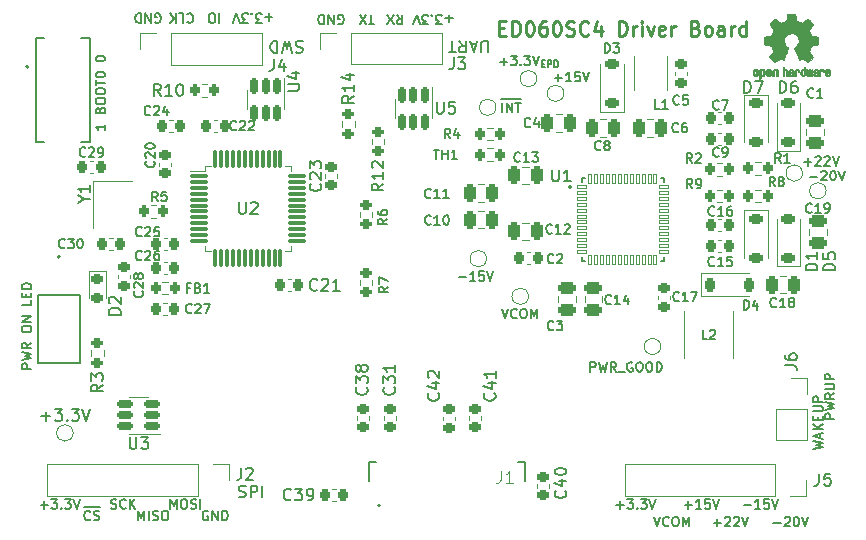
<source format=gto>
G04 #@! TF.GenerationSoftware,KiCad,Pcbnew,7.0.1*
G04 #@! TF.CreationDate,2023-04-24T21:14:22+02:00*
G04 #@! TF.ProjectId,ED060SC4_SPI_driver_board,45443036-3053-4433-945f-5350495f6472,rev?*
G04 #@! TF.SameCoordinates,Original*
G04 #@! TF.FileFunction,Legend,Top*
G04 #@! TF.FilePolarity,Positive*
%FSLAX46Y46*%
G04 Gerber Fmt 4.6, Leading zero omitted, Abs format (unit mm)*
G04 Created by KiCad (PCBNEW 7.0.1) date 2023-04-24 21:14:22*
%MOMM*%
%LPD*%
G01*
G04 APERTURE LIST*
G04 Aperture macros list*
%AMRoundRect*
0 Rectangle with rounded corners*
0 $1 Rounding radius*
0 $2 $3 $4 $5 $6 $7 $8 $9 X,Y pos of 4 corners*
0 Add a 4 corners polygon primitive as box body*
4,1,4,$2,$3,$4,$5,$6,$7,$8,$9,$2,$3,0*
0 Add four circle primitives for the rounded corners*
1,1,$1+$1,$2,$3*
1,1,$1+$1,$4,$5*
1,1,$1+$1,$6,$7*
1,1,$1+$1,$8,$9*
0 Add four rect primitives between the rounded corners*
20,1,$1+$1,$2,$3,$4,$5,0*
20,1,$1+$1,$4,$5,$6,$7,0*
20,1,$1+$1,$6,$7,$8,$9,0*
20,1,$1+$1,$8,$9,$2,$3,0*%
G04 Aperture macros list end*
%ADD10C,0.200000*%
%ADD11C,0.150000*%
%ADD12C,0.250000*%
%ADD13C,0.100000*%
%ADD14C,0.120000*%
%ADD15C,0.010000*%
%ADD16C,0.127000*%
%ADD17RoundRect,0.250000X-0.475000X0.250000X-0.475000X-0.250000X0.475000X-0.250000X0.475000X0.250000X0*%
%ADD18C,1.000000*%
%ADD19R,1.700000X1.700000*%
%ADD20O,1.700000X1.700000*%
%ADD21RoundRect,0.225000X0.225000X0.250000X-0.225000X0.250000X-0.225000X-0.250000X0.225000X-0.250000X0*%
%ADD22RoundRect,0.250000X0.250000X0.475000X-0.250000X0.475000X-0.250000X-0.475000X0.250000X-0.475000X0*%
%ADD23RoundRect,0.225000X0.375000X-0.225000X0.375000X0.225000X-0.375000X0.225000X-0.375000X-0.225000X0*%
%ADD24RoundRect,0.200000X-0.200000X-0.275000X0.200000X-0.275000X0.200000X0.275000X-0.200000X0.275000X0*%
%ADD25R,3.700000X1.200000*%
%ADD26RoundRect,0.225000X0.250000X-0.225000X0.250000X0.225000X-0.250000X0.225000X-0.250000X-0.225000X0*%
%ADD27R,2.000000X0.850000*%
%ADD28R,1.200000X1.400000*%
%ADD29RoundRect,0.200000X-0.275000X0.200000X-0.275000X-0.200000X0.275000X-0.200000X0.275000X0.200000X0*%
%ADD30RoundRect,0.150000X-0.150000X0.512500X-0.150000X-0.512500X0.150000X-0.512500X0.150000X0.512500X0*%
%ADD31RoundRect,0.225000X-0.225000X-0.250000X0.225000X-0.250000X0.225000X0.250000X-0.225000X0.250000X0*%
%ADD32RoundRect,0.250000X0.475000X-0.250000X0.475000X0.250000X-0.475000X0.250000X-0.475000X-0.250000X0*%
%ADD33R,1.600000X2.200000*%
%ADD34RoundRect,0.075000X-0.662500X-0.075000X0.662500X-0.075000X0.662500X0.075000X-0.662500X0.075000X0*%
%ADD35RoundRect,0.075000X-0.075000X-0.662500X0.075000X-0.662500X0.075000X0.662500X-0.075000X0.662500X0*%
%ADD36RoundRect,0.200000X0.200000X0.275000X-0.200000X0.275000X-0.200000X-0.275000X0.200000X-0.275000X0*%
%ADD37RoundRect,0.225000X-0.375000X0.225000X-0.375000X-0.225000X0.375000X-0.225000X0.375000X0.225000X0*%
%ADD38RoundRect,0.150000X0.512500X0.150000X-0.512500X0.150000X-0.512500X-0.150000X0.512500X-0.150000X0*%
%ADD39RoundRect,0.007800X-0.422200X-0.122200X0.422200X-0.122200X0.422200X0.122200X-0.422200X0.122200X0*%
%ADD40RoundRect,0.007800X0.122200X-0.422200X0.122200X0.422200X-0.122200X0.422200X-0.122200X-0.422200X0*%
%ADD41C,0.600000*%
%ADD42R,5.150000X5.150000*%
%ADD43RoundRect,0.225000X-0.250000X0.225000X-0.250000X-0.225000X0.250000X-0.225000X0.250000X0.225000X0*%
%ADD44RoundRect,0.225000X-0.225000X-0.375000X0.225000X-0.375000X0.225000X0.375000X-0.225000X0.375000X0*%
%ADD45R,1.308000X1.308000*%
%ADD46C,1.308000*%
%ADD47O,2.460000X1.230000*%
%ADD48R,0.300000X0.800000*%
%ADD49R,0.300000X1.000000*%
%ADD50R,0.400000X0.950000*%
%ADD51RoundRect,0.200000X0.275000X-0.200000X0.275000X0.200000X-0.275000X0.200000X-0.275000X-0.200000X0*%
%ADD52RoundRect,0.218750X-0.256250X0.218750X-0.256250X-0.218750X0.256250X-0.218750X0.256250X0.218750X0*%
%ADD53RoundRect,0.250000X-0.250000X-0.475000X0.250000X-0.475000X0.250000X0.475000X-0.250000X0.475000X0*%
G04 APERTURE END LIST*
D10*
X55902095Y-61390476D02*
X55902095Y-61847619D01*
X55902095Y-61619047D02*
X55102095Y-61619047D01*
X55102095Y-61619047D02*
X55216380Y-61695238D01*
X55216380Y-61695238D02*
X55292571Y-61771428D01*
X55292571Y-61771428D02*
X55330666Y-61847619D01*
X55483047Y-60171428D02*
X55521142Y-60057142D01*
X55521142Y-60057142D02*
X55559238Y-60019047D01*
X55559238Y-60019047D02*
X55635428Y-59980951D01*
X55635428Y-59980951D02*
X55749714Y-59980951D01*
X55749714Y-59980951D02*
X55825904Y-60019047D01*
X55825904Y-60019047D02*
X55864000Y-60057142D01*
X55864000Y-60057142D02*
X55902095Y-60133332D01*
X55902095Y-60133332D02*
X55902095Y-60438094D01*
X55902095Y-60438094D02*
X55102095Y-60438094D01*
X55102095Y-60438094D02*
X55102095Y-60171428D01*
X55102095Y-60171428D02*
X55140190Y-60095237D01*
X55140190Y-60095237D02*
X55178285Y-60057142D01*
X55178285Y-60057142D02*
X55254476Y-60019047D01*
X55254476Y-60019047D02*
X55330666Y-60019047D01*
X55330666Y-60019047D02*
X55406857Y-60057142D01*
X55406857Y-60057142D02*
X55444952Y-60095237D01*
X55444952Y-60095237D02*
X55483047Y-60171428D01*
X55483047Y-60171428D02*
X55483047Y-60438094D01*
X55102095Y-59485713D02*
X55102095Y-59333332D01*
X55102095Y-59333332D02*
X55140190Y-59257142D01*
X55140190Y-59257142D02*
X55216380Y-59180951D01*
X55216380Y-59180951D02*
X55368761Y-59142856D01*
X55368761Y-59142856D02*
X55635428Y-59142856D01*
X55635428Y-59142856D02*
X55787809Y-59180951D01*
X55787809Y-59180951D02*
X55864000Y-59257142D01*
X55864000Y-59257142D02*
X55902095Y-59333332D01*
X55902095Y-59333332D02*
X55902095Y-59485713D01*
X55902095Y-59485713D02*
X55864000Y-59561904D01*
X55864000Y-59561904D02*
X55787809Y-59638094D01*
X55787809Y-59638094D02*
X55635428Y-59676190D01*
X55635428Y-59676190D02*
X55368761Y-59676190D01*
X55368761Y-59676190D02*
X55216380Y-59638094D01*
X55216380Y-59638094D02*
X55140190Y-59561904D01*
X55140190Y-59561904D02*
X55102095Y-59485713D01*
X55102095Y-58647618D02*
X55102095Y-58495237D01*
X55102095Y-58495237D02*
X55140190Y-58419047D01*
X55140190Y-58419047D02*
X55216380Y-58342856D01*
X55216380Y-58342856D02*
X55368761Y-58304761D01*
X55368761Y-58304761D02*
X55635428Y-58304761D01*
X55635428Y-58304761D02*
X55787809Y-58342856D01*
X55787809Y-58342856D02*
X55864000Y-58419047D01*
X55864000Y-58419047D02*
X55902095Y-58495237D01*
X55902095Y-58495237D02*
X55902095Y-58647618D01*
X55902095Y-58647618D02*
X55864000Y-58723809D01*
X55864000Y-58723809D02*
X55787809Y-58799999D01*
X55787809Y-58799999D02*
X55635428Y-58838095D01*
X55635428Y-58838095D02*
X55368761Y-58838095D01*
X55368761Y-58838095D02*
X55216380Y-58799999D01*
X55216380Y-58799999D02*
X55140190Y-58723809D01*
X55140190Y-58723809D02*
X55102095Y-58647618D01*
X55102095Y-58076190D02*
X55102095Y-57619047D01*
X55902095Y-57847619D02*
X55102095Y-57847619D01*
X55102095Y-57199999D02*
X55102095Y-57123809D01*
X55102095Y-57123809D02*
X55140190Y-57047618D01*
X55140190Y-57047618D02*
X55178285Y-57009523D01*
X55178285Y-57009523D02*
X55254476Y-56971428D01*
X55254476Y-56971428D02*
X55406857Y-56933333D01*
X55406857Y-56933333D02*
X55597333Y-56933333D01*
X55597333Y-56933333D02*
X55749714Y-56971428D01*
X55749714Y-56971428D02*
X55825904Y-57009523D01*
X55825904Y-57009523D02*
X55864000Y-57047618D01*
X55864000Y-57047618D02*
X55902095Y-57123809D01*
X55902095Y-57123809D02*
X55902095Y-57199999D01*
X55902095Y-57199999D02*
X55864000Y-57276190D01*
X55864000Y-57276190D02*
X55825904Y-57314285D01*
X55825904Y-57314285D02*
X55749714Y-57352380D01*
X55749714Y-57352380D02*
X55597333Y-57390476D01*
X55597333Y-57390476D02*
X55406857Y-57390476D01*
X55406857Y-57390476D02*
X55254476Y-57352380D01*
X55254476Y-57352380D02*
X55178285Y-57314285D01*
X55178285Y-57314285D02*
X55140190Y-57276190D01*
X55140190Y-57276190D02*
X55102095Y-57199999D01*
X55102095Y-55828570D02*
X55102095Y-55752380D01*
X55102095Y-55752380D02*
X55140190Y-55676189D01*
X55140190Y-55676189D02*
X55178285Y-55638094D01*
X55178285Y-55638094D02*
X55254476Y-55599999D01*
X55254476Y-55599999D02*
X55406857Y-55561904D01*
X55406857Y-55561904D02*
X55597333Y-55561904D01*
X55597333Y-55561904D02*
X55749714Y-55599999D01*
X55749714Y-55599999D02*
X55825904Y-55638094D01*
X55825904Y-55638094D02*
X55864000Y-55676189D01*
X55864000Y-55676189D02*
X55902095Y-55752380D01*
X55902095Y-55752380D02*
X55902095Y-55828570D01*
X55902095Y-55828570D02*
X55864000Y-55904761D01*
X55864000Y-55904761D02*
X55825904Y-55942856D01*
X55825904Y-55942856D02*
X55749714Y-55980951D01*
X55749714Y-55980951D02*
X55597333Y-56019047D01*
X55597333Y-56019047D02*
X55406857Y-56019047D01*
X55406857Y-56019047D02*
X55254476Y-55980951D01*
X55254476Y-55980951D02*
X55178285Y-55942856D01*
X55178285Y-55942856D02*
X55140190Y-55904761D01*
X55140190Y-55904761D02*
X55102095Y-55828570D01*
D11*
X70069523Y-52290166D02*
X69460000Y-52290166D01*
X69764761Y-51985404D02*
X69764761Y-52594928D01*
X69155238Y-52785404D02*
X68660000Y-52785404D01*
X68660000Y-52785404D02*
X68926666Y-52480642D01*
X68926666Y-52480642D02*
X68812381Y-52480642D01*
X68812381Y-52480642D02*
X68736190Y-52442547D01*
X68736190Y-52442547D02*
X68698095Y-52404452D01*
X68698095Y-52404452D02*
X68660000Y-52328261D01*
X68660000Y-52328261D02*
X68660000Y-52137785D01*
X68660000Y-52137785D02*
X68698095Y-52061595D01*
X68698095Y-52061595D02*
X68736190Y-52023500D01*
X68736190Y-52023500D02*
X68812381Y-51985404D01*
X68812381Y-51985404D02*
X69040952Y-51985404D01*
X69040952Y-51985404D02*
X69117143Y-52023500D01*
X69117143Y-52023500D02*
X69155238Y-52061595D01*
X68317142Y-52061595D02*
X68279047Y-52023500D01*
X68279047Y-52023500D02*
X68317142Y-51985404D01*
X68317142Y-51985404D02*
X68355238Y-52023500D01*
X68355238Y-52023500D02*
X68317142Y-52061595D01*
X68317142Y-52061595D02*
X68317142Y-51985404D01*
X68012381Y-52785404D02*
X67517143Y-52785404D01*
X67517143Y-52785404D02*
X67783809Y-52480642D01*
X67783809Y-52480642D02*
X67669524Y-52480642D01*
X67669524Y-52480642D02*
X67593333Y-52442547D01*
X67593333Y-52442547D02*
X67555238Y-52404452D01*
X67555238Y-52404452D02*
X67517143Y-52328261D01*
X67517143Y-52328261D02*
X67517143Y-52137785D01*
X67517143Y-52137785D02*
X67555238Y-52061595D01*
X67555238Y-52061595D02*
X67593333Y-52023500D01*
X67593333Y-52023500D02*
X67669524Y-51985404D01*
X67669524Y-51985404D02*
X67898095Y-51985404D01*
X67898095Y-51985404D02*
X67974286Y-52023500D01*
X67974286Y-52023500D02*
X68012381Y-52061595D01*
X67288571Y-52785404D02*
X67021904Y-51985404D01*
X67021904Y-51985404D02*
X66755238Y-52785404D01*
X99190476Y-93597333D02*
X99800000Y-93597333D01*
X99495238Y-93902095D02*
X99495238Y-93292571D01*
X100104761Y-93102095D02*
X100599999Y-93102095D01*
X100599999Y-93102095D02*
X100333333Y-93406857D01*
X100333333Y-93406857D02*
X100447618Y-93406857D01*
X100447618Y-93406857D02*
X100523809Y-93444952D01*
X100523809Y-93444952D02*
X100561904Y-93483047D01*
X100561904Y-93483047D02*
X100599999Y-93559238D01*
X100599999Y-93559238D02*
X100599999Y-93749714D01*
X100599999Y-93749714D02*
X100561904Y-93825904D01*
X100561904Y-93825904D02*
X100523809Y-93864000D01*
X100523809Y-93864000D02*
X100447618Y-93902095D01*
X100447618Y-93902095D02*
X100219047Y-93902095D01*
X100219047Y-93902095D02*
X100142856Y-93864000D01*
X100142856Y-93864000D02*
X100104761Y-93825904D01*
X100942857Y-93825904D02*
X100980952Y-93864000D01*
X100980952Y-93864000D02*
X100942857Y-93902095D01*
X100942857Y-93902095D02*
X100904761Y-93864000D01*
X100904761Y-93864000D02*
X100942857Y-93825904D01*
X100942857Y-93825904D02*
X100942857Y-93902095D01*
X101247618Y-93102095D02*
X101742856Y-93102095D01*
X101742856Y-93102095D02*
X101476190Y-93406857D01*
X101476190Y-93406857D02*
X101590475Y-93406857D01*
X101590475Y-93406857D02*
X101666666Y-93444952D01*
X101666666Y-93444952D02*
X101704761Y-93483047D01*
X101704761Y-93483047D02*
X101742856Y-93559238D01*
X101742856Y-93559238D02*
X101742856Y-93749714D01*
X101742856Y-93749714D02*
X101704761Y-93825904D01*
X101704761Y-93825904D02*
X101666666Y-93864000D01*
X101666666Y-93864000D02*
X101590475Y-93902095D01*
X101590475Y-93902095D02*
X101361904Y-93902095D01*
X101361904Y-93902095D02*
X101285713Y-93864000D01*
X101285713Y-93864000D02*
X101247618Y-93825904D01*
X101971428Y-93102095D02*
X102238095Y-93902095D01*
X102238095Y-93902095D02*
X102504761Y-93102095D01*
X64609523Y-94140190D02*
X64533333Y-94102095D01*
X64533333Y-94102095D02*
X64419047Y-94102095D01*
X64419047Y-94102095D02*
X64304761Y-94140190D01*
X64304761Y-94140190D02*
X64228571Y-94216380D01*
X64228571Y-94216380D02*
X64190476Y-94292571D01*
X64190476Y-94292571D02*
X64152380Y-94444952D01*
X64152380Y-94444952D02*
X64152380Y-94559238D01*
X64152380Y-94559238D02*
X64190476Y-94711619D01*
X64190476Y-94711619D02*
X64228571Y-94787809D01*
X64228571Y-94787809D02*
X64304761Y-94864000D01*
X64304761Y-94864000D02*
X64419047Y-94902095D01*
X64419047Y-94902095D02*
X64495238Y-94902095D01*
X64495238Y-94902095D02*
X64609523Y-94864000D01*
X64609523Y-94864000D02*
X64647619Y-94825904D01*
X64647619Y-94825904D02*
X64647619Y-94559238D01*
X64647619Y-94559238D02*
X64495238Y-94559238D01*
X64990476Y-94902095D02*
X64990476Y-94102095D01*
X64990476Y-94102095D02*
X65447619Y-94902095D01*
X65447619Y-94902095D02*
X65447619Y-94102095D01*
X65828571Y-94902095D02*
X65828571Y-94102095D01*
X65828571Y-94102095D02*
X66019047Y-94102095D01*
X66019047Y-94102095D02*
X66133333Y-94140190D01*
X66133333Y-94140190D02*
X66209523Y-94216380D01*
X66209523Y-94216380D02*
X66247618Y-94292571D01*
X66247618Y-94292571D02*
X66285714Y-94444952D01*
X66285714Y-94444952D02*
X66285714Y-94559238D01*
X66285714Y-94559238D02*
X66247618Y-94711619D01*
X66247618Y-94711619D02*
X66209523Y-94787809D01*
X66209523Y-94787809D02*
X66133333Y-94864000D01*
X66133333Y-94864000D02*
X66019047Y-94902095D01*
X66019047Y-94902095D02*
X65828571Y-94902095D01*
X117652095Y-86309523D02*
X116852095Y-86309523D01*
X116852095Y-86309523D02*
X116852095Y-86004761D01*
X116852095Y-86004761D02*
X116890190Y-85928571D01*
X116890190Y-85928571D02*
X116928285Y-85890476D01*
X116928285Y-85890476D02*
X117004476Y-85852380D01*
X117004476Y-85852380D02*
X117118761Y-85852380D01*
X117118761Y-85852380D02*
X117194952Y-85890476D01*
X117194952Y-85890476D02*
X117233047Y-85928571D01*
X117233047Y-85928571D02*
X117271142Y-86004761D01*
X117271142Y-86004761D02*
X117271142Y-86309523D01*
X116852095Y-85585714D02*
X117652095Y-85395238D01*
X117652095Y-85395238D02*
X117080666Y-85242857D01*
X117080666Y-85242857D02*
X117652095Y-85090476D01*
X117652095Y-85090476D02*
X116852095Y-84900000D01*
X117652095Y-84138094D02*
X117271142Y-84404761D01*
X117652095Y-84595237D02*
X116852095Y-84595237D01*
X116852095Y-84595237D02*
X116852095Y-84290475D01*
X116852095Y-84290475D02*
X116890190Y-84214285D01*
X116890190Y-84214285D02*
X116928285Y-84176190D01*
X116928285Y-84176190D02*
X117004476Y-84138094D01*
X117004476Y-84138094D02*
X117118761Y-84138094D01*
X117118761Y-84138094D02*
X117194952Y-84176190D01*
X117194952Y-84176190D02*
X117233047Y-84214285D01*
X117233047Y-84214285D02*
X117271142Y-84290475D01*
X117271142Y-84290475D02*
X117271142Y-84595237D01*
X116852095Y-83795237D02*
X117499714Y-83795237D01*
X117499714Y-83795237D02*
X117575904Y-83757142D01*
X117575904Y-83757142D02*
X117614000Y-83719047D01*
X117614000Y-83719047D02*
X117652095Y-83642856D01*
X117652095Y-83642856D02*
X117652095Y-83490475D01*
X117652095Y-83490475D02*
X117614000Y-83414285D01*
X117614000Y-83414285D02*
X117575904Y-83376190D01*
X117575904Y-83376190D02*
X117499714Y-83338094D01*
X117499714Y-83338094D02*
X116852095Y-83338094D01*
X117652095Y-82957142D02*
X116852095Y-82957142D01*
X116852095Y-82957142D02*
X116852095Y-82652380D01*
X116852095Y-82652380D02*
X116890190Y-82576190D01*
X116890190Y-82576190D02*
X116928285Y-82538095D01*
X116928285Y-82538095D02*
X117004476Y-82499999D01*
X117004476Y-82499999D02*
X117118761Y-82499999D01*
X117118761Y-82499999D02*
X117194952Y-82538095D01*
X117194952Y-82538095D02*
X117233047Y-82576190D01*
X117233047Y-82576190D02*
X117271142Y-82652380D01*
X117271142Y-82652380D02*
X117271142Y-82957142D01*
X78673809Y-52897904D02*
X78216666Y-52897904D01*
X78445238Y-52097904D02*
X78445238Y-52897904D01*
X78026190Y-52897904D02*
X77492856Y-52097904D01*
X77492856Y-52897904D02*
X78026190Y-52097904D01*
X60150476Y-52747309D02*
X60226666Y-52785404D01*
X60226666Y-52785404D02*
X60340952Y-52785404D01*
X60340952Y-52785404D02*
X60455238Y-52747309D01*
X60455238Y-52747309D02*
X60531428Y-52671119D01*
X60531428Y-52671119D02*
X60569523Y-52594928D01*
X60569523Y-52594928D02*
X60607619Y-52442547D01*
X60607619Y-52442547D02*
X60607619Y-52328261D01*
X60607619Y-52328261D02*
X60569523Y-52175880D01*
X60569523Y-52175880D02*
X60531428Y-52099690D01*
X60531428Y-52099690D02*
X60455238Y-52023500D01*
X60455238Y-52023500D02*
X60340952Y-51985404D01*
X60340952Y-51985404D02*
X60264761Y-51985404D01*
X60264761Y-51985404D02*
X60150476Y-52023500D01*
X60150476Y-52023500D02*
X60112380Y-52061595D01*
X60112380Y-52061595D02*
X60112380Y-52328261D01*
X60112380Y-52328261D02*
X60264761Y-52328261D01*
X59769523Y-51985404D02*
X59769523Y-52785404D01*
X59769523Y-52785404D02*
X59312380Y-51985404D01*
X59312380Y-51985404D02*
X59312380Y-52785404D01*
X58931428Y-51985404D02*
X58931428Y-52785404D01*
X58931428Y-52785404D02*
X58740952Y-52785404D01*
X58740952Y-52785404D02*
X58626666Y-52747309D01*
X58626666Y-52747309D02*
X58550476Y-52671119D01*
X58550476Y-52671119D02*
X58512381Y-52594928D01*
X58512381Y-52594928D02*
X58474285Y-52442547D01*
X58474285Y-52442547D02*
X58474285Y-52328261D01*
X58474285Y-52328261D02*
X58512381Y-52175880D01*
X58512381Y-52175880D02*
X58550476Y-52099690D01*
X58550476Y-52099690D02*
X58626666Y-52023500D01*
X58626666Y-52023500D02*
X58740952Y-51985404D01*
X58740952Y-51985404D02*
X58931428Y-51985404D01*
X115852095Y-88885714D02*
X116652095Y-88695238D01*
X116652095Y-88695238D02*
X116080666Y-88542857D01*
X116080666Y-88542857D02*
X116652095Y-88390476D01*
X116652095Y-88390476D02*
X115852095Y-88200000D01*
X116423523Y-87933333D02*
X116423523Y-87552380D01*
X116652095Y-88009523D02*
X115852095Y-87742856D01*
X115852095Y-87742856D02*
X116652095Y-87476190D01*
X116652095Y-87209523D02*
X115852095Y-87209523D01*
X116652095Y-86752380D02*
X116194952Y-87095238D01*
X115852095Y-86752380D02*
X116309238Y-87209523D01*
X116233047Y-86409523D02*
X116233047Y-86142857D01*
X116652095Y-86028571D02*
X116652095Y-86409523D01*
X116652095Y-86409523D02*
X115852095Y-86409523D01*
X115852095Y-86409523D02*
X115852095Y-86028571D01*
X115852095Y-85685713D02*
X116499714Y-85685713D01*
X116499714Y-85685713D02*
X116575904Y-85647618D01*
X116575904Y-85647618D02*
X116614000Y-85609523D01*
X116614000Y-85609523D02*
X116652095Y-85533332D01*
X116652095Y-85533332D02*
X116652095Y-85380951D01*
X116652095Y-85380951D02*
X116614000Y-85304761D01*
X116614000Y-85304761D02*
X116575904Y-85266666D01*
X116575904Y-85266666D02*
X116499714Y-85228570D01*
X116499714Y-85228570D02*
X115852095Y-85228570D01*
X116652095Y-84847618D02*
X115852095Y-84847618D01*
X115852095Y-84847618D02*
X115852095Y-84542856D01*
X115852095Y-84542856D02*
X115890190Y-84466666D01*
X115890190Y-84466666D02*
X115928285Y-84428571D01*
X115928285Y-84428571D02*
X116004476Y-84390475D01*
X116004476Y-84390475D02*
X116118761Y-84390475D01*
X116118761Y-84390475D02*
X116194952Y-84428571D01*
X116194952Y-84428571D02*
X116233047Y-84466666D01*
X116233047Y-84466666D02*
X116271142Y-84542856D01*
X116271142Y-84542856D02*
X116271142Y-84847618D01*
X102366190Y-94602095D02*
X102632857Y-95402095D01*
X102632857Y-95402095D02*
X102899523Y-94602095D01*
X103623333Y-95325904D02*
X103585237Y-95364000D01*
X103585237Y-95364000D02*
X103470952Y-95402095D01*
X103470952Y-95402095D02*
X103394761Y-95402095D01*
X103394761Y-95402095D02*
X103280475Y-95364000D01*
X103280475Y-95364000D02*
X103204285Y-95287809D01*
X103204285Y-95287809D02*
X103166190Y-95211619D01*
X103166190Y-95211619D02*
X103128094Y-95059238D01*
X103128094Y-95059238D02*
X103128094Y-94944952D01*
X103128094Y-94944952D02*
X103166190Y-94792571D01*
X103166190Y-94792571D02*
X103204285Y-94716380D01*
X103204285Y-94716380D02*
X103280475Y-94640190D01*
X103280475Y-94640190D02*
X103394761Y-94602095D01*
X103394761Y-94602095D02*
X103470952Y-94602095D01*
X103470952Y-94602095D02*
X103585237Y-94640190D01*
X103585237Y-94640190D02*
X103623333Y-94678285D01*
X104118571Y-94602095D02*
X104270952Y-94602095D01*
X104270952Y-94602095D02*
X104347142Y-94640190D01*
X104347142Y-94640190D02*
X104423333Y-94716380D01*
X104423333Y-94716380D02*
X104461428Y-94868761D01*
X104461428Y-94868761D02*
X104461428Y-95135428D01*
X104461428Y-95135428D02*
X104423333Y-95287809D01*
X104423333Y-95287809D02*
X104347142Y-95364000D01*
X104347142Y-95364000D02*
X104270952Y-95402095D01*
X104270952Y-95402095D02*
X104118571Y-95402095D01*
X104118571Y-95402095D02*
X104042380Y-95364000D01*
X104042380Y-95364000D02*
X103966190Y-95287809D01*
X103966190Y-95287809D02*
X103928094Y-95135428D01*
X103928094Y-95135428D02*
X103928094Y-94868761D01*
X103928094Y-94868761D02*
X103966190Y-94716380D01*
X103966190Y-94716380D02*
X104042380Y-94640190D01*
X104042380Y-94640190D02*
X104118571Y-94602095D01*
X104804285Y-95402095D02*
X104804285Y-94602095D01*
X104804285Y-94602095D02*
X105070951Y-95173523D01*
X105070951Y-95173523D02*
X105337618Y-94602095D01*
X105337618Y-94602095D02*
X105337618Y-95402095D01*
X75640476Y-52859809D02*
X75716666Y-52897904D01*
X75716666Y-52897904D02*
X75830952Y-52897904D01*
X75830952Y-52897904D02*
X75945238Y-52859809D01*
X75945238Y-52859809D02*
X76021428Y-52783619D01*
X76021428Y-52783619D02*
X76059523Y-52707428D01*
X76059523Y-52707428D02*
X76097619Y-52555047D01*
X76097619Y-52555047D02*
X76097619Y-52440761D01*
X76097619Y-52440761D02*
X76059523Y-52288380D01*
X76059523Y-52288380D02*
X76021428Y-52212190D01*
X76021428Y-52212190D02*
X75945238Y-52136000D01*
X75945238Y-52136000D02*
X75830952Y-52097904D01*
X75830952Y-52097904D02*
X75754761Y-52097904D01*
X75754761Y-52097904D02*
X75640476Y-52136000D01*
X75640476Y-52136000D02*
X75602380Y-52174095D01*
X75602380Y-52174095D02*
X75602380Y-52440761D01*
X75602380Y-52440761D02*
X75754761Y-52440761D01*
X75259523Y-52097904D02*
X75259523Y-52897904D01*
X75259523Y-52897904D02*
X74802380Y-52097904D01*
X74802380Y-52097904D02*
X74802380Y-52897904D01*
X74421428Y-52097904D02*
X74421428Y-52897904D01*
X74421428Y-52897904D02*
X74230952Y-52897904D01*
X74230952Y-52897904D02*
X74116666Y-52859809D01*
X74116666Y-52859809D02*
X74040476Y-52783619D01*
X74040476Y-52783619D02*
X74002381Y-52707428D01*
X74002381Y-52707428D02*
X73964285Y-52555047D01*
X73964285Y-52555047D02*
X73964285Y-52440761D01*
X73964285Y-52440761D02*
X74002381Y-52288380D01*
X74002381Y-52288380D02*
X74040476Y-52212190D01*
X74040476Y-52212190D02*
X74116666Y-52136000D01*
X74116666Y-52136000D02*
X74230952Y-52097904D01*
X74230952Y-52097904D02*
X74421428Y-52097904D01*
X62862380Y-52061595D02*
X62900476Y-52023500D01*
X62900476Y-52023500D02*
X63014761Y-51985404D01*
X63014761Y-51985404D02*
X63090952Y-51985404D01*
X63090952Y-51985404D02*
X63205238Y-52023500D01*
X63205238Y-52023500D02*
X63281428Y-52099690D01*
X63281428Y-52099690D02*
X63319523Y-52175880D01*
X63319523Y-52175880D02*
X63357619Y-52328261D01*
X63357619Y-52328261D02*
X63357619Y-52442547D01*
X63357619Y-52442547D02*
X63319523Y-52594928D01*
X63319523Y-52594928D02*
X63281428Y-52671119D01*
X63281428Y-52671119D02*
X63205238Y-52747309D01*
X63205238Y-52747309D02*
X63090952Y-52785404D01*
X63090952Y-52785404D02*
X63014761Y-52785404D01*
X63014761Y-52785404D02*
X62900476Y-52747309D01*
X62900476Y-52747309D02*
X62862380Y-52709214D01*
X62138571Y-51985404D02*
X62519523Y-51985404D01*
X62519523Y-51985404D02*
X62519523Y-52785404D01*
X61871904Y-51985404D02*
X61871904Y-52785404D01*
X61414761Y-51985404D02*
X61757619Y-52442547D01*
X61414761Y-52785404D02*
X61871904Y-52328261D01*
X85319523Y-52402666D02*
X84710000Y-52402666D01*
X85014761Y-52097904D02*
X85014761Y-52707428D01*
X84405238Y-52897904D02*
X83910000Y-52897904D01*
X83910000Y-52897904D02*
X84176666Y-52593142D01*
X84176666Y-52593142D02*
X84062381Y-52593142D01*
X84062381Y-52593142D02*
X83986190Y-52555047D01*
X83986190Y-52555047D02*
X83948095Y-52516952D01*
X83948095Y-52516952D02*
X83910000Y-52440761D01*
X83910000Y-52440761D02*
X83910000Y-52250285D01*
X83910000Y-52250285D02*
X83948095Y-52174095D01*
X83948095Y-52174095D02*
X83986190Y-52136000D01*
X83986190Y-52136000D02*
X84062381Y-52097904D01*
X84062381Y-52097904D02*
X84290952Y-52097904D01*
X84290952Y-52097904D02*
X84367143Y-52136000D01*
X84367143Y-52136000D02*
X84405238Y-52174095D01*
X83567142Y-52174095D02*
X83529047Y-52136000D01*
X83529047Y-52136000D02*
X83567142Y-52097904D01*
X83567142Y-52097904D02*
X83605238Y-52136000D01*
X83605238Y-52136000D02*
X83567142Y-52174095D01*
X83567142Y-52174095D02*
X83567142Y-52097904D01*
X83262381Y-52897904D02*
X82767143Y-52897904D01*
X82767143Y-52897904D02*
X83033809Y-52593142D01*
X83033809Y-52593142D02*
X82919524Y-52593142D01*
X82919524Y-52593142D02*
X82843333Y-52555047D01*
X82843333Y-52555047D02*
X82805238Y-52516952D01*
X82805238Y-52516952D02*
X82767143Y-52440761D01*
X82767143Y-52440761D02*
X82767143Y-52250285D01*
X82767143Y-52250285D02*
X82805238Y-52174095D01*
X82805238Y-52174095D02*
X82843333Y-52136000D01*
X82843333Y-52136000D02*
X82919524Y-52097904D01*
X82919524Y-52097904D02*
X83148095Y-52097904D01*
X83148095Y-52097904D02*
X83224286Y-52136000D01*
X83224286Y-52136000D02*
X83262381Y-52174095D01*
X82538571Y-52897904D02*
X82271904Y-52097904D01*
X82271904Y-52097904D02*
X82005238Y-52897904D01*
X112480476Y-95097333D02*
X113090000Y-95097333D01*
X113432856Y-94678285D02*
X113470952Y-94640190D01*
X113470952Y-94640190D02*
X113547142Y-94602095D01*
X113547142Y-94602095D02*
X113737618Y-94602095D01*
X113737618Y-94602095D02*
X113813809Y-94640190D01*
X113813809Y-94640190D02*
X113851904Y-94678285D01*
X113851904Y-94678285D02*
X113889999Y-94754476D01*
X113889999Y-94754476D02*
X113889999Y-94830666D01*
X113889999Y-94830666D02*
X113851904Y-94944952D01*
X113851904Y-94944952D02*
X113394761Y-95402095D01*
X113394761Y-95402095D02*
X113889999Y-95402095D01*
X114385238Y-94602095D02*
X114461428Y-94602095D01*
X114461428Y-94602095D02*
X114537619Y-94640190D01*
X114537619Y-94640190D02*
X114575714Y-94678285D01*
X114575714Y-94678285D02*
X114613809Y-94754476D01*
X114613809Y-94754476D02*
X114651904Y-94906857D01*
X114651904Y-94906857D02*
X114651904Y-95097333D01*
X114651904Y-95097333D02*
X114613809Y-95249714D01*
X114613809Y-95249714D02*
X114575714Y-95325904D01*
X114575714Y-95325904D02*
X114537619Y-95364000D01*
X114537619Y-95364000D02*
X114461428Y-95402095D01*
X114461428Y-95402095D02*
X114385238Y-95402095D01*
X114385238Y-95402095D02*
X114309047Y-95364000D01*
X114309047Y-95364000D02*
X114270952Y-95325904D01*
X114270952Y-95325904D02*
X114232857Y-95249714D01*
X114232857Y-95249714D02*
X114194761Y-95097333D01*
X114194761Y-95097333D02*
X114194761Y-94906857D01*
X114194761Y-94906857D02*
X114232857Y-94754476D01*
X114232857Y-94754476D02*
X114270952Y-94678285D01*
X114270952Y-94678285D02*
X114309047Y-94640190D01*
X114309047Y-94640190D02*
X114385238Y-94602095D01*
X114880476Y-94602095D02*
X115147143Y-95402095D01*
X115147143Y-95402095D02*
X115413809Y-94602095D01*
X104980476Y-93597333D02*
X105590000Y-93597333D01*
X105285238Y-93902095D02*
X105285238Y-93292571D01*
X106389999Y-93902095D02*
X105932856Y-93902095D01*
X106161428Y-93902095D02*
X106161428Y-93102095D01*
X106161428Y-93102095D02*
X106085237Y-93216380D01*
X106085237Y-93216380D02*
X106009047Y-93292571D01*
X106009047Y-93292571D02*
X105932856Y-93330666D01*
X107113809Y-93102095D02*
X106732857Y-93102095D01*
X106732857Y-93102095D02*
X106694761Y-93483047D01*
X106694761Y-93483047D02*
X106732857Y-93444952D01*
X106732857Y-93444952D02*
X106809047Y-93406857D01*
X106809047Y-93406857D02*
X106999523Y-93406857D01*
X106999523Y-93406857D02*
X107075714Y-93444952D01*
X107075714Y-93444952D02*
X107113809Y-93483047D01*
X107113809Y-93483047D02*
X107151904Y-93559238D01*
X107151904Y-93559238D02*
X107151904Y-93749714D01*
X107151904Y-93749714D02*
X107113809Y-93825904D01*
X107113809Y-93825904D02*
X107075714Y-93864000D01*
X107075714Y-93864000D02*
X106999523Y-93902095D01*
X106999523Y-93902095D02*
X106809047Y-93902095D01*
X106809047Y-93902095D02*
X106732857Y-93864000D01*
X106732857Y-93864000D02*
X106694761Y-93825904D01*
X107380476Y-93102095D02*
X107647143Y-93902095D01*
X107647143Y-93902095D02*
X107913809Y-93102095D01*
D12*
X89285714Y-53224571D02*
X89685714Y-53224571D01*
X89857142Y-53853142D02*
X89285714Y-53853142D01*
X89285714Y-53853142D02*
X89285714Y-52653142D01*
X89285714Y-52653142D02*
X89857142Y-52653142D01*
X90371428Y-53853142D02*
X90371428Y-52653142D01*
X90371428Y-52653142D02*
X90657142Y-52653142D01*
X90657142Y-52653142D02*
X90828571Y-52710285D01*
X90828571Y-52710285D02*
X90942856Y-52824571D01*
X90942856Y-52824571D02*
X90999999Y-52938857D01*
X90999999Y-52938857D02*
X91057142Y-53167428D01*
X91057142Y-53167428D02*
X91057142Y-53338857D01*
X91057142Y-53338857D02*
X90999999Y-53567428D01*
X90999999Y-53567428D02*
X90942856Y-53681714D01*
X90942856Y-53681714D02*
X90828571Y-53796000D01*
X90828571Y-53796000D02*
X90657142Y-53853142D01*
X90657142Y-53853142D02*
X90371428Y-53853142D01*
X91799999Y-52653142D02*
X91914285Y-52653142D01*
X91914285Y-52653142D02*
X92028571Y-52710285D01*
X92028571Y-52710285D02*
X92085714Y-52767428D01*
X92085714Y-52767428D02*
X92142856Y-52881714D01*
X92142856Y-52881714D02*
X92199999Y-53110285D01*
X92199999Y-53110285D02*
X92199999Y-53396000D01*
X92199999Y-53396000D02*
X92142856Y-53624571D01*
X92142856Y-53624571D02*
X92085714Y-53738857D01*
X92085714Y-53738857D02*
X92028571Y-53796000D01*
X92028571Y-53796000D02*
X91914285Y-53853142D01*
X91914285Y-53853142D02*
X91799999Y-53853142D01*
X91799999Y-53853142D02*
X91685714Y-53796000D01*
X91685714Y-53796000D02*
X91628571Y-53738857D01*
X91628571Y-53738857D02*
X91571428Y-53624571D01*
X91571428Y-53624571D02*
X91514285Y-53396000D01*
X91514285Y-53396000D02*
X91514285Y-53110285D01*
X91514285Y-53110285D02*
X91571428Y-52881714D01*
X91571428Y-52881714D02*
X91628571Y-52767428D01*
X91628571Y-52767428D02*
X91685714Y-52710285D01*
X91685714Y-52710285D02*
X91799999Y-52653142D01*
X93228571Y-52653142D02*
X92999999Y-52653142D01*
X92999999Y-52653142D02*
X92885713Y-52710285D01*
X92885713Y-52710285D02*
X92828571Y-52767428D01*
X92828571Y-52767428D02*
X92714285Y-52938857D01*
X92714285Y-52938857D02*
X92657142Y-53167428D01*
X92657142Y-53167428D02*
X92657142Y-53624571D01*
X92657142Y-53624571D02*
X92714285Y-53738857D01*
X92714285Y-53738857D02*
X92771428Y-53796000D01*
X92771428Y-53796000D02*
X92885713Y-53853142D01*
X92885713Y-53853142D02*
X93114285Y-53853142D01*
X93114285Y-53853142D02*
X93228571Y-53796000D01*
X93228571Y-53796000D02*
X93285713Y-53738857D01*
X93285713Y-53738857D02*
X93342856Y-53624571D01*
X93342856Y-53624571D02*
X93342856Y-53338857D01*
X93342856Y-53338857D02*
X93285713Y-53224571D01*
X93285713Y-53224571D02*
X93228571Y-53167428D01*
X93228571Y-53167428D02*
X93114285Y-53110285D01*
X93114285Y-53110285D02*
X92885713Y-53110285D01*
X92885713Y-53110285D02*
X92771428Y-53167428D01*
X92771428Y-53167428D02*
X92714285Y-53224571D01*
X92714285Y-53224571D02*
X92657142Y-53338857D01*
X94085713Y-52653142D02*
X94199999Y-52653142D01*
X94199999Y-52653142D02*
X94314285Y-52710285D01*
X94314285Y-52710285D02*
X94371428Y-52767428D01*
X94371428Y-52767428D02*
X94428570Y-52881714D01*
X94428570Y-52881714D02*
X94485713Y-53110285D01*
X94485713Y-53110285D02*
X94485713Y-53396000D01*
X94485713Y-53396000D02*
X94428570Y-53624571D01*
X94428570Y-53624571D02*
X94371428Y-53738857D01*
X94371428Y-53738857D02*
X94314285Y-53796000D01*
X94314285Y-53796000D02*
X94199999Y-53853142D01*
X94199999Y-53853142D02*
X94085713Y-53853142D01*
X94085713Y-53853142D02*
X93971428Y-53796000D01*
X93971428Y-53796000D02*
X93914285Y-53738857D01*
X93914285Y-53738857D02*
X93857142Y-53624571D01*
X93857142Y-53624571D02*
X93799999Y-53396000D01*
X93799999Y-53396000D02*
X93799999Y-53110285D01*
X93799999Y-53110285D02*
X93857142Y-52881714D01*
X93857142Y-52881714D02*
X93914285Y-52767428D01*
X93914285Y-52767428D02*
X93971428Y-52710285D01*
X93971428Y-52710285D02*
X94085713Y-52653142D01*
X94942856Y-53796000D02*
X95114285Y-53853142D01*
X95114285Y-53853142D02*
X95399999Y-53853142D01*
X95399999Y-53853142D02*
X95514285Y-53796000D01*
X95514285Y-53796000D02*
X95571427Y-53738857D01*
X95571427Y-53738857D02*
X95628570Y-53624571D01*
X95628570Y-53624571D02*
X95628570Y-53510285D01*
X95628570Y-53510285D02*
X95571427Y-53396000D01*
X95571427Y-53396000D02*
X95514285Y-53338857D01*
X95514285Y-53338857D02*
X95399999Y-53281714D01*
X95399999Y-53281714D02*
X95171427Y-53224571D01*
X95171427Y-53224571D02*
X95057142Y-53167428D01*
X95057142Y-53167428D02*
X94999999Y-53110285D01*
X94999999Y-53110285D02*
X94942856Y-52996000D01*
X94942856Y-52996000D02*
X94942856Y-52881714D01*
X94942856Y-52881714D02*
X94999999Y-52767428D01*
X94999999Y-52767428D02*
X95057142Y-52710285D01*
X95057142Y-52710285D02*
X95171427Y-52653142D01*
X95171427Y-52653142D02*
X95457142Y-52653142D01*
X95457142Y-52653142D02*
X95628570Y-52710285D01*
X96828570Y-53738857D02*
X96771427Y-53796000D01*
X96771427Y-53796000D02*
X96599999Y-53853142D01*
X96599999Y-53853142D02*
X96485713Y-53853142D01*
X96485713Y-53853142D02*
X96314284Y-53796000D01*
X96314284Y-53796000D02*
X96199999Y-53681714D01*
X96199999Y-53681714D02*
X96142856Y-53567428D01*
X96142856Y-53567428D02*
X96085713Y-53338857D01*
X96085713Y-53338857D02*
X96085713Y-53167428D01*
X96085713Y-53167428D02*
X96142856Y-52938857D01*
X96142856Y-52938857D02*
X96199999Y-52824571D01*
X96199999Y-52824571D02*
X96314284Y-52710285D01*
X96314284Y-52710285D02*
X96485713Y-52653142D01*
X96485713Y-52653142D02*
X96599999Y-52653142D01*
X96599999Y-52653142D02*
X96771427Y-52710285D01*
X96771427Y-52710285D02*
X96828570Y-52767428D01*
X97857142Y-53053142D02*
X97857142Y-53853142D01*
X97571427Y-52596000D02*
X97285713Y-53453142D01*
X97285713Y-53453142D02*
X98028570Y-53453142D01*
X99399999Y-53853142D02*
X99399999Y-52653142D01*
X99399999Y-52653142D02*
X99685713Y-52653142D01*
X99685713Y-52653142D02*
X99857142Y-52710285D01*
X99857142Y-52710285D02*
X99971427Y-52824571D01*
X99971427Y-52824571D02*
X100028570Y-52938857D01*
X100028570Y-52938857D02*
X100085713Y-53167428D01*
X100085713Y-53167428D02*
X100085713Y-53338857D01*
X100085713Y-53338857D02*
X100028570Y-53567428D01*
X100028570Y-53567428D02*
X99971427Y-53681714D01*
X99971427Y-53681714D02*
X99857142Y-53796000D01*
X99857142Y-53796000D02*
X99685713Y-53853142D01*
X99685713Y-53853142D02*
X99399999Y-53853142D01*
X100599999Y-53853142D02*
X100599999Y-53053142D01*
X100599999Y-53281714D02*
X100657142Y-53167428D01*
X100657142Y-53167428D02*
X100714285Y-53110285D01*
X100714285Y-53110285D02*
X100828570Y-53053142D01*
X100828570Y-53053142D02*
X100942856Y-53053142D01*
X101342856Y-53853142D02*
X101342856Y-53053142D01*
X101342856Y-52653142D02*
X101285713Y-52710285D01*
X101285713Y-52710285D02*
X101342856Y-52767428D01*
X101342856Y-52767428D02*
X101399999Y-52710285D01*
X101399999Y-52710285D02*
X101342856Y-52653142D01*
X101342856Y-52653142D02*
X101342856Y-52767428D01*
X101799999Y-53053142D02*
X102085713Y-53853142D01*
X102085713Y-53853142D02*
X102371428Y-53053142D01*
X103285714Y-53796000D02*
X103171428Y-53853142D01*
X103171428Y-53853142D02*
X102942857Y-53853142D01*
X102942857Y-53853142D02*
X102828571Y-53796000D01*
X102828571Y-53796000D02*
X102771428Y-53681714D01*
X102771428Y-53681714D02*
X102771428Y-53224571D01*
X102771428Y-53224571D02*
X102828571Y-53110285D01*
X102828571Y-53110285D02*
X102942857Y-53053142D01*
X102942857Y-53053142D02*
X103171428Y-53053142D01*
X103171428Y-53053142D02*
X103285714Y-53110285D01*
X103285714Y-53110285D02*
X103342857Y-53224571D01*
X103342857Y-53224571D02*
X103342857Y-53338857D01*
X103342857Y-53338857D02*
X102771428Y-53453142D01*
X103857142Y-53853142D02*
X103857142Y-53053142D01*
X103857142Y-53281714D02*
X103914285Y-53167428D01*
X103914285Y-53167428D02*
X103971428Y-53110285D01*
X103971428Y-53110285D02*
X104085713Y-53053142D01*
X104085713Y-53053142D02*
X104199999Y-53053142D01*
X105914285Y-53224571D02*
X106085713Y-53281714D01*
X106085713Y-53281714D02*
X106142856Y-53338857D01*
X106142856Y-53338857D02*
X106199999Y-53453142D01*
X106199999Y-53453142D02*
X106199999Y-53624571D01*
X106199999Y-53624571D02*
X106142856Y-53738857D01*
X106142856Y-53738857D02*
X106085713Y-53796000D01*
X106085713Y-53796000D02*
X105971428Y-53853142D01*
X105971428Y-53853142D02*
X105514285Y-53853142D01*
X105514285Y-53853142D02*
X105514285Y-52653142D01*
X105514285Y-52653142D02*
X105914285Y-52653142D01*
X105914285Y-52653142D02*
X106028571Y-52710285D01*
X106028571Y-52710285D02*
X106085713Y-52767428D01*
X106085713Y-52767428D02*
X106142856Y-52881714D01*
X106142856Y-52881714D02*
X106142856Y-52996000D01*
X106142856Y-52996000D02*
X106085713Y-53110285D01*
X106085713Y-53110285D02*
X106028571Y-53167428D01*
X106028571Y-53167428D02*
X105914285Y-53224571D01*
X105914285Y-53224571D02*
X105514285Y-53224571D01*
X106885713Y-53853142D02*
X106771428Y-53796000D01*
X106771428Y-53796000D02*
X106714285Y-53738857D01*
X106714285Y-53738857D02*
X106657142Y-53624571D01*
X106657142Y-53624571D02*
X106657142Y-53281714D01*
X106657142Y-53281714D02*
X106714285Y-53167428D01*
X106714285Y-53167428D02*
X106771428Y-53110285D01*
X106771428Y-53110285D02*
X106885713Y-53053142D01*
X106885713Y-53053142D02*
X107057142Y-53053142D01*
X107057142Y-53053142D02*
X107171428Y-53110285D01*
X107171428Y-53110285D02*
X107228571Y-53167428D01*
X107228571Y-53167428D02*
X107285713Y-53281714D01*
X107285713Y-53281714D02*
X107285713Y-53624571D01*
X107285713Y-53624571D02*
X107228571Y-53738857D01*
X107228571Y-53738857D02*
X107171428Y-53796000D01*
X107171428Y-53796000D02*
X107057142Y-53853142D01*
X107057142Y-53853142D02*
X106885713Y-53853142D01*
X108314285Y-53853142D02*
X108314285Y-53224571D01*
X108314285Y-53224571D02*
X108257142Y-53110285D01*
X108257142Y-53110285D02*
X108142856Y-53053142D01*
X108142856Y-53053142D02*
X107914285Y-53053142D01*
X107914285Y-53053142D02*
X107799999Y-53110285D01*
X108314285Y-53796000D02*
X108199999Y-53853142D01*
X108199999Y-53853142D02*
X107914285Y-53853142D01*
X107914285Y-53853142D02*
X107799999Y-53796000D01*
X107799999Y-53796000D02*
X107742856Y-53681714D01*
X107742856Y-53681714D02*
X107742856Y-53567428D01*
X107742856Y-53567428D02*
X107799999Y-53453142D01*
X107799999Y-53453142D02*
X107914285Y-53396000D01*
X107914285Y-53396000D02*
X108199999Y-53396000D01*
X108199999Y-53396000D02*
X108314285Y-53338857D01*
X108885713Y-53853142D02*
X108885713Y-53053142D01*
X108885713Y-53281714D02*
X108942856Y-53167428D01*
X108942856Y-53167428D02*
X108999999Y-53110285D01*
X108999999Y-53110285D02*
X109114284Y-53053142D01*
X109114284Y-53053142D02*
X109228570Y-53053142D01*
X110142856Y-53853142D02*
X110142856Y-52653142D01*
X110142856Y-53796000D02*
X110028570Y-53853142D01*
X110028570Y-53853142D02*
X109799998Y-53853142D01*
X109799998Y-53853142D02*
X109685713Y-53796000D01*
X109685713Y-53796000D02*
X109628570Y-53738857D01*
X109628570Y-53738857D02*
X109571427Y-53624571D01*
X109571427Y-53624571D02*
X109571427Y-53281714D01*
X109571427Y-53281714D02*
X109628570Y-53167428D01*
X109628570Y-53167428D02*
X109685713Y-53110285D01*
X109685713Y-53110285D02*
X109799998Y-53053142D01*
X109799998Y-53053142D02*
X110028570Y-53053142D01*
X110028570Y-53053142D02*
X110142856Y-53110285D01*
D11*
X109980476Y-93597333D02*
X110590000Y-93597333D01*
X111389999Y-93902095D02*
X110932856Y-93902095D01*
X111161428Y-93902095D02*
X111161428Y-93102095D01*
X111161428Y-93102095D02*
X111085237Y-93216380D01*
X111085237Y-93216380D02*
X111009047Y-93292571D01*
X111009047Y-93292571D02*
X110932856Y-93330666D01*
X112113809Y-93102095D02*
X111732857Y-93102095D01*
X111732857Y-93102095D02*
X111694761Y-93483047D01*
X111694761Y-93483047D02*
X111732857Y-93444952D01*
X111732857Y-93444952D02*
X111809047Y-93406857D01*
X111809047Y-93406857D02*
X111999523Y-93406857D01*
X111999523Y-93406857D02*
X112075714Y-93444952D01*
X112075714Y-93444952D02*
X112113809Y-93483047D01*
X112113809Y-93483047D02*
X112151904Y-93559238D01*
X112151904Y-93559238D02*
X112151904Y-93749714D01*
X112151904Y-93749714D02*
X112113809Y-93825904D01*
X112113809Y-93825904D02*
X112075714Y-93864000D01*
X112075714Y-93864000D02*
X111999523Y-93902095D01*
X111999523Y-93902095D02*
X111809047Y-93902095D01*
X111809047Y-93902095D02*
X111732857Y-93864000D01*
X111732857Y-93864000D02*
X111694761Y-93825904D01*
X112380476Y-93102095D02*
X112647143Y-93902095D01*
X112647143Y-93902095D02*
X112913809Y-93102095D01*
D10*
X49652095Y-82059523D02*
X48852095Y-82059523D01*
X48852095Y-82059523D02*
X48852095Y-81754761D01*
X48852095Y-81754761D02*
X48890190Y-81678571D01*
X48890190Y-81678571D02*
X48928285Y-81640476D01*
X48928285Y-81640476D02*
X49004476Y-81602380D01*
X49004476Y-81602380D02*
X49118761Y-81602380D01*
X49118761Y-81602380D02*
X49194952Y-81640476D01*
X49194952Y-81640476D02*
X49233047Y-81678571D01*
X49233047Y-81678571D02*
X49271142Y-81754761D01*
X49271142Y-81754761D02*
X49271142Y-82059523D01*
X48852095Y-81335714D02*
X49652095Y-81145238D01*
X49652095Y-81145238D02*
X49080666Y-80992857D01*
X49080666Y-80992857D02*
X49652095Y-80840476D01*
X49652095Y-80840476D02*
X48852095Y-80650000D01*
X49652095Y-79888094D02*
X49271142Y-80154761D01*
X49652095Y-80345237D02*
X48852095Y-80345237D01*
X48852095Y-80345237D02*
X48852095Y-80040475D01*
X48852095Y-80040475D02*
X48890190Y-79964285D01*
X48890190Y-79964285D02*
X48928285Y-79926190D01*
X48928285Y-79926190D02*
X49004476Y-79888094D01*
X49004476Y-79888094D02*
X49118761Y-79888094D01*
X49118761Y-79888094D02*
X49194952Y-79926190D01*
X49194952Y-79926190D02*
X49233047Y-79964285D01*
X49233047Y-79964285D02*
X49271142Y-80040475D01*
X49271142Y-80040475D02*
X49271142Y-80345237D01*
X48852095Y-78783332D02*
X48852095Y-78630951D01*
X48852095Y-78630951D02*
X48890190Y-78554761D01*
X48890190Y-78554761D02*
X48966380Y-78478570D01*
X48966380Y-78478570D02*
X49118761Y-78440475D01*
X49118761Y-78440475D02*
X49385428Y-78440475D01*
X49385428Y-78440475D02*
X49537809Y-78478570D01*
X49537809Y-78478570D02*
X49614000Y-78554761D01*
X49614000Y-78554761D02*
X49652095Y-78630951D01*
X49652095Y-78630951D02*
X49652095Y-78783332D01*
X49652095Y-78783332D02*
X49614000Y-78859523D01*
X49614000Y-78859523D02*
X49537809Y-78935713D01*
X49537809Y-78935713D02*
X49385428Y-78973809D01*
X49385428Y-78973809D02*
X49118761Y-78973809D01*
X49118761Y-78973809D02*
X48966380Y-78935713D01*
X48966380Y-78935713D02*
X48890190Y-78859523D01*
X48890190Y-78859523D02*
X48852095Y-78783332D01*
X49652095Y-78097618D02*
X48852095Y-78097618D01*
X48852095Y-78097618D02*
X49652095Y-77640475D01*
X49652095Y-77640475D02*
X48852095Y-77640475D01*
X49652095Y-76269047D02*
X49652095Y-76649999D01*
X49652095Y-76649999D02*
X48852095Y-76649999D01*
X49233047Y-76002380D02*
X49233047Y-75735714D01*
X49652095Y-75621428D02*
X49652095Y-76002380D01*
X49652095Y-76002380D02*
X48852095Y-76002380D01*
X48852095Y-76002380D02*
X48852095Y-75621428D01*
X49652095Y-75278570D02*
X48852095Y-75278570D01*
X48852095Y-75278570D02*
X48852095Y-75088094D01*
X48852095Y-75088094D02*
X48890190Y-74973808D01*
X48890190Y-74973808D02*
X48966380Y-74897618D01*
X48966380Y-74897618D02*
X49042571Y-74859523D01*
X49042571Y-74859523D02*
X49194952Y-74821427D01*
X49194952Y-74821427D02*
X49309238Y-74821427D01*
X49309238Y-74821427D02*
X49461619Y-74859523D01*
X49461619Y-74859523D02*
X49537809Y-74897618D01*
X49537809Y-74897618D02*
X49614000Y-74973808D01*
X49614000Y-74973808D02*
X49652095Y-75088094D01*
X49652095Y-75088094D02*
X49652095Y-75278570D01*
D11*
X61440476Y-93902095D02*
X61440476Y-93102095D01*
X61440476Y-93102095D02*
X61707142Y-93673523D01*
X61707142Y-93673523D02*
X61973809Y-93102095D01*
X61973809Y-93102095D02*
X61973809Y-93902095D01*
X62507143Y-93102095D02*
X62659524Y-93102095D01*
X62659524Y-93102095D02*
X62735714Y-93140190D01*
X62735714Y-93140190D02*
X62811905Y-93216380D01*
X62811905Y-93216380D02*
X62850000Y-93368761D01*
X62850000Y-93368761D02*
X62850000Y-93635428D01*
X62850000Y-93635428D02*
X62811905Y-93787809D01*
X62811905Y-93787809D02*
X62735714Y-93864000D01*
X62735714Y-93864000D02*
X62659524Y-93902095D01*
X62659524Y-93902095D02*
X62507143Y-93902095D01*
X62507143Y-93902095D02*
X62430952Y-93864000D01*
X62430952Y-93864000D02*
X62354762Y-93787809D01*
X62354762Y-93787809D02*
X62316666Y-93635428D01*
X62316666Y-93635428D02*
X62316666Y-93368761D01*
X62316666Y-93368761D02*
X62354762Y-93216380D01*
X62354762Y-93216380D02*
X62430952Y-93140190D01*
X62430952Y-93140190D02*
X62507143Y-93102095D01*
X63154761Y-93864000D02*
X63269047Y-93902095D01*
X63269047Y-93902095D02*
X63459523Y-93902095D01*
X63459523Y-93902095D02*
X63535714Y-93864000D01*
X63535714Y-93864000D02*
X63573809Y-93825904D01*
X63573809Y-93825904D02*
X63611904Y-93749714D01*
X63611904Y-93749714D02*
X63611904Y-93673523D01*
X63611904Y-93673523D02*
X63573809Y-93597333D01*
X63573809Y-93597333D02*
X63535714Y-93559238D01*
X63535714Y-93559238D02*
X63459523Y-93521142D01*
X63459523Y-93521142D02*
X63307142Y-93483047D01*
X63307142Y-93483047D02*
X63230952Y-93444952D01*
X63230952Y-93444952D02*
X63192857Y-93406857D01*
X63192857Y-93406857D02*
X63154761Y-93330666D01*
X63154761Y-93330666D02*
X63154761Y-93254476D01*
X63154761Y-93254476D02*
X63192857Y-93178285D01*
X63192857Y-93178285D02*
X63230952Y-93140190D01*
X63230952Y-93140190D02*
X63307142Y-93102095D01*
X63307142Y-93102095D02*
X63497619Y-93102095D01*
X63497619Y-93102095D02*
X63611904Y-93140190D01*
X63954762Y-93902095D02*
X63954762Y-93102095D01*
X80602380Y-52097904D02*
X80869047Y-52478857D01*
X81059523Y-52097904D02*
X81059523Y-52897904D01*
X81059523Y-52897904D02*
X80754761Y-52897904D01*
X80754761Y-52897904D02*
X80678571Y-52859809D01*
X80678571Y-52859809D02*
X80640476Y-52821714D01*
X80640476Y-52821714D02*
X80602380Y-52745523D01*
X80602380Y-52745523D02*
X80602380Y-52631238D01*
X80602380Y-52631238D02*
X80640476Y-52555047D01*
X80640476Y-52555047D02*
X80678571Y-52516952D01*
X80678571Y-52516952D02*
X80754761Y-52478857D01*
X80754761Y-52478857D02*
X81059523Y-52478857D01*
X80335714Y-52897904D02*
X79802380Y-52097904D01*
X79802380Y-52897904D02*
X80335714Y-52097904D01*
X58690476Y-94902095D02*
X58690476Y-94102095D01*
X58690476Y-94102095D02*
X58957142Y-94673523D01*
X58957142Y-94673523D02*
X59223809Y-94102095D01*
X59223809Y-94102095D02*
X59223809Y-94902095D01*
X59604762Y-94902095D02*
X59604762Y-94102095D01*
X59947618Y-94864000D02*
X60061904Y-94902095D01*
X60061904Y-94902095D02*
X60252380Y-94902095D01*
X60252380Y-94902095D02*
X60328571Y-94864000D01*
X60328571Y-94864000D02*
X60366666Y-94825904D01*
X60366666Y-94825904D02*
X60404761Y-94749714D01*
X60404761Y-94749714D02*
X60404761Y-94673523D01*
X60404761Y-94673523D02*
X60366666Y-94597333D01*
X60366666Y-94597333D02*
X60328571Y-94559238D01*
X60328571Y-94559238D02*
X60252380Y-94521142D01*
X60252380Y-94521142D02*
X60099999Y-94483047D01*
X60099999Y-94483047D02*
X60023809Y-94444952D01*
X60023809Y-94444952D02*
X59985714Y-94406857D01*
X59985714Y-94406857D02*
X59947618Y-94330666D01*
X59947618Y-94330666D02*
X59947618Y-94254476D01*
X59947618Y-94254476D02*
X59985714Y-94178285D01*
X59985714Y-94178285D02*
X60023809Y-94140190D01*
X60023809Y-94140190D02*
X60099999Y-94102095D01*
X60099999Y-94102095D02*
X60290476Y-94102095D01*
X60290476Y-94102095D02*
X60404761Y-94140190D01*
X60900000Y-94102095D02*
X61052381Y-94102095D01*
X61052381Y-94102095D02*
X61128571Y-94140190D01*
X61128571Y-94140190D02*
X61204762Y-94216380D01*
X61204762Y-94216380D02*
X61242857Y-94368761D01*
X61242857Y-94368761D02*
X61242857Y-94635428D01*
X61242857Y-94635428D02*
X61204762Y-94787809D01*
X61204762Y-94787809D02*
X61128571Y-94864000D01*
X61128571Y-94864000D02*
X61052381Y-94902095D01*
X61052381Y-94902095D02*
X60900000Y-94902095D01*
X60900000Y-94902095D02*
X60823809Y-94864000D01*
X60823809Y-94864000D02*
X60747619Y-94787809D01*
X60747619Y-94787809D02*
X60709523Y-94635428D01*
X60709523Y-94635428D02*
X60709523Y-94368761D01*
X60709523Y-94368761D02*
X60747619Y-94216380D01*
X60747619Y-94216380D02*
X60823809Y-94140190D01*
X60823809Y-94140190D02*
X60900000Y-94102095D01*
X54647619Y-94825904D02*
X54609523Y-94864000D01*
X54609523Y-94864000D02*
X54495238Y-94902095D01*
X54495238Y-94902095D02*
X54419047Y-94902095D01*
X54419047Y-94902095D02*
X54304761Y-94864000D01*
X54304761Y-94864000D02*
X54228571Y-94787809D01*
X54228571Y-94787809D02*
X54190476Y-94711619D01*
X54190476Y-94711619D02*
X54152380Y-94559238D01*
X54152380Y-94559238D02*
X54152380Y-94444952D01*
X54152380Y-94444952D02*
X54190476Y-94292571D01*
X54190476Y-94292571D02*
X54228571Y-94216380D01*
X54228571Y-94216380D02*
X54304761Y-94140190D01*
X54304761Y-94140190D02*
X54419047Y-94102095D01*
X54419047Y-94102095D02*
X54495238Y-94102095D01*
X54495238Y-94102095D02*
X54609523Y-94140190D01*
X54609523Y-94140190D02*
X54647619Y-94178285D01*
X54952380Y-94864000D02*
X55066666Y-94902095D01*
X55066666Y-94902095D02*
X55257142Y-94902095D01*
X55257142Y-94902095D02*
X55333333Y-94864000D01*
X55333333Y-94864000D02*
X55371428Y-94825904D01*
X55371428Y-94825904D02*
X55409523Y-94749714D01*
X55409523Y-94749714D02*
X55409523Y-94673523D01*
X55409523Y-94673523D02*
X55371428Y-94597333D01*
X55371428Y-94597333D02*
X55333333Y-94559238D01*
X55333333Y-94559238D02*
X55257142Y-94521142D01*
X55257142Y-94521142D02*
X55104761Y-94483047D01*
X55104761Y-94483047D02*
X55028571Y-94444952D01*
X55028571Y-94444952D02*
X54990476Y-94406857D01*
X54990476Y-94406857D02*
X54952380Y-94330666D01*
X54952380Y-94330666D02*
X54952380Y-94254476D01*
X54952380Y-94254476D02*
X54990476Y-94178285D01*
X54990476Y-94178285D02*
X55028571Y-94140190D01*
X55028571Y-94140190D02*
X55104761Y-94102095D01*
X55104761Y-94102095D02*
X55295238Y-94102095D01*
X55295238Y-94102095D02*
X55409523Y-94140190D01*
X54080000Y-93744000D02*
X55481905Y-93744000D01*
X50440476Y-93597333D02*
X51050000Y-93597333D01*
X50745238Y-93902095D02*
X50745238Y-93292571D01*
X51354761Y-93102095D02*
X51849999Y-93102095D01*
X51849999Y-93102095D02*
X51583333Y-93406857D01*
X51583333Y-93406857D02*
X51697618Y-93406857D01*
X51697618Y-93406857D02*
X51773809Y-93444952D01*
X51773809Y-93444952D02*
X51811904Y-93483047D01*
X51811904Y-93483047D02*
X51849999Y-93559238D01*
X51849999Y-93559238D02*
X51849999Y-93749714D01*
X51849999Y-93749714D02*
X51811904Y-93825904D01*
X51811904Y-93825904D02*
X51773809Y-93864000D01*
X51773809Y-93864000D02*
X51697618Y-93902095D01*
X51697618Y-93902095D02*
X51469047Y-93902095D01*
X51469047Y-93902095D02*
X51392856Y-93864000D01*
X51392856Y-93864000D02*
X51354761Y-93825904D01*
X52192857Y-93825904D02*
X52230952Y-93864000D01*
X52230952Y-93864000D02*
X52192857Y-93902095D01*
X52192857Y-93902095D02*
X52154761Y-93864000D01*
X52154761Y-93864000D02*
X52192857Y-93825904D01*
X52192857Y-93825904D02*
X52192857Y-93902095D01*
X52497618Y-93102095D02*
X52992856Y-93102095D01*
X52992856Y-93102095D02*
X52726190Y-93406857D01*
X52726190Y-93406857D02*
X52840475Y-93406857D01*
X52840475Y-93406857D02*
X52916666Y-93444952D01*
X52916666Y-93444952D02*
X52954761Y-93483047D01*
X52954761Y-93483047D02*
X52992856Y-93559238D01*
X52992856Y-93559238D02*
X52992856Y-93749714D01*
X52992856Y-93749714D02*
X52954761Y-93825904D01*
X52954761Y-93825904D02*
X52916666Y-93864000D01*
X52916666Y-93864000D02*
X52840475Y-93902095D01*
X52840475Y-93902095D02*
X52611904Y-93902095D01*
X52611904Y-93902095D02*
X52535713Y-93864000D01*
X52535713Y-93864000D02*
X52497618Y-93825904D01*
X53221428Y-93102095D02*
X53488095Y-93902095D01*
X53488095Y-93902095D02*
X53754761Y-93102095D01*
X65569523Y-51985404D02*
X65569523Y-52785404D01*
X65036190Y-52785404D02*
X64883809Y-52785404D01*
X64883809Y-52785404D02*
X64807619Y-52747309D01*
X64807619Y-52747309D02*
X64731428Y-52671119D01*
X64731428Y-52671119D02*
X64693333Y-52518738D01*
X64693333Y-52518738D02*
X64693333Y-52252071D01*
X64693333Y-52252071D02*
X64731428Y-52099690D01*
X64731428Y-52099690D02*
X64807619Y-52023500D01*
X64807619Y-52023500D02*
X64883809Y-51985404D01*
X64883809Y-51985404D02*
X65036190Y-51985404D01*
X65036190Y-51985404D02*
X65112381Y-52023500D01*
X65112381Y-52023500D02*
X65188571Y-52099690D01*
X65188571Y-52099690D02*
X65226667Y-52252071D01*
X65226667Y-52252071D02*
X65226667Y-52518738D01*
X65226667Y-52518738D02*
X65188571Y-52671119D01*
X65188571Y-52671119D02*
X65112381Y-52747309D01*
X65112381Y-52747309D02*
X65036190Y-52785404D01*
X56402380Y-93864000D02*
X56516666Y-93902095D01*
X56516666Y-93902095D02*
X56707142Y-93902095D01*
X56707142Y-93902095D02*
X56783333Y-93864000D01*
X56783333Y-93864000D02*
X56821428Y-93825904D01*
X56821428Y-93825904D02*
X56859523Y-93749714D01*
X56859523Y-93749714D02*
X56859523Y-93673523D01*
X56859523Y-93673523D02*
X56821428Y-93597333D01*
X56821428Y-93597333D02*
X56783333Y-93559238D01*
X56783333Y-93559238D02*
X56707142Y-93521142D01*
X56707142Y-93521142D02*
X56554761Y-93483047D01*
X56554761Y-93483047D02*
X56478571Y-93444952D01*
X56478571Y-93444952D02*
X56440476Y-93406857D01*
X56440476Y-93406857D02*
X56402380Y-93330666D01*
X56402380Y-93330666D02*
X56402380Y-93254476D01*
X56402380Y-93254476D02*
X56440476Y-93178285D01*
X56440476Y-93178285D02*
X56478571Y-93140190D01*
X56478571Y-93140190D02*
X56554761Y-93102095D01*
X56554761Y-93102095D02*
X56745238Y-93102095D01*
X56745238Y-93102095D02*
X56859523Y-93140190D01*
X57659524Y-93825904D02*
X57621428Y-93864000D01*
X57621428Y-93864000D02*
X57507143Y-93902095D01*
X57507143Y-93902095D02*
X57430952Y-93902095D01*
X57430952Y-93902095D02*
X57316666Y-93864000D01*
X57316666Y-93864000D02*
X57240476Y-93787809D01*
X57240476Y-93787809D02*
X57202381Y-93711619D01*
X57202381Y-93711619D02*
X57164285Y-93559238D01*
X57164285Y-93559238D02*
X57164285Y-93444952D01*
X57164285Y-93444952D02*
X57202381Y-93292571D01*
X57202381Y-93292571D02*
X57240476Y-93216380D01*
X57240476Y-93216380D02*
X57316666Y-93140190D01*
X57316666Y-93140190D02*
X57430952Y-93102095D01*
X57430952Y-93102095D02*
X57507143Y-93102095D01*
X57507143Y-93102095D02*
X57621428Y-93140190D01*
X57621428Y-93140190D02*
X57659524Y-93178285D01*
X58002381Y-93902095D02*
X58002381Y-93102095D01*
X58459524Y-93902095D02*
X58116666Y-93444952D01*
X58459524Y-93102095D02*
X58002381Y-93559238D01*
X107440476Y-95097333D02*
X108050000Y-95097333D01*
X107745238Y-95402095D02*
X107745238Y-94792571D01*
X108392856Y-94678285D02*
X108430952Y-94640190D01*
X108430952Y-94640190D02*
X108507142Y-94602095D01*
X108507142Y-94602095D02*
X108697618Y-94602095D01*
X108697618Y-94602095D02*
X108773809Y-94640190D01*
X108773809Y-94640190D02*
X108811904Y-94678285D01*
X108811904Y-94678285D02*
X108849999Y-94754476D01*
X108849999Y-94754476D02*
X108849999Y-94830666D01*
X108849999Y-94830666D02*
X108811904Y-94944952D01*
X108811904Y-94944952D02*
X108354761Y-95402095D01*
X108354761Y-95402095D02*
X108849999Y-95402095D01*
X109154761Y-94678285D02*
X109192857Y-94640190D01*
X109192857Y-94640190D02*
X109269047Y-94602095D01*
X109269047Y-94602095D02*
X109459523Y-94602095D01*
X109459523Y-94602095D02*
X109535714Y-94640190D01*
X109535714Y-94640190D02*
X109573809Y-94678285D01*
X109573809Y-94678285D02*
X109611904Y-94754476D01*
X109611904Y-94754476D02*
X109611904Y-94830666D01*
X109611904Y-94830666D02*
X109573809Y-94944952D01*
X109573809Y-94944952D02*
X109116666Y-95402095D01*
X109116666Y-95402095D02*
X109611904Y-95402095D01*
X109840476Y-94602095D02*
X110107143Y-95402095D01*
X110107143Y-95402095D02*
X110373809Y-94602095D01*
X98735714Y-76543904D02*
X98697618Y-76582000D01*
X98697618Y-76582000D02*
X98583333Y-76620095D01*
X98583333Y-76620095D02*
X98507142Y-76620095D01*
X98507142Y-76620095D02*
X98392856Y-76582000D01*
X98392856Y-76582000D02*
X98316666Y-76505809D01*
X98316666Y-76505809D02*
X98278571Y-76429619D01*
X98278571Y-76429619D02*
X98240475Y-76277238D01*
X98240475Y-76277238D02*
X98240475Y-76162952D01*
X98240475Y-76162952D02*
X98278571Y-76010571D01*
X98278571Y-76010571D02*
X98316666Y-75934380D01*
X98316666Y-75934380D02*
X98392856Y-75858190D01*
X98392856Y-75858190D02*
X98507142Y-75820095D01*
X98507142Y-75820095D02*
X98583333Y-75820095D01*
X98583333Y-75820095D02*
X98697618Y-75858190D01*
X98697618Y-75858190D02*
X98735714Y-75896285D01*
X99497618Y-76620095D02*
X99040475Y-76620095D01*
X99269047Y-76620095D02*
X99269047Y-75820095D01*
X99269047Y-75820095D02*
X99192856Y-75934380D01*
X99192856Y-75934380D02*
X99116666Y-76010571D01*
X99116666Y-76010571D02*
X99040475Y-76048666D01*
X100183333Y-76086761D02*
X100183333Y-76620095D01*
X99992857Y-75782000D02*
X99802380Y-76353428D01*
X99802380Y-76353428D02*
X100297619Y-76353428D01*
X115090476Y-64565333D02*
X115700000Y-64565333D01*
X115395238Y-64870095D02*
X115395238Y-64260571D01*
X116042856Y-64146285D02*
X116080952Y-64108190D01*
X116080952Y-64108190D02*
X116157142Y-64070095D01*
X116157142Y-64070095D02*
X116347618Y-64070095D01*
X116347618Y-64070095D02*
X116423809Y-64108190D01*
X116423809Y-64108190D02*
X116461904Y-64146285D01*
X116461904Y-64146285D02*
X116499999Y-64222476D01*
X116499999Y-64222476D02*
X116499999Y-64298666D01*
X116499999Y-64298666D02*
X116461904Y-64412952D01*
X116461904Y-64412952D02*
X116004761Y-64870095D01*
X116004761Y-64870095D02*
X116499999Y-64870095D01*
X116804761Y-64146285D02*
X116842857Y-64108190D01*
X116842857Y-64108190D02*
X116919047Y-64070095D01*
X116919047Y-64070095D02*
X117109523Y-64070095D01*
X117109523Y-64070095D02*
X117185714Y-64108190D01*
X117185714Y-64108190D02*
X117223809Y-64146285D01*
X117223809Y-64146285D02*
X117261904Y-64222476D01*
X117261904Y-64222476D02*
X117261904Y-64298666D01*
X117261904Y-64298666D02*
X117223809Y-64412952D01*
X117223809Y-64412952D02*
X116766666Y-64870095D01*
X116766666Y-64870095D02*
X117261904Y-64870095D01*
X117490476Y-64070095D02*
X117757143Y-64870095D01*
X117757143Y-64870095D02*
X118023809Y-64070095D01*
X116346666Y-90962619D02*
X116346666Y-91676904D01*
X116346666Y-91676904D02*
X116299047Y-91819761D01*
X116299047Y-91819761D02*
X116203809Y-91915000D01*
X116203809Y-91915000D02*
X116060952Y-91962619D01*
X116060952Y-91962619D02*
X115965714Y-91962619D01*
X117299047Y-90962619D02*
X116822857Y-90962619D01*
X116822857Y-90962619D02*
X116775238Y-91438809D01*
X116775238Y-91438809D02*
X116822857Y-91391190D01*
X116822857Y-91391190D02*
X116918095Y-91343571D01*
X116918095Y-91343571D02*
X117156190Y-91343571D01*
X117156190Y-91343571D02*
X117251428Y-91391190D01*
X117251428Y-91391190D02*
X117299047Y-91438809D01*
X117299047Y-91438809D02*
X117346666Y-91534047D01*
X117346666Y-91534047D02*
X117346666Y-91772142D01*
X117346666Y-91772142D02*
X117299047Y-91867380D01*
X117299047Y-91867380D02*
X117251428Y-91915000D01*
X117251428Y-91915000D02*
X117156190Y-91962619D01*
X117156190Y-91962619D02*
X116918095Y-91962619D01*
X116918095Y-91962619D02*
X116822857Y-91915000D01*
X116822857Y-91915000D02*
X116775238Y-91867380D01*
X58985714Y-70793904D02*
X58947618Y-70832000D01*
X58947618Y-70832000D02*
X58833333Y-70870095D01*
X58833333Y-70870095D02*
X58757142Y-70870095D01*
X58757142Y-70870095D02*
X58642856Y-70832000D01*
X58642856Y-70832000D02*
X58566666Y-70755809D01*
X58566666Y-70755809D02*
X58528571Y-70679619D01*
X58528571Y-70679619D02*
X58490475Y-70527238D01*
X58490475Y-70527238D02*
X58490475Y-70412952D01*
X58490475Y-70412952D02*
X58528571Y-70260571D01*
X58528571Y-70260571D02*
X58566666Y-70184380D01*
X58566666Y-70184380D02*
X58642856Y-70108190D01*
X58642856Y-70108190D02*
X58757142Y-70070095D01*
X58757142Y-70070095D02*
X58833333Y-70070095D01*
X58833333Y-70070095D02*
X58947618Y-70108190D01*
X58947618Y-70108190D02*
X58985714Y-70146285D01*
X59290475Y-70146285D02*
X59328571Y-70108190D01*
X59328571Y-70108190D02*
X59404761Y-70070095D01*
X59404761Y-70070095D02*
X59595237Y-70070095D01*
X59595237Y-70070095D02*
X59671428Y-70108190D01*
X59671428Y-70108190D02*
X59709523Y-70146285D01*
X59709523Y-70146285D02*
X59747618Y-70222476D01*
X59747618Y-70222476D02*
X59747618Y-70298666D01*
X59747618Y-70298666D02*
X59709523Y-70412952D01*
X59709523Y-70412952D02*
X59252380Y-70870095D01*
X59252380Y-70870095D02*
X59747618Y-70870095D01*
X60471428Y-70070095D02*
X60090476Y-70070095D01*
X60090476Y-70070095D02*
X60052380Y-70451047D01*
X60052380Y-70451047D02*
X60090476Y-70412952D01*
X60090476Y-70412952D02*
X60166666Y-70374857D01*
X60166666Y-70374857D02*
X60357142Y-70374857D01*
X60357142Y-70374857D02*
X60433333Y-70412952D01*
X60433333Y-70412952D02*
X60471428Y-70451047D01*
X60471428Y-70451047D02*
X60509523Y-70527238D01*
X60509523Y-70527238D02*
X60509523Y-70717714D01*
X60509523Y-70717714D02*
X60471428Y-70793904D01*
X60471428Y-70793904D02*
X60433333Y-70832000D01*
X60433333Y-70832000D02*
X60357142Y-70870095D01*
X60357142Y-70870095D02*
X60166666Y-70870095D01*
X60166666Y-70870095D02*
X60090476Y-70832000D01*
X60090476Y-70832000D02*
X60052380Y-70793904D01*
X93866667Y-78728904D02*
X93828571Y-78767000D01*
X93828571Y-78767000D02*
X93714286Y-78805095D01*
X93714286Y-78805095D02*
X93638095Y-78805095D01*
X93638095Y-78805095D02*
X93523809Y-78767000D01*
X93523809Y-78767000D02*
X93447619Y-78690809D01*
X93447619Y-78690809D02*
X93409524Y-78614619D01*
X93409524Y-78614619D02*
X93371428Y-78462238D01*
X93371428Y-78462238D02*
X93371428Y-78347952D01*
X93371428Y-78347952D02*
X93409524Y-78195571D01*
X93409524Y-78195571D02*
X93447619Y-78119380D01*
X93447619Y-78119380D02*
X93523809Y-78043190D01*
X93523809Y-78043190D02*
X93638095Y-78005095D01*
X93638095Y-78005095D02*
X93714286Y-78005095D01*
X93714286Y-78005095D02*
X93828571Y-78043190D01*
X93828571Y-78043190D02*
X93866667Y-78081285D01*
X94133333Y-78005095D02*
X94628571Y-78005095D01*
X94628571Y-78005095D02*
X94361905Y-78309857D01*
X94361905Y-78309857D02*
X94476190Y-78309857D01*
X94476190Y-78309857D02*
X94552381Y-78347952D01*
X94552381Y-78347952D02*
X94590476Y-78386047D01*
X94590476Y-78386047D02*
X94628571Y-78462238D01*
X94628571Y-78462238D02*
X94628571Y-78652714D01*
X94628571Y-78652714D02*
X94590476Y-78728904D01*
X94590476Y-78728904D02*
X94552381Y-78767000D01*
X94552381Y-78767000D02*
X94476190Y-78805095D01*
X94476190Y-78805095D02*
X94247619Y-78805095D01*
X94247619Y-78805095D02*
X94171428Y-78767000D01*
X94171428Y-78767000D02*
X94133333Y-78728904D01*
X91035714Y-64478904D02*
X90997618Y-64517000D01*
X90997618Y-64517000D02*
X90883333Y-64555095D01*
X90883333Y-64555095D02*
X90807142Y-64555095D01*
X90807142Y-64555095D02*
X90692856Y-64517000D01*
X90692856Y-64517000D02*
X90616666Y-64440809D01*
X90616666Y-64440809D02*
X90578571Y-64364619D01*
X90578571Y-64364619D02*
X90540475Y-64212238D01*
X90540475Y-64212238D02*
X90540475Y-64097952D01*
X90540475Y-64097952D02*
X90578571Y-63945571D01*
X90578571Y-63945571D02*
X90616666Y-63869380D01*
X90616666Y-63869380D02*
X90692856Y-63793190D01*
X90692856Y-63793190D02*
X90807142Y-63755095D01*
X90807142Y-63755095D02*
X90883333Y-63755095D01*
X90883333Y-63755095D02*
X90997618Y-63793190D01*
X90997618Y-63793190D02*
X91035714Y-63831285D01*
X91797618Y-64555095D02*
X91340475Y-64555095D01*
X91569047Y-64555095D02*
X91569047Y-63755095D01*
X91569047Y-63755095D02*
X91492856Y-63869380D01*
X91492856Y-63869380D02*
X91416666Y-63945571D01*
X91416666Y-63945571D02*
X91340475Y-63983666D01*
X92064285Y-63755095D02*
X92559523Y-63755095D01*
X92559523Y-63755095D02*
X92292857Y-64059857D01*
X92292857Y-64059857D02*
X92407142Y-64059857D01*
X92407142Y-64059857D02*
X92483333Y-64097952D01*
X92483333Y-64097952D02*
X92521428Y-64136047D01*
X92521428Y-64136047D02*
X92559523Y-64212238D01*
X92559523Y-64212238D02*
X92559523Y-64402714D01*
X92559523Y-64402714D02*
X92521428Y-64478904D01*
X92521428Y-64478904D02*
X92483333Y-64517000D01*
X92483333Y-64517000D02*
X92407142Y-64555095D01*
X92407142Y-64555095D02*
X92178571Y-64555095D01*
X92178571Y-64555095D02*
X92102380Y-64517000D01*
X92102380Y-64517000D02*
X92064285Y-64478904D01*
X113011905Y-58712619D02*
X113011905Y-57712619D01*
X113011905Y-57712619D02*
X113250000Y-57712619D01*
X113250000Y-57712619D02*
X113392857Y-57760238D01*
X113392857Y-57760238D02*
X113488095Y-57855476D01*
X113488095Y-57855476D02*
X113535714Y-57950714D01*
X113535714Y-57950714D02*
X113583333Y-58141190D01*
X113583333Y-58141190D02*
X113583333Y-58284047D01*
X113583333Y-58284047D02*
X113535714Y-58474523D01*
X113535714Y-58474523D02*
X113488095Y-58569761D01*
X113488095Y-58569761D02*
X113392857Y-58665000D01*
X113392857Y-58665000D02*
X113250000Y-58712619D01*
X113250000Y-58712619D02*
X113011905Y-58712619D01*
X114440476Y-57712619D02*
X114250000Y-57712619D01*
X114250000Y-57712619D02*
X114154762Y-57760238D01*
X114154762Y-57760238D02*
X114107143Y-57807857D01*
X114107143Y-57807857D02*
X114011905Y-57950714D01*
X114011905Y-57950714D02*
X113964286Y-58141190D01*
X113964286Y-58141190D02*
X113964286Y-58522142D01*
X113964286Y-58522142D02*
X114011905Y-58617380D01*
X114011905Y-58617380D02*
X114059524Y-58665000D01*
X114059524Y-58665000D02*
X114154762Y-58712619D01*
X114154762Y-58712619D02*
X114345238Y-58712619D01*
X114345238Y-58712619D02*
X114440476Y-58665000D01*
X114440476Y-58665000D02*
X114488095Y-58617380D01*
X114488095Y-58617380D02*
X114535714Y-58522142D01*
X114535714Y-58522142D02*
X114535714Y-58284047D01*
X114535714Y-58284047D02*
X114488095Y-58188809D01*
X114488095Y-58188809D02*
X114440476Y-58141190D01*
X114440476Y-58141190D02*
X114345238Y-58093571D01*
X114345238Y-58093571D02*
X114154762Y-58093571D01*
X114154762Y-58093571D02*
X114059524Y-58141190D01*
X114059524Y-58141190D02*
X114011905Y-58188809D01*
X114011905Y-58188809D02*
X113964286Y-58284047D01*
X107866667Y-60043904D02*
X107828571Y-60082000D01*
X107828571Y-60082000D02*
X107714286Y-60120095D01*
X107714286Y-60120095D02*
X107638095Y-60120095D01*
X107638095Y-60120095D02*
X107523809Y-60082000D01*
X107523809Y-60082000D02*
X107447619Y-60005809D01*
X107447619Y-60005809D02*
X107409524Y-59929619D01*
X107409524Y-59929619D02*
X107371428Y-59777238D01*
X107371428Y-59777238D02*
X107371428Y-59662952D01*
X107371428Y-59662952D02*
X107409524Y-59510571D01*
X107409524Y-59510571D02*
X107447619Y-59434380D01*
X107447619Y-59434380D02*
X107523809Y-59358190D01*
X107523809Y-59358190D02*
X107638095Y-59320095D01*
X107638095Y-59320095D02*
X107714286Y-59320095D01*
X107714286Y-59320095D02*
X107828571Y-59358190D01*
X107828571Y-59358190D02*
X107866667Y-59396285D01*
X108133333Y-59320095D02*
X108666667Y-59320095D01*
X108666667Y-59320095D02*
X108323809Y-60120095D01*
X83485714Y-69793904D02*
X83447618Y-69832000D01*
X83447618Y-69832000D02*
X83333333Y-69870095D01*
X83333333Y-69870095D02*
X83257142Y-69870095D01*
X83257142Y-69870095D02*
X83142856Y-69832000D01*
X83142856Y-69832000D02*
X83066666Y-69755809D01*
X83066666Y-69755809D02*
X83028571Y-69679619D01*
X83028571Y-69679619D02*
X82990475Y-69527238D01*
X82990475Y-69527238D02*
X82990475Y-69412952D01*
X82990475Y-69412952D02*
X83028571Y-69260571D01*
X83028571Y-69260571D02*
X83066666Y-69184380D01*
X83066666Y-69184380D02*
X83142856Y-69108190D01*
X83142856Y-69108190D02*
X83257142Y-69070095D01*
X83257142Y-69070095D02*
X83333333Y-69070095D01*
X83333333Y-69070095D02*
X83447618Y-69108190D01*
X83447618Y-69108190D02*
X83485714Y-69146285D01*
X84247618Y-69870095D02*
X83790475Y-69870095D01*
X84019047Y-69870095D02*
X84019047Y-69070095D01*
X84019047Y-69070095D02*
X83942856Y-69184380D01*
X83942856Y-69184380D02*
X83866666Y-69260571D01*
X83866666Y-69260571D02*
X83790475Y-69298666D01*
X84742857Y-69070095D02*
X84819047Y-69070095D01*
X84819047Y-69070095D02*
X84895238Y-69108190D01*
X84895238Y-69108190D02*
X84933333Y-69146285D01*
X84933333Y-69146285D02*
X84971428Y-69222476D01*
X84971428Y-69222476D02*
X85009523Y-69374857D01*
X85009523Y-69374857D02*
X85009523Y-69565333D01*
X85009523Y-69565333D02*
X84971428Y-69717714D01*
X84971428Y-69717714D02*
X84933333Y-69793904D01*
X84933333Y-69793904D02*
X84895238Y-69832000D01*
X84895238Y-69832000D02*
X84819047Y-69870095D01*
X84819047Y-69870095D02*
X84742857Y-69870095D01*
X84742857Y-69870095D02*
X84666666Y-69832000D01*
X84666666Y-69832000D02*
X84628571Y-69793904D01*
X84628571Y-69793904D02*
X84590476Y-69717714D01*
X84590476Y-69717714D02*
X84552380Y-69565333D01*
X84552380Y-69565333D02*
X84552380Y-69374857D01*
X84552380Y-69374857D02*
X84590476Y-69222476D01*
X84590476Y-69222476D02*
X84628571Y-69146285D01*
X84628571Y-69146285D02*
X84666666Y-69108190D01*
X84666666Y-69108190D02*
X84742857Y-69070095D01*
X83721428Y-63505095D02*
X84178571Y-63505095D01*
X83949999Y-64305095D02*
X83949999Y-63505095D01*
X84445238Y-64305095D02*
X84445238Y-63505095D01*
X84445238Y-63886047D02*
X84902381Y-63886047D01*
X84902381Y-64305095D02*
X84902381Y-63505095D01*
X85702380Y-64305095D02*
X85245237Y-64305095D01*
X85473809Y-64305095D02*
X85473809Y-63505095D01*
X85473809Y-63505095D02*
X85397618Y-63619380D01*
X85397618Y-63619380D02*
X85321428Y-63695571D01*
X85321428Y-63695571D02*
X85245237Y-63733666D01*
X106866666Y-79555095D02*
X106485714Y-79555095D01*
X106485714Y-79555095D02*
X106485714Y-78755095D01*
X107095237Y-78831285D02*
X107133333Y-78793190D01*
X107133333Y-78793190D02*
X107209523Y-78755095D01*
X107209523Y-78755095D02*
X107399999Y-78755095D01*
X107399999Y-78755095D02*
X107476190Y-78793190D01*
X107476190Y-78793190D02*
X107514285Y-78831285D01*
X107514285Y-78831285D02*
X107552380Y-78907476D01*
X107552380Y-78907476D02*
X107552380Y-78983666D01*
X107552380Y-78983666D02*
X107514285Y-79097952D01*
X107514285Y-79097952D02*
X107057142Y-79555095D01*
X107057142Y-79555095D02*
X107552380Y-79555095D01*
X94867380Y-92392857D02*
X94915000Y-92440476D01*
X94915000Y-92440476D02*
X94962619Y-92583333D01*
X94962619Y-92583333D02*
X94962619Y-92678571D01*
X94962619Y-92678571D02*
X94915000Y-92821428D01*
X94915000Y-92821428D02*
X94819761Y-92916666D01*
X94819761Y-92916666D02*
X94724523Y-92964285D01*
X94724523Y-92964285D02*
X94534047Y-93011904D01*
X94534047Y-93011904D02*
X94391190Y-93011904D01*
X94391190Y-93011904D02*
X94200714Y-92964285D01*
X94200714Y-92964285D02*
X94105476Y-92916666D01*
X94105476Y-92916666D02*
X94010238Y-92821428D01*
X94010238Y-92821428D02*
X93962619Y-92678571D01*
X93962619Y-92678571D02*
X93962619Y-92583333D01*
X93962619Y-92583333D02*
X94010238Y-92440476D01*
X94010238Y-92440476D02*
X94057857Y-92392857D01*
X94295952Y-91535714D02*
X94962619Y-91535714D01*
X93915000Y-91773809D02*
X94629285Y-92011904D01*
X94629285Y-92011904D02*
X94629285Y-91392857D01*
X93962619Y-90821428D02*
X93962619Y-90726190D01*
X93962619Y-90726190D02*
X94010238Y-90630952D01*
X94010238Y-90630952D02*
X94057857Y-90583333D01*
X94057857Y-90583333D02*
X94153095Y-90535714D01*
X94153095Y-90535714D02*
X94343571Y-90488095D01*
X94343571Y-90488095D02*
X94581666Y-90488095D01*
X94581666Y-90488095D02*
X94772142Y-90535714D01*
X94772142Y-90535714D02*
X94867380Y-90583333D01*
X94867380Y-90583333D02*
X94915000Y-90630952D01*
X94915000Y-90630952D02*
X94962619Y-90726190D01*
X94962619Y-90726190D02*
X94962619Y-90821428D01*
X94962619Y-90821428D02*
X94915000Y-90916666D01*
X94915000Y-90916666D02*
X94867380Y-90964285D01*
X94867380Y-90964285D02*
X94772142Y-91011904D01*
X94772142Y-91011904D02*
X94581666Y-91059523D01*
X94581666Y-91059523D02*
X94343571Y-91059523D01*
X94343571Y-91059523D02*
X94153095Y-91011904D01*
X94153095Y-91011904D02*
X94057857Y-90964285D01*
X94057857Y-90964285D02*
X94010238Y-90916666D01*
X94010238Y-90916666D02*
X93962619Y-90821428D01*
X115866667Y-59043904D02*
X115828571Y-59082000D01*
X115828571Y-59082000D02*
X115714286Y-59120095D01*
X115714286Y-59120095D02*
X115638095Y-59120095D01*
X115638095Y-59120095D02*
X115523809Y-59082000D01*
X115523809Y-59082000D02*
X115447619Y-59005809D01*
X115447619Y-59005809D02*
X115409524Y-58929619D01*
X115409524Y-58929619D02*
X115371428Y-58777238D01*
X115371428Y-58777238D02*
X115371428Y-58662952D01*
X115371428Y-58662952D02*
X115409524Y-58510571D01*
X115409524Y-58510571D02*
X115447619Y-58434380D01*
X115447619Y-58434380D02*
X115523809Y-58358190D01*
X115523809Y-58358190D02*
X115638095Y-58320095D01*
X115638095Y-58320095D02*
X115714286Y-58320095D01*
X115714286Y-58320095D02*
X115828571Y-58358190D01*
X115828571Y-58358190D02*
X115866667Y-58396285D01*
X116628571Y-59120095D02*
X116171428Y-59120095D01*
X116400000Y-59120095D02*
X116400000Y-58320095D01*
X116400000Y-58320095D02*
X116323809Y-58434380D01*
X116323809Y-58434380D02*
X116247619Y-58510571D01*
X116247619Y-58510571D02*
X116171428Y-58548666D01*
X102866666Y-60055095D02*
X102485714Y-60055095D01*
X102485714Y-60055095D02*
X102485714Y-59255095D01*
X103552380Y-60055095D02*
X103095237Y-60055095D01*
X103323809Y-60055095D02*
X103323809Y-59255095D01*
X103323809Y-59255095D02*
X103247618Y-59369380D01*
X103247618Y-59369380D02*
X103171428Y-59445571D01*
X103171428Y-59445571D02*
X103095237Y-59483666D01*
X54136428Y-67726190D02*
X54612619Y-67726190D01*
X53612619Y-68059523D02*
X54136428Y-67726190D01*
X54136428Y-67726190D02*
X53612619Y-67392857D01*
X54612619Y-66535714D02*
X54612619Y-67107142D01*
X54612619Y-66821428D02*
X53612619Y-66821428D01*
X53612619Y-66821428D02*
X53755476Y-66916666D01*
X53755476Y-66916666D02*
X53850714Y-67011904D01*
X53850714Y-67011904D02*
X53898333Y-67107142D01*
X60366667Y-67870095D02*
X60100000Y-67489142D01*
X59909524Y-67870095D02*
X59909524Y-67070095D01*
X59909524Y-67070095D02*
X60214286Y-67070095D01*
X60214286Y-67070095D02*
X60290476Y-67108190D01*
X60290476Y-67108190D02*
X60328571Y-67146285D01*
X60328571Y-67146285D02*
X60366667Y-67222476D01*
X60366667Y-67222476D02*
X60366667Y-67336761D01*
X60366667Y-67336761D02*
X60328571Y-67412952D01*
X60328571Y-67412952D02*
X60290476Y-67451047D01*
X60290476Y-67451047D02*
X60214286Y-67489142D01*
X60214286Y-67489142D02*
X59909524Y-67489142D01*
X61090476Y-67070095D02*
X60709524Y-67070095D01*
X60709524Y-67070095D02*
X60671428Y-67451047D01*
X60671428Y-67451047D02*
X60709524Y-67412952D01*
X60709524Y-67412952D02*
X60785714Y-67374857D01*
X60785714Y-67374857D02*
X60976190Y-67374857D01*
X60976190Y-67374857D02*
X61052381Y-67412952D01*
X61052381Y-67412952D02*
X61090476Y-67451047D01*
X61090476Y-67451047D02*
X61128571Y-67527238D01*
X61128571Y-67527238D02*
X61128571Y-67717714D01*
X61128571Y-67717714D02*
X61090476Y-67793904D01*
X61090476Y-67793904D02*
X61052381Y-67832000D01*
X61052381Y-67832000D02*
X60976190Y-67870095D01*
X60976190Y-67870095D02*
X60785714Y-67870095D01*
X60785714Y-67870095D02*
X60709524Y-67832000D01*
X60709524Y-67832000D02*
X60671428Y-67793904D01*
X76962619Y-58967857D02*
X76486428Y-59301190D01*
X76962619Y-59539285D02*
X75962619Y-59539285D01*
X75962619Y-59539285D02*
X75962619Y-59158333D01*
X75962619Y-59158333D02*
X76010238Y-59063095D01*
X76010238Y-59063095D02*
X76057857Y-59015476D01*
X76057857Y-59015476D02*
X76153095Y-58967857D01*
X76153095Y-58967857D02*
X76295952Y-58967857D01*
X76295952Y-58967857D02*
X76391190Y-59015476D01*
X76391190Y-59015476D02*
X76438809Y-59063095D01*
X76438809Y-59063095D02*
X76486428Y-59158333D01*
X76486428Y-59158333D02*
X76486428Y-59539285D01*
X76962619Y-58015476D02*
X76962619Y-58586904D01*
X76962619Y-58301190D02*
X75962619Y-58301190D01*
X75962619Y-58301190D02*
X76105476Y-58396428D01*
X76105476Y-58396428D02*
X76200714Y-58491666D01*
X76200714Y-58491666D02*
X76248333Y-58586904D01*
X76295952Y-57158333D02*
X76962619Y-57158333D01*
X75915000Y-57396428D02*
X76629285Y-57634523D01*
X76629285Y-57634523D02*
X76629285Y-57015476D01*
X83988095Y-59462619D02*
X83988095Y-60272142D01*
X83988095Y-60272142D02*
X84035714Y-60367380D01*
X84035714Y-60367380D02*
X84083333Y-60415000D01*
X84083333Y-60415000D02*
X84178571Y-60462619D01*
X84178571Y-60462619D02*
X84369047Y-60462619D01*
X84369047Y-60462619D02*
X84464285Y-60415000D01*
X84464285Y-60415000D02*
X84511904Y-60367380D01*
X84511904Y-60367380D02*
X84559523Y-60272142D01*
X84559523Y-60272142D02*
X84559523Y-59462619D01*
X85511904Y-59462619D02*
X85035714Y-59462619D01*
X85035714Y-59462619D02*
X84988095Y-59938809D01*
X84988095Y-59938809D02*
X85035714Y-59891190D01*
X85035714Y-59891190D02*
X85130952Y-59843571D01*
X85130952Y-59843571D02*
X85369047Y-59843571D01*
X85369047Y-59843571D02*
X85464285Y-59891190D01*
X85464285Y-59891190D02*
X85511904Y-59938809D01*
X85511904Y-59938809D02*
X85559523Y-60034047D01*
X85559523Y-60034047D02*
X85559523Y-60272142D01*
X85559523Y-60272142D02*
X85511904Y-60367380D01*
X85511904Y-60367380D02*
X85464285Y-60415000D01*
X85464285Y-60415000D02*
X85369047Y-60462619D01*
X85369047Y-60462619D02*
X85130952Y-60462619D01*
X85130952Y-60462619D02*
X85035714Y-60415000D01*
X85035714Y-60415000D02*
X84988095Y-60367380D01*
X85406666Y-55712619D02*
X85406666Y-56426904D01*
X85406666Y-56426904D02*
X85359047Y-56569761D01*
X85359047Y-56569761D02*
X85263809Y-56665000D01*
X85263809Y-56665000D02*
X85120952Y-56712619D01*
X85120952Y-56712619D02*
X85025714Y-56712619D01*
X85787619Y-55712619D02*
X86406666Y-55712619D01*
X86406666Y-55712619D02*
X86073333Y-56093571D01*
X86073333Y-56093571D02*
X86216190Y-56093571D01*
X86216190Y-56093571D02*
X86311428Y-56141190D01*
X86311428Y-56141190D02*
X86359047Y-56188809D01*
X86359047Y-56188809D02*
X86406666Y-56284047D01*
X86406666Y-56284047D02*
X86406666Y-56522142D01*
X86406666Y-56522142D02*
X86359047Y-56617380D01*
X86359047Y-56617380D02*
X86311428Y-56665000D01*
X86311428Y-56665000D02*
X86216190Y-56712619D01*
X86216190Y-56712619D02*
X85930476Y-56712619D01*
X85930476Y-56712619D02*
X85835238Y-56665000D01*
X85835238Y-56665000D02*
X85787619Y-56617380D01*
X88335237Y-55287380D02*
X88335237Y-54477857D01*
X88335237Y-54477857D02*
X88287618Y-54382619D01*
X88287618Y-54382619D02*
X88239999Y-54335000D01*
X88239999Y-54335000D02*
X88144761Y-54287380D01*
X88144761Y-54287380D02*
X87954285Y-54287380D01*
X87954285Y-54287380D02*
X87859047Y-54335000D01*
X87859047Y-54335000D02*
X87811428Y-54382619D01*
X87811428Y-54382619D02*
X87763809Y-54477857D01*
X87763809Y-54477857D02*
X87763809Y-55287380D01*
X87335237Y-54573095D02*
X86859047Y-54573095D01*
X87430475Y-54287380D02*
X87097142Y-55287380D01*
X87097142Y-55287380D02*
X86763809Y-54287380D01*
X85859047Y-54287380D02*
X86192380Y-54763571D01*
X86430475Y-54287380D02*
X86430475Y-55287380D01*
X86430475Y-55287380D02*
X86049523Y-55287380D01*
X86049523Y-55287380D02*
X85954285Y-55239761D01*
X85954285Y-55239761D02*
X85906666Y-55192142D01*
X85906666Y-55192142D02*
X85859047Y-55096904D01*
X85859047Y-55096904D02*
X85859047Y-54954047D01*
X85859047Y-54954047D02*
X85906666Y-54858809D01*
X85906666Y-54858809D02*
X85954285Y-54811190D01*
X85954285Y-54811190D02*
X86049523Y-54763571D01*
X86049523Y-54763571D02*
X86430475Y-54763571D01*
X85573332Y-55287380D02*
X85001904Y-55287380D01*
X85287618Y-54287380D02*
X85287618Y-55287380D01*
X107485714Y-73293904D02*
X107447618Y-73332000D01*
X107447618Y-73332000D02*
X107333333Y-73370095D01*
X107333333Y-73370095D02*
X107257142Y-73370095D01*
X107257142Y-73370095D02*
X107142856Y-73332000D01*
X107142856Y-73332000D02*
X107066666Y-73255809D01*
X107066666Y-73255809D02*
X107028571Y-73179619D01*
X107028571Y-73179619D02*
X106990475Y-73027238D01*
X106990475Y-73027238D02*
X106990475Y-72912952D01*
X106990475Y-72912952D02*
X107028571Y-72760571D01*
X107028571Y-72760571D02*
X107066666Y-72684380D01*
X107066666Y-72684380D02*
X107142856Y-72608190D01*
X107142856Y-72608190D02*
X107257142Y-72570095D01*
X107257142Y-72570095D02*
X107333333Y-72570095D01*
X107333333Y-72570095D02*
X107447618Y-72608190D01*
X107447618Y-72608190D02*
X107485714Y-72646285D01*
X108247618Y-73370095D02*
X107790475Y-73370095D01*
X108019047Y-73370095D02*
X108019047Y-72570095D01*
X108019047Y-72570095D02*
X107942856Y-72684380D01*
X107942856Y-72684380D02*
X107866666Y-72760571D01*
X107866666Y-72760571D02*
X107790475Y-72798666D01*
X108971428Y-72570095D02*
X108590476Y-72570095D01*
X108590476Y-72570095D02*
X108552380Y-72951047D01*
X108552380Y-72951047D02*
X108590476Y-72912952D01*
X108590476Y-72912952D02*
X108666666Y-72874857D01*
X108666666Y-72874857D02*
X108857142Y-72874857D01*
X108857142Y-72874857D02*
X108933333Y-72912952D01*
X108933333Y-72912952D02*
X108971428Y-72951047D01*
X108971428Y-72951047D02*
X109009523Y-73027238D01*
X109009523Y-73027238D02*
X109009523Y-73217714D01*
X109009523Y-73217714D02*
X108971428Y-73293904D01*
X108971428Y-73293904D02*
X108933333Y-73332000D01*
X108933333Y-73332000D02*
X108857142Y-73370095D01*
X108857142Y-73370095D02*
X108666666Y-73370095D01*
X108666666Y-73370095D02*
X108590476Y-73332000D01*
X108590476Y-73332000D02*
X108552380Y-73293904D01*
X112735714Y-76793904D02*
X112697618Y-76832000D01*
X112697618Y-76832000D02*
X112583333Y-76870095D01*
X112583333Y-76870095D02*
X112507142Y-76870095D01*
X112507142Y-76870095D02*
X112392856Y-76832000D01*
X112392856Y-76832000D02*
X112316666Y-76755809D01*
X112316666Y-76755809D02*
X112278571Y-76679619D01*
X112278571Y-76679619D02*
X112240475Y-76527238D01*
X112240475Y-76527238D02*
X112240475Y-76412952D01*
X112240475Y-76412952D02*
X112278571Y-76260571D01*
X112278571Y-76260571D02*
X112316666Y-76184380D01*
X112316666Y-76184380D02*
X112392856Y-76108190D01*
X112392856Y-76108190D02*
X112507142Y-76070095D01*
X112507142Y-76070095D02*
X112583333Y-76070095D01*
X112583333Y-76070095D02*
X112697618Y-76108190D01*
X112697618Y-76108190D02*
X112735714Y-76146285D01*
X113497618Y-76870095D02*
X113040475Y-76870095D01*
X113269047Y-76870095D02*
X113269047Y-76070095D01*
X113269047Y-76070095D02*
X113192856Y-76184380D01*
X113192856Y-76184380D02*
X113116666Y-76260571D01*
X113116666Y-76260571D02*
X113040475Y-76298666D01*
X113954761Y-76412952D02*
X113878571Y-76374857D01*
X113878571Y-76374857D02*
X113840476Y-76336761D01*
X113840476Y-76336761D02*
X113802380Y-76260571D01*
X113802380Y-76260571D02*
X113802380Y-76222476D01*
X113802380Y-76222476D02*
X113840476Y-76146285D01*
X113840476Y-76146285D02*
X113878571Y-76108190D01*
X113878571Y-76108190D02*
X113954761Y-76070095D01*
X113954761Y-76070095D02*
X114107142Y-76070095D01*
X114107142Y-76070095D02*
X114183333Y-76108190D01*
X114183333Y-76108190D02*
X114221428Y-76146285D01*
X114221428Y-76146285D02*
X114259523Y-76222476D01*
X114259523Y-76222476D02*
X114259523Y-76260571D01*
X114259523Y-76260571D02*
X114221428Y-76336761D01*
X114221428Y-76336761D02*
X114183333Y-76374857D01*
X114183333Y-76374857D02*
X114107142Y-76412952D01*
X114107142Y-76412952D02*
X113954761Y-76412952D01*
X113954761Y-76412952D02*
X113878571Y-76451047D01*
X113878571Y-76451047D02*
X113840476Y-76489142D01*
X113840476Y-76489142D02*
X113802380Y-76565333D01*
X113802380Y-76565333D02*
X113802380Y-76717714D01*
X113802380Y-76717714D02*
X113840476Y-76793904D01*
X113840476Y-76793904D02*
X113878571Y-76832000D01*
X113878571Y-76832000D02*
X113954761Y-76870095D01*
X113954761Y-76870095D02*
X114107142Y-76870095D01*
X114107142Y-76870095D02*
X114183333Y-76832000D01*
X114183333Y-76832000D02*
X114221428Y-76793904D01*
X114221428Y-76793904D02*
X114259523Y-76717714D01*
X114259523Y-76717714D02*
X114259523Y-76565333D01*
X114259523Y-76565333D02*
X114221428Y-76489142D01*
X114221428Y-76489142D02*
X114183333Y-76451047D01*
X114183333Y-76451047D02*
X114107142Y-76412952D01*
X93965476Y-57440333D02*
X94575000Y-57440333D01*
X94270238Y-57745095D02*
X94270238Y-57135571D01*
X95374999Y-57745095D02*
X94917856Y-57745095D01*
X95146428Y-57745095D02*
X95146428Y-56945095D01*
X95146428Y-56945095D02*
X95070237Y-57059380D01*
X95070237Y-57059380D02*
X94994047Y-57135571D01*
X94994047Y-57135571D02*
X94917856Y-57173666D01*
X96098809Y-56945095D02*
X95717857Y-56945095D01*
X95717857Y-56945095D02*
X95679761Y-57326047D01*
X95679761Y-57326047D02*
X95717857Y-57287952D01*
X95717857Y-57287952D02*
X95794047Y-57249857D01*
X95794047Y-57249857D02*
X95984523Y-57249857D01*
X95984523Y-57249857D02*
X96060714Y-57287952D01*
X96060714Y-57287952D02*
X96098809Y-57326047D01*
X96098809Y-57326047D02*
X96136904Y-57402238D01*
X96136904Y-57402238D02*
X96136904Y-57592714D01*
X96136904Y-57592714D02*
X96098809Y-57668904D01*
X96098809Y-57668904D02*
X96060714Y-57707000D01*
X96060714Y-57707000D02*
X95984523Y-57745095D01*
X95984523Y-57745095D02*
X95794047Y-57745095D01*
X95794047Y-57745095D02*
X95717857Y-57707000D01*
X95717857Y-57707000D02*
X95679761Y-57668904D01*
X96365476Y-56945095D02*
X96632143Y-57745095D01*
X96632143Y-57745095D02*
X96898809Y-56945095D01*
X112616667Y-66620095D02*
X112350000Y-66239142D01*
X112159524Y-66620095D02*
X112159524Y-65820095D01*
X112159524Y-65820095D02*
X112464286Y-65820095D01*
X112464286Y-65820095D02*
X112540476Y-65858190D01*
X112540476Y-65858190D02*
X112578571Y-65896285D01*
X112578571Y-65896285D02*
X112616667Y-65972476D01*
X112616667Y-65972476D02*
X112616667Y-66086761D01*
X112616667Y-66086761D02*
X112578571Y-66162952D01*
X112578571Y-66162952D02*
X112540476Y-66201047D01*
X112540476Y-66201047D02*
X112464286Y-66239142D01*
X112464286Y-66239142D02*
X112159524Y-66239142D01*
X113073809Y-66162952D02*
X112997619Y-66124857D01*
X112997619Y-66124857D02*
X112959524Y-66086761D01*
X112959524Y-66086761D02*
X112921428Y-66010571D01*
X112921428Y-66010571D02*
X112921428Y-65972476D01*
X112921428Y-65972476D02*
X112959524Y-65896285D01*
X112959524Y-65896285D02*
X112997619Y-65858190D01*
X112997619Y-65858190D02*
X113073809Y-65820095D01*
X113073809Y-65820095D02*
X113226190Y-65820095D01*
X113226190Y-65820095D02*
X113302381Y-65858190D01*
X113302381Y-65858190D02*
X113340476Y-65896285D01*
X113340476Y-65896285D02*
X113378571Y-65972476D01*
X113378571Y-65972476D02*
X113378571Y-66010571D01*
X113378571Y-66010571D02*
X113340476Y-66086761D01*
X113340476Y-66086761D02*
X113302381Y-66124857D01*
X113302381Y-66124857D02*
X113226190Y-66162952D01*
X113226190Y-66162952D02*
X113073809Y-66162952D01*
X113073809Y-66162952D02*
X112997619Y-66201047D01*
X112997619Y-66201047D02*
X112959524Y-66239142D01*
X112959524Y-66239142D02*
X112921428Y-66315333D01*
X112921428Y-66315333D02*
X112921428Y-66467714D01*
X112921428Y-66467714D02*
X112959524Y-66543904D01*
X112959524Y-66543904D02*
X112997619Y-66582000D01*
X112997619Y-66582000D02*
X113073809Y-66620095D01*
X113073809Y-66620095D02*
X113226190Y-66620095D01*
X113226190Y-66620095D02*
X113302381Y-66582000D01*
X113302381Y-66582000D02*
X113340476Y-66543904D01*
X113340476Y-66543904D02*
X113378571Y-66467714D01*
X113378571Y-66467714D02*
X113378571Y-66315333D01*
X113378571Y-66315333D02*
X113340476Y-66239142D01*
X113340476Y-66239142D02*
X113302381Y-66201047D01*
X113302381Y-66201047D02*
X113226190Y-66162952D01*
X115735714Y-68793904D02*
X115697618Y-68832000D01*
X115697618Y-68832000D02*
X115583333Y-68870095D01*
X115583333Y-68870095D02*
X115507142Y-68870095D01*
X115507142Y-68870095D02*
X115392856Y-68832000D01*
X115392856Y-68832000D02*
X115316666Y-68755809D01*
X115316666Y-68755809D02*
X115278571Y-68679619D01*
X115278571Y-68679619D02*
X115240475Y-68527238D01*
X115240475Y-68527238D02*
X115240475Y-68412952D01*
X115240475Y-68412952D02*
X115278571Y-68260571D01*
X115278571Y-68260571D02*
X115316666Y-68184380D01*
X115316666Y-68184380D02*
X115392856Y-68108190D01*
X115392856Y-68108190D02*
X115507142Y-68070095D01*
X115507142Y-68070095D02*
X115583333Y-68070095D01*
X115583333Y-68070095D02*
X115697618Y-68108190D01*
X115697618Y-68108190D02*
X115735714Y-68146285D01*
X116497618Y-68870095D02*
X116040475Y-68870095D01*
X116269047Y-68870095D02*
X116269047Y-68070095D01*
X116269047Y-68070095D02*
X116192856Y-68184380D01*
X116192856Y-68184380D02*
X116116666Y-68260571D01*
X116116666Y-68260571D02*
X116040475Y-68298666D01*
X116878571Y-68870095D02*
X117030952Y-68870095D01*
X117030952Y-68870095D02*
X117107142Y-68832000D01*
X117107142Y-68832000D02*
X117145238Y-68793904D01*
X117145238Y-68793904D02*
X117221428Y-68679619D01*
X117221428Y-68679619D02*
X117259523Y-68527238D01*
X117259523Y-68527238D02*
X117259523Y-68222476D01*
X117259523Y-68222476D02*
X117221428Y-68146285D01*
X117221428Y-68146285D02*
X117183333Y-68108190D01*
X117183333Y-68108190D02*
X117107142Y-68070095D01*
X117107142Y-68070095D02*
X116954761Y-68070095D01*
X116954761Y-68070095D02*
X116878571Y-68108190D01*
X116878571Y-68108190D02*
X116840476Y-68146285D01*
X116840476Y-68146285D02*
X116802380Y-68222476D01*
X116802380Y-68222476D02*
X116802380Y-68412952D01*
X116802380Y-68412952D02*
X116840476Y-68489142D01*
X116840476Y-68489142D02*
X116878571Y-68527238D01*
X116878571Y-68527238D02*
X116954761Y-68565333D01*
X116954761Y-68565333D02*
X117107142Y-68565333D01*
X117107142Y-68565333D02*
X117183333Y-68527238D01*
X117183333Y-68527238D02*
X117221428Y-68489142D01*
X117221428Y-68489142D02*
X117259523Y-68412952D01*
X67238095Y-67962619D02*
X67238095Y-68772142D01*
X67238095Y-68772142D02*
X67285714Y-68867380D01*
X67285714Y-68867380D02*
X67333333Y-68915000D01*
X67333333Y-68915000D02*
X67428571Y-68962619D01*
X67428571Y-68962619D02*
X67619047Y-68962619D01*
X67619047Y-68962619D02*
X67714285Y-68915000D01*
X67714285Y-68915000D02*
X67761904Y-68867380D01*
X67761904Y-68867380D02*
X67809523Y-68772142D01*
X67809523Y-68772142D02*
X67809523Y-67962619D01*
X68238095Y-68057857D02*
X68285714Y-68010238D01*
X68285714Y-68010238D02*
X68380952Y-67962619D01*
X68380952Y-67962619D02*
X68619047Y-67962619D01*
X68619047Y-67962619D02*
X68714285Y-68010238D01*
X68714285Y-68010238D02*
X68761904Y-68057857D01*
X68761904Y-68057857D02*
X68809523Y-68153095D01*
X68809523Y-68153095D02*
X68809523Y-68248333D01*
X68809523Y-68248333D02*
X68761904Y-68391190D01*
X68761904Y-68391190D02*
X68190476Y-68962619D01*
X68190476Y-68962619D02*
X68809523Y-68962619D01*
X63083333Y-75201047D02*
X62816667Y-75201047D01*
X62816667Y-75620095D02*
X62816667Y-74820095D01*
X62816667Y-74820095D02*
X63197619Y-74820095D01*
X63769047Y-75201047D02*
X63883333Y-75239142D01*
X63883333Y-75239142D02*
X63921428Y-75277238D01*
X63921428Y-75277238D02*
X63959524Y-75353428D01*
X63959524Y-75353428D02*
X63959524Y-75467714D01*
X63959524Y-75467714D02*
X63921428Y-75543904D01*
X63921428Y-75543904D02*
X63883333Y-75582000D01*
X63883333Y-75582000D02*
X63807143Y-75620095D01*
X63807143Y-75620095D02*
X63502381Y-75620095D01*
X63502381Y-75620095D02*
X63502381Y-74820095D01*
X63502381Y-74820095D02*
X63769047Y-74820095D01*
X63769047Y-74820095D02*
X63845238Y-74858190D01*
X63845238Y-74858190D02*
X63883333Y-74896285D01*
X63883333Y-74896285D02*
X63921428Y-74972476D01*
X63921428Y-74972476D02*
X63921428Y-75048666D01*
X63921428Y-75048666D02*
X63883333Y-75124857D01*
X63883333Y-75124857D02*
X63845238Y-75162952D01*
X63845238Y-75162952D02*
X63769047Y-75201047D01*
X63769047Y-75201047D02*
X63502381Y-75201047D01*
X64721428Y-75620095D02*
X64264285Y-75620095D01*
X64492857Y-75620095D02*
X64492857Y-74820095D01*
X64492857Y-74820095D02*
X64416666Y-74934380D01*
X64416666Y-74934380D02*
X64340476Y-75010571D01*
X64340476Y-75010571D02*
X64264285Y-75048666D01*
X73857142Y-75367380D02*
X73809523Y-75415000D01*
X73809523Y-75415000D02*
X73666666Y-75462619D01*
X73666666Y-75462619D02*
X73571428Y-75462619D01*
X73571428Y-75462619D02*
X73428571Y-75415000D01*
X73428571Y-75415000D02*
X73333333Y-75319761D01*
X73333333Y-75319761D02*
X73285714Y-75224523D01*
X73285714Y-75224523D02*
X73238095Y-75034047D01*
X73238095Y-75034047D02*
X73238095Y-74891190D01*
X73238095Y-74891190D02*
X73285714Y-74700714D01*
X73285714Y-74700714D02*
X73333333Y-74605476D01*
X73333333Y-74605476D02*
X73428571Y-74510238D01*
X73428571Y-74510238D02*
X73571428Y-74462619D01*
X73571428Y-74462619D02*
X73666666Y-74462619D01*
X73666666Y-74462619D02*
X73809523Y-74510238D01*
X73809523Y-74510238D02*
X73857142Y-74557857D01*
X74238095Y-74557857D02*
X74285714Y-74510238D01*
X74285714Y-74510238D02*
X74380952Y-74462619D01*
X74380952Y-74462619D02*
X74619047Y-74462619D01*
X74619047Y-74462619D02*
X74714285Y-74510238D01*
X74714285Y-74510238D02*
X74761904Y-74557857D01*
X74761904Y-74557857D02*
X74809523Y-74653095D01*
X74809523Y-74653095D02*
X74809523Y-74748333D01*
X74809523Y-74748333D02*
X74761904Y-74891190D01*
X74761904Y-74891190D02*
X74190476Y-75462619D01*
X74190476Y-75462619D02*
X74809523Y-75462619D01*
X75761904Y-75462619D02*
X75190476Y-75462619D01*
X75476190Y-75462619D02*
X75476190Y-74462619D01*
X75476190Y-74462619D02*
X75380952Y-74605476D01*
X75380952Y-74605476D02*
X75285714Y-74700714D01*
X75285714Y-74700714D02*
X75190476Y-74748333D01*
X105616667Y-66805095D02*
X105350000Y-66424142D01*
X105159524Y-66805095D02*
X105159524Y-66005095D01*
X105159524Y-66005095D02*
X105464286Y-66005095D01*
X105464286Y-66005095D02*
X105540476Y-66043190D01*
X105540476Y-66043190D02*
X105578571Y-66081285D01*
X105578571Y-66081285D02*
X105616667Y-66157476D01*
X105616667Y-66157476D02*
X105616667Y-66271761D01*
X105616667Y-66271761D02*
X105578571Y-66347952D01*
X105578571Y-66347952D02*
X105540476Y-66386047D01*
X105540476Y-66386047D02*
X105464286Y-66424142D01*
X105464286Y-66424142D02*
X105159524Y-66424142D01*
X105997619Y-66805095D02*
X106150000Y-66805095D01*
X106150000Y-66805095D02*
X106226190Y-66767000D01*
X106226190Y-66767000D02*
X106264286Y-66728904D01*
X106264286Y-66728904D02*
X106340476Y-66614619D01*
X106340476Y-66614619D02*
X106378571Y-66462238D01*
X106378571Y-66462238D02*
X106378571Y-66157476D01*
X106378571Y-66157476D02*
X106340476Y-66081285D01*
X106340476Y-66081285D02*
X106302381Y-66043190D01*
X106302381Y-66043190D02*
X106226190Y-66005095D01*
X106226190Y-66005095D02*
X106073809Y-66005095D01*
X106073809Y-66005095D02*
X105997619Y-66043190D01*
X105997619Y-66043190D02*
X105959524Y-66081285D01*
X105959524Y-66081285D02*
X105921428Y-66157476D01*
X105921428Y-66157476D02*
X105921428Y-66347952D01*
X105921428Y-66347952D02*
X105959524Y-66424142D01*
X105959524Y-66424142D02*
X105997619Y-66462238D01*
X105997619Y-66462238D02*
X106073809Y-66500333D01*
X106073809Y-66500333D02*
X106226190Y-66500333D01*
X106226190Y-66500333D02*
X106302381Y-66462238D01*
X106302381Y-66462238D02*
X106340476Y-66424142D01*
X106340476Y-66424142D02*
X106378571Y-66347952D01*
X52485714Y-71793904D02*
X52447618Y-71832000D01*
X52447618Y-71832000D02*
X52333333Y-71870095D01*
X52333333Y-71870095D02*
X52257142Y-71870095D01*
X52257142Y-71870095D02*
X52142856Y-71832000D01*
X52142856Y-71832000D02*
X52066666Y-71755809D01*
X52066666Y-71755809D02*
X52028571Y-71679619D01*
X52028571Y-71679619D02*
X51990475Y-71527238D01*
X51990475Y-71527238D02*
X51990475Y-71412952D01*
X51990475Y-71412952D02*
X52028571Y-71260571D01*
X52028571Y-71260571D02*
X52066666Y-71184380D01*
X52066666Y-71184380D02*
X52142856Y-71108190D01*
X52142856Y-71108190D02*
X52257142Y-71070095D01*
X52257142Y-71070095D02*
X52333333Y-71070095D01*
X52333333Y-71070095D02*
X52447618Y-71108190D01*
X52447618Y-71108190D02*
X52485714Y-71146285D01*
X52752380Y-71070095D02*
X53247618Y-71070095D01*
X53247618Y-71070095D02*
X52980952Y-71374857D01*
X52980952Y-71374857D02*
X53095237Y-71374857D01*
X53095237Y-71374857D02*
X53171428Y-71412952D01*
X53171428Y-71412952D02*
X53209523Y-71451047D01*
X53209523Y-71451047D02*
X53247618Y-71527238D01*
X53247618Y-71527238D02*
X53247618Y-71717714D01*
X53247618Y-71717714D02*
X53209523Y-71793904D01*
X53209523Y-71793904D02*
X53171428Y-71832000D01*
X53171428Y-71832000D02*
X53095237Y-71870095D01*
X53095237Y-71870095D02*
X52866666Y-71870095D01*
X52866666Y-71870095D02*
X52790475Y-71832000D01*
X52790475Y-71832000D02*
X52752380Y-71793904D01*
X53742857Y-71070095D02*
X53819047Y-71070095D01*
X53819047Y-71070095D02*
X53895238Y-71108190D01*
X53895238Y-71108190D02*
X53933333Y-71146285D01*
X53933333Y-71146285D02*
X53971428Y-71222476D01*
X53971428Y-71222476D02*
X54009523Y-71374857D01*
X54009523Y-71374857D02*
X54009523Y-71565333D01*
X54009523Y-71565333D02*
X53971428Y-71717714D01*
X53971428Y-71717714D02*
X53933333Y-71793904D01*
X53933333Y-71793904D02*
X53895238Y-71832000D01*
X53895238Y-71832000D02*
X53819047Y-71870095D01*
X53819047Y-71870095D02*
X53742857Y-71870095D01*
X53742857Y-71870095D02*
X53666666Y-71832000D01*
X53666666Y-71832000D02*
X53628571Y-71793904D01*
X53628571Y-71793904D02*
X53590476Y-71717714D01*
X53590476Y-71717714D02*
X53552380Y-71565333D01*
X53552380Y-71565333D02*
X53552380Y-71374857D01*
X53552380Y-71374857D02*
X53590476Y-71222476D01*
X53590476Y-71222476D02*
X53628571Y-71146285D01*
X53628571Y-71146285D02*
X53666666Y-71108190D01*
X53666666Y-71108190D02*
X53742857Y-71070095D01*
X116212619Y-73738094D02*
X115212619Y-73738094D01*
X115212619Y-73738094D02*
X115212619Y-73499999D01*
X115212619Y-73499999D02*
X115260238Y-73357142D01*
X115260238Y-73357142D02*
X115355476Y-73261904D01*
X115355476Y-73261904D02*
X115450714Y-73214285D01*
X115450714Y-73214285D02*
X115641190Y-73166666D01*
X115641190Y-73166666D02*
X115784047Y-73166666D01*
X115784047Y-73166666D02*
X115974523Y-73214285D01*
X115974523Y-73214285D02*
X116069761Y-73261904D01*
X116069761Y-73261904D02*
X116165000Y-73357142D01*
X116165000Y-73357142D02*
X116212619Y-73499999D01*
X116212619Y-73499999D02*
X116212619Y-73738094D01*
X116212619Y-72214285D02*
X116212619Y-72785713D01*
X116212619Y-72499999D02*
X115212619Y-72499999D01*
X115212619Y-72499999D02*
X115355476Y-72595237D01*
X115355476Y-72595237D02*
X115450714Y-72690475D01*
X115450714Y-72690475D02*
X115498333Y-72785713D01*
X57988095Y-87862619D02*
X57988095Y-88672142D01*
X57988095Y-88672142D02*
X58035714Y-88767380D01*
X58035714Y-88767380D02*
X58083333Y-88815000D01*
X58083333Y-88815000D02*
X58178571Y-88862619D01*
X58178571Y-88862619D02*
X58369047Y-88862619D01*
X58369047Y-88862619D02*
X58464285Y-88815000D01*
X58464285Y-88815000D02*
X58511904Y-88767380D01*
X58511904Y-88767380D02*
X58559523Y-88672142D01*
X58559523Y-88672142D02*
X58559523Y-87862619D01*
X58940476Y-87862619D02*
X59559523Y-87862619D01*
X59559523Y-87862619D02*
X59226190Y-88243571D01*
X59226190Y-88243571D02*
X59369047Y-88243571D01*
X59369047Y-88243571D02*
X59464285Y-88291190D01*
X59464285Y-88291190D02*
X59511904Y-88338809D01*
X59511904Y-88338809D02*
X59559523Y-88434047D01*
X59559523Y-88434047D02*
X59559523Y-88672142D01*
X59559523Y-88672142D02*
X59511904Y-88767380D01*
X59511904Y-88767380D02*
X59464285Y-88815000D01*
X59464285Y-88815000D02*
X59369047Y-88862619D01*
X59369047Y-88862619D02*
X59083333Y-88862619D01*
X59083333Y-88862619D02*
X58988095Y-88815000D01*
X58988095Y-88815000D02*
X58940476Y-88767380D01*
X58985714Y-72793904D02*
X58947618Y-72832000D01*
X58947618Y-72832000D02*
X58833333Y-72870095D01*
X58833333Y-72870095D02*
X58757142Y-72870095D01*
X58757142Y-72870095D02*
X58642856Y-72832000D01*
X58642856Y-72832000D02*
X58566666Y-72755809D01*
X58566666Y-72755809D02*
X58528571Y-72679619D01*
X58528571Y-72679619D02*
X58490475Y-72527238D01*
X58490475Y-72527238D02*
X58490475Y-72412952D01*
X58490475Y-72412952D02*
X58528571Y-72260571D01*
X58528571Y-72260571D02*
X58566666Y-72184380D01*
X58566666Y-72184380D02*
X58642856Y-72108190D01*
X58642856Y-72108190D02*
X58757142Y-72070095D01*
X58757142Y-72070095D02*
X58833333Y-72070095D01*
X58833333Y-72070095D02*
X58947618Y-72108190D01*
X58947618Y-72108190D02*
X58985714Y-72146285D01*
X59290475Y-72146285D02*
X59328571Y-72108190D01*
X59328571Y-72108190D02*
X59404761Y-72070095D01*
X59404761Y-72070095D02*
X59595237Y-72070095D01*
X59595237Y-72070095D02*
X59671428Y-72108190D01*
X59671428Y-72108190D02*
X59709523Y-72146285D01*
X59709523Y-72146285D02*
X59747618Y-72222476D01*
X59747618Y-72222476D02*
X59747618Y-72298666D01*
X59747618Y-72298666D02*
X59709523Y-72412952D01*
X59709523Y-72412952D02*
X59252380Y-72870095D01*
X59252380Y-72870095D02*
X59747618Y-72870095D01*
X60433333Y-72070095D02*
X60280952Y-72070095D01*
X60280952Y-72070095D02*
X60204761Y-72108190D01*
X60204761Y-72108190D02*
X60166666Y-72146285D01*
X60166666Y-72146285D02*
X60090476Y-72260571D01*
X60090476Y-72260571D02*
X60052380Y-72412952D01*
X60052380Y-72412952D02*
X60052380Y-72717714D01*
X60052380Y-72717714D02*
X60090476Y-72793904D01*
X60090476Y-72793904D02*
X60128571Y-72832000D01*
X60128571Y-72832000D02*
X60204761Y-72870095D01*
X60204761Y-72870095D02*
X60357142Y-72870095D01*
X60357142Y-72870095D02*
X60433333Y-72832000D01*
X60433333Y-72832000D02*
X60471428Y-72793904D01*
X60471428Y-72793904D02*
X60509523Y-72717714D01*
X60509523Y-72717714D02*
X60509523Y-72527238D01*
X60509523Y-72527238D02*
X60471428Y-72451047D01*
X60471428Y-72451047D02*
X60433333Y-72412952D01*
X60433333Y-72412952D02*
X60357142Y-72374857D01*
X60357142Y-72374857D02*
X60204761Y-72374857D01*
X60204761Y-72374857D02*
X60128571Y-72412952D01*
X60128571Y-72412952D02*
X60090476Y-72451047D01*
X60090476Y-72451047D02*
X60052380Y-72527238D01*
X104416667Y-61978904D02*
X104378571Y-62017000D01*
X104378571Y-62017000D02*
X104264286Y-62055095D01*
X104264286Y-62055095D02*
X104188095Y-62055095D01*
X104188095Y-62055095D02*
X104073809Y-62017000D01*
X104073809Y-62017000D02*
X103997619Y-61940809D01*
X103997619Y-61940809D02*
X103959524Y-61864619D01*
X103959524Y-61864619D02*
X103921428Y-61712238D01*
X103921428Y-61712238D02*
X103921428Y-61597952D01*
X103921428Y-61597952D02*
X103959524Y-61445571D01*
X103959524Y-61445571D02*
X103997619Y-61369380D01*
X103997619Y-61369380D02*
X104073809Y-61293190D01*
X104073809Y-61293190D02*
X104188095Y-61255095D01*
X104188095Y-61255095D02*
X104264286Y-61255095D01*
X104264286Y-61255095D02*
X104378571Y-61293190D01*
X104378571Y-61293190D02*
X104416667Y-61331285D01*
X105102381Y-61255095D02*
X104950000Y-61255095D01*
X104950000Y-61255095D02*
X104873809Y-61293190D01*
X104873809Y-61293190D02*
X104835714Y-61331285D01*
X104835714Y-61331285D02*
X104759524Y-61445571D01*
X104759524Y-61445571D02*
X104721428Y-61597952D01*
X104721428Y-61597952D02*
X104721428Y-61902714D01*
X104721428Y-61902714D02*
X104759524Y-61978904D01*
X104759524Y-61978904D02*
X104797619Y-62017000D01*
X104797619Y-62017000D02*
X104873809Y-62055095D01*
X104873809Y-62055095D02*
X105026190Y-62055095D01*
X105026190Y-62055095D02*
X105102381Y-62017000D01*
X105102381Y-62017000D02*
X105140476Y-61978904D01*
X105140476Y-61978904D02*
X105178571Y-61902714D01*
X105178571Y-61902714D02*
X105178571Y-61712238D01*
X105178571Y-61712238D02*
X105140476Y-61636047D01*
X105140476Y-61636047D02*
X105102381Y-61597952D01*
X105102381Y-61597952D02*
X105026190Y-61559857D01*
X105026190Y-61559857D02*
X104873809Y-61559857D01*
X104873809Y-61559857D02*
X104797619Y-61597952D01*
X104797619Y-61597952D02*
X104759524Y-61636047D01*
X104759524Y-61636047D02*
X104721428Y-61712238D01*
X66985714Y-61793904D02*
X66947618Y-61832000D01*
X66947618Y-61832000D02*
X66833333Y-61870095D01*
X66833333Y-61870095D02*
X66757142Y-61870095D01*
X66757142Y-61870095D02*
X66642856Y-61832000D01*
X66642856Y-61832000D02*
X66566666Y-61755809D01*
X66566666Y-61755809D02*
X66528571Y-61679619D01*
X66528571Y-61679619D02*
X66490475Y-61527238D01*
X66490475Y-61527238D02*
X66490475Y-61412952D01*
X66490475Y-61412952D02*
X66528571Y-61260571D01*
X66528571Y-61260571D02*
X66566666Y-61184380D01*
X66566666Y-61184380D02*
X66642856Y-61108190D01*
X66642856Y-61108190D02*
X66757142Y-61070095D01*
X66757142Y-61070095D02*
X66833333Y-61070095D01*
X66833333Y-61070095D02*
X66947618Y-61108190D01*
X66947618Y-61108190D02*
X66985714Y-61146285D01*
X67290475Y-61146285D02*
X67328571Y-61108190D01*
X67328571Y-61108190D02*
X67404761Y-61070095D01*
X67404761Y-61070095D02*
X67595237Y-61070095D01*
X67595237Y-61070095D02*
X67671428Y-61108190D01*
X67671428Y-61108190D02*
X67709523Y-61146285D01*
X67709523Y-61146285D02*
X67747618Y-61222476D01*
X67747618Y-61222476D02*
X67747618Y-61298666D01*
X67747618Y-61298666D02*
X67709523Y-61412952D01*
X67709523Y-61412952D02*
X67252380Y-61870095D01*
X67252380Y-61870095D02*
X67747618Y-61870095D01*
X68052380Y-61146285D02*
X68090476Y-61108190D01*
X68090476Y-61108190D02*
X68166666Y-61070095D01*
X68166666Y-61070095D02*
X68357142Y-61070095D01*
X68357142Y-61070095D02*
X68433333Y-61108190D01*
X68433333Y-61108190D02*
X68471428Y-61146285D01*
X68471428Y-61146285D02*
X68509523Y-61222476D01*
X68509523Y-61222476D02*
X68509523Y-61298666D01*
X68509523Y-61298666D02*
X68471428Y-61412952D01*
X68471428Y-61412952D02*
X68014285Y-61870095D01*
X68014285Y-61870095D02*
X68509523Y-61870095D01*
X93738095Y-65212619D02*
X93738095Y-66022142D01*
X93738095Y-66022142D02*
X93785714Y-66117380D01*
X93785714Y-66117380D02*
X93833333Y-66165000D01*
X93833333Y-66165000D02*
X93928571Y-66212619D01*
X93928571Y-66212619D02*
X94119047Y-66212619D01*
X94119047Y-66212619D02*
X94214285Y-66165000D01*
X94214285Y-66165000D02*
X94261904Y-66117380D01*
X94261904Y-66117380D02*
X94309523Y-66022142D01*
X94309523Y-66022142D02*
X94309523Y-65212619D01*
X95309523Y-66212619D02*
X94738095Y-66212619D01*
X95023809Y-66212619D02*
X95023809Y-65212619D01*
X95023809Y-65212619D02*
X94928571Y-65355476D01*
X94928571Y-65355476D02*
X94833333Y-65450714D01*
X94833333Y-65450714D02*
X94738095Y-65498333D01*
X93866667Y-73043904D02*
X93828571Y-73082000D01*
X93828571Y-73082000D02*
X93714286Y-73120095D01*
X93714286Y-73120095D02*
X93638095Y-73120095D01*
X93638095Y-73120095D02*
X93523809Y-73082000D01*
X93523809Y-73082000D02*
X93447619Y-73005809D01*
X93447619Y-73005809D02*
X93409524Y-72929619D01*
X93409524Y-72929619D02*
X93371428Y-72777238D01*
X93371428Y-72777238D02*
X93371428Y-72662952D01*
X93371428Y-72662952D02*
X93409524Y-72510571D01*
X93409524Y-72510571D02*
X93447619Y-72434380D01*
X93447619Y-72434380D02*
X93523809Y-72358190D01*
X93523809Y-72358190D02*
X93638095Y-72320095D01*
X93638095Y-72320095D02*
X93714286Y-72320095D01*
X93714286Y-72320095D02*
X93828571Y-72358190D01*
X93828571Y-72358190D02*
X93866667Y-72396285D01*
X94171428Y-72396285D02*
X94209524Y-72358190D01*
X94209524Y-72358190D02*
X94285714Y-72320095D01*
X94285714Y-72320095D02*
X94476190Y-72320095D01*
X94476190Y-72320095D02*
X94552381Y-72358190D01*
X94552381Y-72358190D02*
X94590476Y-72396285D01*
X94590476Y-72396285D02*
X94628571Y-72472476D01*
X94628571Y-72472476D02*
X94628571Y-72548666D01*
X94628571Y-72548666D02*
X94590476Y-72662952D01*
X94590476Y-72662952D02*
X94133333Y-73120095D01*
X94133333Y-73120095D02*
X94628571Y-73120095D01*
X59043904Y-75514285D02*
X59082000Y-75552381D01*
X59082000Y-75552381D02*
X59120095Y-75666666D01*
X59120095Y-75666666D02*
X59120095Y-75742857D01*
X59120095Y-75742857D02*
X59082000Y-75857143D01*
X59082000Y-75857143D02*
X59005809Y-75933333D01*
X59005809Y-75933333D02*
X58929619Y-75971428D01*
X58929619Y-75971428D02*
X58777238Y-76009524D01*
X58777238Y-76009524D02*
X58662952Y-76009524D01*
X58662952Y-76009524D02*
X58510571Y-75971428D01*
X58510571Y-75971428D02*
X58434380Y-75933333D01*
X58434380Y-75933333D02*
X58358190Y-75857143D01*
X58358190Y-75857143D02*
X58320095Y-75742857D01*
X58320095Y-75742857D02*
X58320095Y-75666666D01*
X58320095Y-75666666D02*
X58358190Y-75552381D01*
X58358190Y-75552381D02*
X58396285Y-75514285D01*
X58396285Y-75209524D02*
X58358190Y-75171428D01*
X58358190Y-75171428D02*
X58320095Y-75095238D01*
X58320095Y-75095238D02*
X58320095Y-74904762D01*
X58320095Y-74904762D02*
X58358190Y-74828571D01*
X58358190Y-74828571D02*
X58396285Y-74790476D01*
X58396285Y-74790476D02*
X58472476Y-74752381D01*
X58472476Y-74752381D02*
X58548666Y-74752381D01*
X58548666Y-74752381D02*
X58662952Y-74790476D01*
X58662952Y-74790476D02*
X59120095Y-75247619D01*
X59120095Y-75247619D02*
X59120095Y-74752381D01*
X58662952Y-74295238D02*
X58624857Y-74371428D01*
X58624857Y-74371428D02*
X58586761Y-74409523D01*
X58586761Y-74409523D02*
X58510571Y-74447619D01*
X58510571Y-74447619D02*
X58472476Y-74447619D01*
X58472476Y-74447619D02*
X58396285Y-74409523D01*
X58396285Y-74409523D02*
X58358190Y-74371428D01*
X58358190Y-74371428D02*
X58320095Y-74295238D01*
X58320095Y-74295238D02*
X58320095Y-74142857D01*
X58320095Y-74142857D02*
X58358190Y-74066666D01*
X58358190Y-74066666D02*
X58396285Y-74028571D01*
X58396285Y-74028571D02*
X58472476Y-73990476D01*
X58472476Y-73990476D02*
X58510571Y-73990476D01*
X58510571Y-73990476D02*
X58586761Y-74028571D01*
X58586761Y-74028571D02*
X58624857Y-74066666D01*
X58624857Y-74066666D02*
X58662952Y-74142857D01*
X58662952Y-74142857D02*
X58662952Y-74295238D01*
X58662952Y-74295238D02*
X58701047Y-74371428D01*
X58701047Y-74371428D02*
X58739142Y-74409523D01*
X58739142Y-74409523D02*
X58815333Y-74447619D01*
X58815333Y-74447619D02*
X58967714Y-74447619D01*
X58967714Y-74447619D02*
X59043904Y-74409523D01*
X59043904Y-74409523D02*
X59082000Y-74371428D01*
X59082000Y-74371428D02*
X59120095Y-74295238D01*
X59120095Y-74295238D02*
X59120095Y-74142857D01*
X59120095Y-74142857D02*
X59082000Y-74066666D01*
X59082000Y-74066666D02*
X59043904Y-74028571D01*
X59043904Y-74028571D02*
X58967714Y-73990476D01*
X58967714Y-73990476D02*
X58815333Y-73990476D01*
X58815333Y-73990476D02*
X58739142Y-74028571D01*
X58739142Y-74028571D02*
X58701047Y-74066666D01*
X58701047Y-74066666D02*
X58662952Y-74142857D01*
X50500000Y-86081666D02*
X51261905Y-86081666D01*
X50880952Y-86462619D02*
X50880952Y-85700714D01*
X51642857Y-85462619D02*
X52261904Y-85462619D01*
X52261904Y-85462619D02*
X51928571Y-85843571D01*
X51928571Y-85843571D02*
X52071428Y-85843571D01*
X52071428Y-85843571D02*
X52166666Y-85891190D01*
X52166666Y-85891190D02*
X52214285Y-85938809D01*
X52214285Y-85938809D02*
X52261904Y-86034047D01*
X52261904Y-86034047D02*
X52261904Y-86272142D01*
X52261904Y-86272142D02*
X52214285Y-86367380D01*
X52214285Y-86367380D02*
X52166666Y-86415000D01*
X52166666Y-86415000D02*
X52071428Y-86462619D01*
X52071428Y-86462619D02*
X51785714Y-86462619D01*
X51785714Y-86462619D02*
X51690476Y-86415000D01*
X51690476Y-86415000D02*
X51642857Y-86367380D01*
X52690476Y-86367380D02*
X52738095Y-86415000D01*
X52738095Y-86415000D02*
X52690476Y-86462619D01*
X52690476Y-86462619D02*
X52642857Y-86415000D01*
X52642857Y-86415000D02*
X52690476Y-86367380D01*
X52690476Y-86367380D02*
X52690476Y-86462619D01*
X53071428Y-85462619D02*
X53690475Y-85462619D01*
X53690475Y-85462619D02*
X53357142Y-85843571D01*
X53357142Y-85843571D02*
X53499999Y-85843571D01*
X53499999Y-85843571D02*
X53595237Y-85891190D01*
X53595237Y-85891190D02*
X53642856Y-85938809D01*
X53642856Y-85938809D02*
X53690475Y-86034047D01*
X53690475Y-86034047D02*
X53690475Y-86272142D01*
X53690475Y-86272142D02*
X53642856Y-86367380D01*
X53642856Y-86367380D02*
X53595237Y-86415000D01*
X53595237Y-86415000D02*
X53499999Y-86462619D01*
X53499999Y-86462619D02*
X53214285Y-86462619D01*
X53214285Y-86462619D02*
X53119047Y-86415000D01*
X53119047Y-86415000D02*
X53071428Y-86367380D01*
X53976190Y-85462619D02*
X54309523Y-86462619D01*
X54309523Y-86462619D02*
X54642856Y-85462619D01*
X54235714Y-64043904D02*
X54197618Y-64082000D01*
X54197618Y-64082000D02*
X54083333Y-64120095D01*
X54083333Y-64120095D02*
X54007142Y-64120095D01*
X54007142Y-64120095D02*
X53892856Y-64082000D01*
X53892856Y-64082000D02*
X53816666Y-64005809D01*
X53816666Y-64005809D02*
X53778571Y-63929619D01*
X53778571Y-63929619D02*
X53740475Y-63777238D01*
X53740475Y-63777238D02*
X53740475Y-63662952D01*
X53740475Y-63662952D02*
X53778571Y-63510571D01*
X53778571Y-63510571D02*
X53816666Y-63434380D01*
X53816666Y-63434380D02*
X53892856Y-63358190D01*
X53892856Y-63358190D02*
X54007142Y-63320095D01*
X54007142Y-63320095D02*
X54083333Y-63320095D01*
X54083333Y-63320095D02*
X54197618Y-63358190D01*
X54197618Y-63358190D02*
X54235714Y-63396285D01*
X54540475Y-63396285D02*
X54578571Y-63358190D01*
X54578571Y-63358190D02*
X54654761Y-63320095D01*
X54654761Y-63320095D02*
X54845237Y-63320095D01*
X54845237Y-63320095D02*
X54921428Y-63358190D01*
X54921428Y-63358190D02*
X54959523Y-63396285D01*
X54959523Y-63396285D02*
X54997618Y-63472476D01*
X54997618Y-63472476D02*
X54997618Y-63548666D01*
X54997618Y-63548666D02*
X54959523Y-63662952D01*
X54959523Y-63662952D02*
X54502380Y-64120095D01*
X54502380Y-64120095D02*
X54997618Y-64120095D01*
X55378571Y-64120095D02*
X55530952Y-64120095D01*
X55530952Y-64120095D02*
X55607142Y-64082000D01*
X55607142Y-64082000D02*
X55645238Y-64043904D01*
X55645238Y-64043904D02*
X55721428Y-63929619D01*
X55721428Y-63929619D02*
X55759523Y-63777238D01*
X55759523Y-63777238D02*
X55759523Y-63472476D01*
X55759523Y-63472476D02*
X55721428Y-63396285D01*
X55721428Y-63396285D02*
X55683333Y-63358190D01*
X55683333Y-63358190D02*
X55607142Y-63320095D01*
X55607142Y-63320095D02*
X55454761Y-63320095D01*
X55454761Y-63320095D02*
X55378571Y-63358190D01*
X55378571Y-63358190D02*
X55340476Y-63396285D01*
X55340476Y-63396285D02*
X55302380Y-63472476D01*
X55302380Y-63472476D02*
X55302380Y-63662952D01*
X55302380Y-63662952D02*
X55340476Y-63739142D01*
X55340476Y-63739142D02*
X55378571Y-63777238D01*
X55378571Y-63777238D02*
X55454761Y-63815333D01*
X55454761Y-63815333D02*
X55607142Y-63815333D01*
X55607142Y-63815333D02*
X55683333Y-63777238D01*
X55683333Y-63777238D02*
X55721428Y-63739142D01*
X55721428Y-63739142D02*
X55759523Y-63662952D01*
X79800095Y-69383332D02*
X79419142Y-69649999D01*
X79800095Y-69840475D02*
X79000095Y-69840475D01*
X79000095Y-69840475D02*
X79000095Y-69535713D01*
X79000095Y-69535713D02*
X79038190Y-69459523D01*
X79038190Y-69459523D02*
X79076285Y-69421428D01*
X79076285Y-69421428D02*
X79152476Y-69383332D01*
X79152476Y-69383332D02*
X79266761Y-69383332D01*
X79266761Y-69383332D02*
X79342952Y-69421428D01*
X79342952Y-69421428D02*
X79381047Y-69459523D01*
X79381047Y-69459523D02*
X79419142Y-69535713D01*
X79419142Y-69535713D02*
X79419142Y-69840475D01*
X79000095Y-68697618D02*
X79000095Y-68849999D01*
X79000095Y-68849999D02*
X79038190Y-68926190D01*
X79038190Y-68926190D02*
X79076285Y-68964285D01*
X79076285Y-68964285D02*
X79190571Y-69040475D01*
X79190571Y-69040475D02*
X79342952Y-69078571D01*
X79342952Y-69078571D02*
X79647714Y-69078571D01*
X79647714Y-69078571D02*
X79723904Y-69040475D01*
X79723904Y-69040475D02*
X79762000Y-69002380D01*
X79762000Y-69002380D02*
X79800095Y-68926190D01*
X79800095Y-68926190D02*
X79800095Y-68773809D01*
X79800095Y-68773809D02*
X79762000Y-68697618D01*
X79762000Y-68697618D02*
X79723904Y-68659523D01*
X79723904Y-68659523D02*
X79647714Y-68621428D01*
X79647714Y-68621428D02*
X79457238Y-68621428D01*
X79457238Y-68621428D02*
X79381047Y-68659523D01*
X79381047Y-68659523D02*
X79342952Y-68697618D01*
X79342952Y-68697618D02*
X79304857Y-68773809D01*
X79304857Y-68773809D02*
X79304857Y-68926190D01*
X79304857Y-68926190D02*
X79342952Y-69002380D01*
X79342952Y-69002380D02*
X79381047Y-69040475D01*
X79381047Y-69040475D02*
X79457238Y-69078571D01*
X110011905Y-58712619D02*
X110011905Y-57712619D01*
X110011905Y-57712619D02*
X110250000Y-57712619D01*
X110250000Y-57712619D02*
X110392857Y-57760238D01*
X110392857Y-57760238D02*
X110488095Y-57855476D01*
X110488095Y-57855476D02*
X110535714Y-57950714D01*
X110535714Y-57950714D02*
X110583333Y-58141190D01*
X110583333Y-58141190D02*
X110583333Y-58284047D01*
X110583333Y-58284047D02*
X110535714Y-58474523D01*
X110535714Y-58474523D02*
X110488095Y-58569761D01*
X110488095Y-58569761D02*
X110392857Y-58665000D01*
X110392857Y-58665000D02*
X110250000Y-58712619D01*
X110250000Y-58712619D02*
X110011905Y-58712619D01*
X110916667Y-57712619D02*
X111583333Y-57712619D01*
X111583333Y-57712619D02*
X111154762Y-58712619D01*
X88867380Y-84142857D02*
X88915000Y-84190476D01*
X88915000Y-84190476D02*
X88962619Y-84333333D01*
X88962619Y-84333333D02*
X88962619Y-84428571D01*
X88962619Y-84428571D02*
X88915000Y-84571428D01*
X88915000Y-84571428D02*
X88819761Y-84666666D01*
X88819761Y-84666666D02*
X88724523Y-84714285D01*
X88724523Y-84714285D02*
X88534047Y-84761904D01*
X88534047Y-84761904D02*
X88391190Y-84761904D01*
X88391190Y-84761904D02*
X88200714Y-84714285D01*
X88200714Y-84714285D02*
X88105476Y-84666666D01*
X88105476Y-84666666D02*
X88010238Y-84571428D01*
X88010238Y-84571428D02*
X87962619Y-84428571D01*
X87962619Y-84428571D02*
X87962619Y-84333333D01*
X87962619Y-84333333D02*
X88010238Y-84190476D01*
X88010238Y-84190476D02*
X88057857Y-84142857D01*
X88295952Y-83285714D02*
X88962619Y-83285714D01*
X87915000Y-83523809D02*
X88629285Y-83761904D01*
X88629285Y-83761904D02*
X88629285Y-83142857D01*
X88962619Y-82238095D02*
X88962619Y-82809523D01*
X88962619Y-82523809D02*
X87962619Y-82523809D01*
X87962619Y-82523809D02*
X88105476Y-82619047D01*
X88105476Y-82619047D02*
X88200714Y-82714285D01*
X88200714Y-82714285D02*
X88248333Y-82809523D01*
X71362619Y-58511904D02*
X72172142Y-58511904D01*
X72172142Y-58511904D02*
X72267380Y-58464285D01*
X72267380Y-58464285D02*
X72315000Y-58416666D01*
X72315000Y-58416666D02*
X72362619Y-58321428D01*
X72362619Y-58321428D02*
X72362619Y-58130952D01*
X72362619Y-58130952D02*
X72315000Y-58035714D01*
X72315000Y-58035714D02*
X72267380Y-57988095D01*
X72267380Y-57988095D02*
X72172142Y-57940476D01*
X72172142Y-57940476D02*
X71362619Y-57940476D01*
X71695952Y-57035714D02*
X72362619Y-57035714D01*
X71315000Y-57273809D02*
X72029285Y-57511904D01*
X72029285Y-57511904D02*
X72029285Y-56892857D01*
X96990476Y-82305095D02*
X96990476Y-81505095D01*
X96990476Y-81505095D02*
X97295238Y-81505095D01*
X97295238Y-81505095D02*
X97371428Y-81543190D01*
X97371428Y-81543190D02*
X97409523Y-81581285D01*
X97409523Y-81581285D02*
X97447619Y-81657476D01*
X97447619Y-81657476D02*
X97447619Y-81771761D01*
X97447619Y-81771761D02*
X97409523Y-81847952D01*
X97409523Y-81847952D02*
X97371428Y-81886047D01*
X97371428Y-81886047D02*
X97295238Y-81924142D01*
X97295238Y-81924142D02*
X96990476Y-81924142D01*
X97714285Y-81505095D02*
X97904761Y-82305095D01*
X97904761Y-82305095D02*
X98057142Y-81733666D01*
X98057142Y-81733666D02*
X98209523Y-82305095D01*
X98209523Y-82305095D02*
X98400000Y-81505095D01*
X99161905Y-82305095D02*
X98895238Y-81924142D01*
X98704762Y-82305095D02*
X98704762Y-81505095D01*
X98704762Y-81505095D02*
X99009524Y-81505095D01*
X99009524Y-81505095D02*
X99085714Y-81543190D01*
X99085714Y-81543190D02*
X99123809Y-81581285D01*
X99123809Y-81581285D02*
X99161905Y-81657476D01*
X99161905Y-81657476D02*
X99161905Y-81771761D01*
X99161905Y-81771761D02*
X99123809Y-81847952D01*
X99123809Y-81847952D02*
X99085714Y-81886047D01*
X99085714Y-81886047D02*
X99009524Y-81924142D01*
X99009524Y-81924142D02*
X98704762Y-81924142D01*
X99314286Y-82381285D02*
X99923809Y-82381285D01*
X100533333Y-81543190D02*
X100457143Y-81505095D01*
X100457143Y-81505095D02*
X100342857Y-81505095D01*
X100342857Y-81505095D02*
X100228571Y-81543190D01*
X100228571Y-81543190D02*
X100152381Y-81619380D01*
X100152381Y-81619380D02*
X100114286Y-81695571D01*
X100114286Y-81695571D02*
X100076190Y-81847952D01*
X100076190Y-81847952D02*
X100076190Y-81962238D01*
X100076190Y-81962238D02*
X100114286Y-82114619D01*
X100114286Y-82114619D02*
X100152381Y-82190809D01*
X100152381Y-82190809D02*
X100228571Y-82267000D01*
X100228571Y-82267000D02*
X100342857Y-82305095D01*
X100342857Y-82305095D02*
X100419048Y-82305095D01*
X100419048Y-82305095D02*
X100533333Y-82267000D01*
X100533333Y-82267000D02*
X100571429Y-82228904D01*
X100571429Y-82228904D02*
X100571429Y-81962238D01*
X100571429Y-81962238D02*
X100419048Y-81962238D01*
X101066667Y-81505095D02*
X101219048Y-81505095D01*
X101219048Y-81505095D02*
X101295238Y-81543190D01*
X101295238Y-81543190D02*
X101371429Y-81619380D01*
X101371429Y-81619380D02*
X101409524Y-81771761D01*
X101409524Y-81771761D02*
X101409524Y-82038428D01*
X101409524Y-82038428D02*
X101371429Y-82190809D01*
X101371429Y-82190809D02*
X101295238Y-82267000D01*
X101295238Y-82267000D02*
X101219048Y-82305095D01*
X101219048Y-82305095D02*
X101066667Y-82305095D01*
X101066667Y-82305095D02*
X100990476Y-82267000D01*
X100990476Y-82267000D02*
X100914286Y-82190809D01*
X100914286Y-82190809D02*
X100876190Y-82038428D01*
X100876190Y-82038428D02*
X100876190Y-81771761D01*
X100876190Y-81771761D02*
X100914286Y-81619380D01*
X100914286Y-81619380D02*
X100990476Y-81543190D01*
X100990476Y-81543190D02*
X101066667Y-81505095D01*
X101904762Y-81505095D02*
X102057143Y-81505095D01*
X102057143Y-81505095D02*
X102133333Y-81543190D01*
X102133333Y-81543190D02*
X102209524Y-81619380D01*
X102209524Y-81619380D02*
X102247619Y-81771761D01*
X102247619Y-81771761D02*
X102247619Y-82038428D01*
X102247619Y-82038428D02*
X102209524Y-82190809D01*
X102209524Y-82190809D02*
X102133333Y-82267000D01*
X102133333Y-82267000D02*
X102057143Y-82305095D01*
X102057143Y-82305095D02*
X101904762Y-82305095D01*
X101904762Y-82305095D02*
X101828571Y-82267000D01*
X101828571Y-82267000D02*
X101752381Y-82190809D01*
X101752381Y-82190809D02*
X101714285Y-82038428D01*
X101714285Y-82038428D02*
X101714285Y-81771761D01*
X101714285Y-81771761D02*
X101752381Y-81619380D01*
X101752381Y-81619380D02*
X101828571Y-81543190D01*
X101828571Y-81543190D02*
X101904762Y-81505095D01*
X102590476Y-82305095D02*
X102590476Y-81505095D01*
X102590476Y-81505095D02*
X102780952Y-81505095D01*
X102780952Y-81505095D02*
X102895238Y-81543190D01*
X102895238Y-81543190D02*
X102971428Y-81619380D01*
X102971428Y-81619380D02*
X103009523Y-81695571D01*
X103009523Y-81695571D02*
X103047619Y-81847952D01*
X103047619Y-81847952D02*
X103047619Y-81962238D01*
X103047619Y-81962238D02*
X103009523Y-82114619D01*
X103009523Y-82114619D02*
X102971428Y-82190809D01*
X102971428Y-82190809D02*
X102895238Y-82267000D01*
X102895238Y-82267000D02*
X102780952Y-82305095D01*
X102780952Y-82305095D02*
X102590476Y-82305095D01*
X98209524Y-55305095D02*
X98209524Y-54505095D01*
X98209524Y-54505095D02*
X98400000Y-54505095D01*
X98400000Y-54505095D02*
X98514286Y-54543190D01*
X98514286Y-54543190D02*
X98590476Y-54619380D01*
X98590476Y-54619380D02*
X98628571Y-54695571D01*
X98628571Y-54695571D02*
X98666667Y-54847952D01*
X98666667Y-54847952D02*
X98666667Y-54962238D01*
X98666667Y-54962238D02*
X98628571Y-55114619D01*
X98628571Y-55114619D02*
X98590476Y-55190809D01*
X98590476Y-55190809D02*
X98514286Y-55267000D01*
X98514286Y-55267000D02*
X98400000Y-55305095D01*
X98400000Y-55305095D02*
X98209524Y-55305095D01*
X98933333Y-54505095D02*
X99428571Y-54505095D01*
X99428571Y-54505095D02*
X99161905Y-54809857D01*
X99161905Y-54809857D02*
X99276190Y-54809857D01*
X99276190Y-54809857D02*
X99352381Y-54847952D01*
X99352381Y-54847952D02*
X99390476Y-54886047D01*
X99390476Y-54886047D02*
X99428571Y-54962238D01*
X99428571Y-54962238D02*
X99428571Y-55152714D01*
X99428571Y-55152714D02*
X99390476Y-55228904D01*
X99390476Y-55228904D02*
X99352381Y-55267000D01*
X99352381Y-55267000D02*
X99276190Y-55305095D01*
X99276190Y-55305095D02*
X99047619Y-55305095D01*
X99047619Y-55305095D02*
X98971428Y-55267000D01*
X98971428Y-55267000D02*
X98933333Y-55228904D01*
X59735714Y-60543904D02*
X59697618Y-60582000D01*
X59697618Y-60582000D02*
X59583333Y-60620095D01*
X59583333Y-60620095D02*
X59507142Y-60620095D01*
X59507142Y-60620095D02*
X59392856Y-60582000D01*
X59392856Y-60582000D02*
X59316666Y-60505809D01*
X59316666Y-60505809D02*
X59278571Y-60429619D01*
X59278571Y-60429619D02*
X59240475Y-60277238D01*
X59240475Y-60277238D02*
X59240475Y-60162952D01*
X59240475Y-60162952D02*
X59278571Y-60010571D01*
X59278571Y-60010571D02*
X59316666Y-59934380D01*
X59316666Y-59934380D02*
X59392856Y-59858190D01*
X59392856Y-59858190D02*
X59507142Y-59820095D01*
X59507142Y-59820095D02*
X59583333Y-59820095D01*
X59583333Y-59820095D02*
X59697618Y-59858190D01*
X59697618Y-59858190D02*
X59735714Y-59896285D01*
X60040475Y-59896285D02*
X60078571Y-59858190D01*
X60078571Y-59858190D02*
X60154761Y-59820095D01*
X60154761Y-59820095D02*
X60345237Y-59820095D01*
X60345237Y-59820095D02*
X60421428Y-59858190D01*
X60421428Y-59858190D02*
X60459523Y-59896285D01*
X60459523Y-59896285D02*
X60497618Y-59972476D01*
X60497618Y-59972476D02*
X60497618Y-60048666D01*
X60497618Y-60048666D02*
X60459523Y-60162952D01*
X60459523Y-60162952D02*
X60002380Y-60620095D01*
X60002380Y-60620095D02*
X60497618Y-60620095D01*
X61183333Y-60086761D02*
X61183333Y-60620095D01*
X60992857Y-59782000D02*
X60802380Y-60353428D01*
X60802380Y-60353428D02*
X61297619Y-60353428D01*
X93735714Y-70543904D02*
X93697618Y-70582000D01*
X93697618Y-70582000D02*
X93583333Y-70620095D01*
X93583333Y-70620095D02*
X93507142Y-70620095D01*
X93507142Y-70620095D02*
X93392856Y-70582000D01*
X93392856Y-70582000D02*
X93316666Y-70505809D01*
X93316666Y-70505809D02*
X93278571Y-70429619D01*
X93278571Y-70429619D02*
X93240475Y-70277238D01*
X93240475Y-70277238D02*
X93240475Y-70162952D01*
X93240475Y-70162952D02*
X93278571Y-70010571D01*
X93278571Y-70010571D02*
X93316666Y-69934380D01*
X93316666Y-69934380D02*
X93392856Y-69858190D01*
X93392856Y-69858190D02*
X93507142Y-69820095D01*
X93507142Y-69820095D02*
X93583333Y-69820095D01*
X93583333Y-69820095D02*
X93697618Y-69858190D01*
X93697618Y-69858190D02*
X93735714Y-69896285D01*
X94497618Y-70620095D02*
X94040475Y-70620095D01*
X94269047Y-70620095D02*
X94269047Y-69820095D01*
X94269047Y-69820095D02*
X94192856Y-69934380D01*
X94192856Y-69934380D02*
X94116666Y-70010571D01*
X94116666Y-70010571D02*
X94040475Y-70048666D01*
X94802380Y-69896285D02*
X94840476Y-69858190D01*
X94840476Y-69858190D02*
X94916666Y-69820095D01*
X94916666Y-69820095D02*
X95107142Y-69820095D01*
X95107142Y-69820095D02*
X95183333Y-69858190D01*
X95183333Y-69858190D02*
X95221428Y-69896285D01*
X95221428Y-69896285D02*
X95259523Y-69972476D01*
X95259523Y-69972476D02*
X95259523Y-70048666D01*
X95259523Y-70048666D02*
X95221428Y-70162952D01*
X95221428Y-70162952D02*
X94764285Y-70620095D01*
X94764285Y-70620095D02*
X95259523Y-70620095D01*
X107866667Y-64043904D02*
X107828571Y-64082000D01*
X107828571Y-64082000D02*
X107714286Y-64120095D01*
X107714286Y-64120095D02*
X107638095Y-64120095D01*
X107638095Y-64120095D02*
X107523809Y-64082000D01*
X107523809Y-64082000D02*
X107447619Y-64005809D01*
X107447619Y-64005809D02*
X107409524Y-63929619D01*
X107409524Y-63929619D02*
X107371428Y-63777238D01*
X107371428Y-63777238D02*
X107371428Y-63662952D01*
X107371428Y-63662952D02*
X107409524Y-63510571D01*
X107409524Y-63510571D02*
X107447619Y-63434380D01*
X107447619Y-63434380D02*
X107523809Y-63358190D01*
X107523809Y-63358190D02*
X107638095Y-63320095D01*
X107638095Y-63320095D02*
X107714286Y-63320095D01*
X107714286Y-63320095D02*
X107828571Y-63358190D01*
X107828571Y-63358190D02*
X107866667Y-63396285D01*
X108247619Y-64120095D02*
X108400000Y-64120095D01*
X108400000Y-64120095D02*
X108476190Y-64082000D01*
X108476190Y-64082000D02*
X108514286Y-64043904D01*
X108514286Y-64043904D02*
X108590476Y-63929619D01*
X108590476Y-63929619D02*
X108628571Y-63777238D01*
X108628571Y-63777238D02*
X108628571Y-63472476D01*
X108628571Y-63472476D02*
X108590476Y-63396285D01*
X108590476Y-63396285D02*
X108552381Y-63358190D01*
X108552381Y-63358190D02*
X108476190Y-63320095D01*
X108476190Y-63320095D02*
X108323809Y-63320095D01*
X108323809Y-63320095D02*
X108247619Y-63358190D01*
X108247619Y-63358190D02*
X108209524Y-63396285D01*
X108209524Y-63396285D02*
X108171428Y-63472476D01*
X108171428Y-63472476D02*
X108171428Y-63662952D01*
X108171428Y-63662952D02*
X108209524Y-63739142D01*
X108209524Y-63739142D02*
X108247619Y-63777238D01*
X108247619Y-63777238D02*
X108323809Y-63815333D01*
X108323809Y-63815333D02*
X108476190Y-63815333D01*
X108476190Y-63815333D02*
X108552381Y-63777238D01*
X108552381Y-63777238D02*
X108590476Y-63739142D01*
X108590476Y-63739142D02*
X108628571Y-63662952D01*
X74117380Y-66392857D02*
X74165000Y-66440476D01*
X74165000Y-66440476D02*
X74212619Y-66583333D01*
X74212619Y-66583333D02*
X74212619Y-66678571D01*
X74212619Y-66678571D02*
X74165000Y-66821428D01*
X74165000Y-66821428D02*
X74069761Y-66916666D01*
X74069761Y-66916666D02*
X73974523Y-66964285D01*
X73974523Y-66964285D02*
X73784047Y-67011904D01*
X73784047Y-67011904D02*
X73641190Y-67011904D01*
X73641190Y-67011904D02*
X73450714Y-66964285D01*
X73450714Y-66964285D02*
X73355476Y-66916666D01*
X73355476Y-66916666D02*
X73260238Y-66821428D01*
X73260238Y-66821428D02*
X73212619Y-66678571D01*
X73212619Y-66678571D02*
X73212619Y-66583333D01*
X73212619Y-66583333D02*
X73260238Y-66440476D01*
X73260238Y-66440476D02*
X73307857Y-66392857D01*
X73307857Y-66011904D02*
X73260238Y-65964285D01*
X73260238Y-65964285D02*
X73212619Y-65869047D01*
X73212619Y-65869047D02*
X73212619Y-65630952D01*
X73212619Y-65630952D02*
X73260238Y-65535714D01*
X73260238Y-65535714D02*
X73307857Y-65488095D01*
X73307857Y-65488095D02*
X73403095Y-65440476D01*
X73403095Y-65440476D02*
X73498333Y-65440476D01*
X73498333Y-65440476D02*
X73641190Y-65488095D01*
X73641190Y-65488095D02*
X74212619Y-66059523D01*
X74212619Y-66059523D02*
X74212619Y-65440476D01*
X73212619Y-65107142D02*
X73212619Y-64488095D01*
X73212619Y-64488095D02*
X73593571Y-64821428D01*
X73593571Y-64821428D02*
X73593571Y-64678571D01*
X73593571Y-64678571D02*
X73641190Y-64583333D01*
X73641190Y-64583333D02*
X73688809Y-64535714D01*
X73688809Y-64535714D02*
X73784047Y-64488095D01*
X73784047Y-64488095D02*
X74022142Y-64488095D01*
X74022142Y-64488095D02*
X74117380Y-64535714D01*
X74117380Y-64535714D02*
X74165000Y-64583333D01*
X74165000Y-64583333D02*
X74212619Y-64678571D01*
X74212619Y-64678571D02*
X74212619Y-64964285D01*
X74212619Y-64964285D02*
X74165000Y-65059523D01*
X74165000Y-65059523D02*
X74117380Y-65107142D01*
X115590476Y-65815333D02*
X116200000Y-65815333D01*
X116542856Y-65396285D02*
X116580952Y-65358190D01*
X116580952Y-65358190D02*
X116657142Y-65320095D01*
X116657142Y-65320095D02*
X116847618Y-65320095D01*
X116847618Y-65320095D02*
X116923809Y-65358190D01*
X116923809Y-65358190D02*
X116961904Y-65396285D01*
X116961904Y-65396285D02*
X116999999Y-65472476D01*
X116999999Y-65472476D02*
X116999999Y-65548666D01*
X116999999Y-65548666D02*
X116961904Y-65662952D01*
X116961904Y-65662952D02*
X116504761Y-66120095D01*
X116504761Y-66120095D02*
X116999999Y-66120095D01*
X117495238Y-65320095D02*
X117571428Y-65320095D01*
X117571428Y-65320095D02*
X117647619Y-65358190D01*
X117647619Y-65358190D02*
X117685714Y-65396285D01*
X117685714Y-65396285D02*
X117723809Y-65472476D01*
X117723809Y-65472476D02*
X117761904Y-65624857D01*
X117761904Y-65624857D02*
X117761904Y-65815333D01*
X117761904Y-65815333D02*
X117723809Y-65967714D01*
X117723809Y-65967714D02*
X117685714Y-66043904D01*
X117685714Y-66043904D02*
X117647619Y-66082000D01*
X117647619Y-66082000D02*
X117571428Y-66120095D01*
X117571428Y-66120095D02*
X117495238Y-66120095D01*
X117495238Y-66120095D02*
X117419047Y-66082000D01*
X117419047Y-66082000D02*
X117380952Y-66043904D01*
X117380952Y-66043904D02*
X117342857Y-65967714D01*
X117342857Y-65967714D02*
X117304761Y-65815333D01*
X117304761Y-65815333D02*
X117304761Y-65624857D01*
X117304761Y-65624857D02*
X117342857Y-65472476D01*
X117342857Y-65472476D02*
X117380952Y-65396285D01*
X117380952Y-65396285D02*
X117419047Y-65358190D01*
X117419047Y-65358190D02*
X117495238Y-65320095D01*
X117990476Y-65320095D02*
X118257143Y-66120095D01*
X118257143Y-66120095D02*
X118523809Y-65320095D01*
X109959524Y-77055095D02*
X109959524Y-76255095D01*
X109959524Y-76255095D02*
X110150000Y-76255095D01*
X110150000Y-76255095D02*
X110264286Y-76293190D01*
X110264286Y-76293190D02*
X110340476Y-76369380D01*
X110340476Y-76369380D02*
X110378571Y-76445571D01*
X110378571Y-76445571D02*
X110416667Y-76597952D01*
X110416667Y-76597952D02*
X110416667Y-76712238D01*
X110416667Y-76712238D02*
X110378571Y-76864619D01*
X110378571Y-76864619D02*
X110340476Y-76940809D01*
X110340476Y-76940809D02*
X110264286Y-77017000D01*
X110264286Y-77017000D02*
X110150000Y-77055095D01*
X110150000Y-77055095D02*
X109959524Y-77055095D01*
X111102381Y-76521761D02*
X111102381Y-77055095D01*
X110911905Y-76217000D02*
X110721428Y-76788428D01*
X110721428Y-76788428D02*
X111216667Y-76788428D01*
X89507143Y-77005095D02*
X89773810Y-77805095D01*
X89773810Y-77805095D02*
X90040476Y-77005095D01*
X90764286Y-77728904D02*
X90726190Y-77767000D01*
X90726190Y-77767000D02*
X90611905Y-77805095D01*
X90611905Y-77805095D02*
X90535714Y-77805095D01*
X90535714Y-77805095D02*
X90421428Y-77767000D01*
X90421428Y-77767000D02*
X90345238Y-77690809D01*
X90345238Y-77690809D02*
X90307143Y-77614619D01*
X90307143Y-77614619D02*
X90269047Y-77462238D01*
X90269047Y-77462238D02*
X90269047Y-77347952D01*
X90269047Y-77347952D02*
X90307143Y-77195571D01*
X90307143Y-77195571D02*
X90345238Y-77119380D01*
X90345238Y-77119380D02*
X90421428Y-77043190D01*
X90421428Y-77043190D02*
X90535714Y-77005095D01*
X90535714Y-77005095D02*
X90611905Y-77005095D01*
X90611905Y-77005095D02*
X90726190Y-77043190D01*
X90726190Y-77043190D02*
X90764286Y-77081285D01*
X91259524Y-77005095D02*
X91411905Y-77005095D01*
X91411905Y-77005095D02*
X91488095Y-77043190D01*
X91488095Y-77043190D02*
X91564286Y-77119380D01*
X91564286Y-77119380D02*
X91602381Y-77271761D01*
X91602381Y-77271761D02*
X91602381Y-77538428D01*
X91602381Y-77538428D02*
X91564286Y-77690809D01*
X91564286Y-77690809D02*
X91488095Y-77767000D01*
X91488095Y-77767000D02*
X91411905Y-77805095D01*
X91411905Y-77805095D02*
X91259524Y-77805095D01*
X91259524Y-77805095D02*
X91183333Y-77767000D01*
X91183333Y-77767000D02*
X91107143Y-77690809D01*
X91107143Y-77690809D02*
X91069047Y-77538428D01*
X91069047Y-77538428D02*
X91069047Y-77271761D01*
X91069047Y-77271761D02*
X91107143Y-77119380D01*
X91107143Y-77119380D02*
X91183333Y-77043190D01*
X91183333Y-77043190D02*
X91259524Y-77005095D01*
X91945238Y-77805095D02*
X91945238Y-77005095D01*
X91945238Y-77005095D02*
X92211904Y-77576523D01*
X92211904Y-77576523D02*
X92478571Y-77005095D01*
X92478571Y-77005095D02*
X92478571Y-77805095D01*
X63235714Y-77293904D02*
X63197618Y-77332000D01*
X63197618Y-77332000D02*
X63083333Y-77370095D01*
X63083333Y-77370095D02*
X63007142Y-77370095D01*
X63007142Y-77370095D02*
X62892856Y-77332000D01*
X62892856Y-77332000D02*
X62816666Y-77255809D01*
X62816666Y-77255809D02*
X62778571Y-77179619D01*
X62778571Y-77179619D02*
X62740475Y-77027238D01*
X62740475Y-77027238D02*
X62740475Y-76912952D01*
X62740475Y-76912952D02*
X62778571Y-76760571D01*
X62778571Y-76760571D02*
X62816666Y-76684380D01*
X62816666Y-76684380D02*
X62892856Y-76608190D01*
X62892856Y-76608190D02*
X63007142Y-76570095D01*
X63007142Y-76570095D02*
X63083333Y-76570095D01*
X63083333Y-76570095D02*
X63197618Y-76608190D01*
X63197618Y-76608190D02*
X63235714Y-76646285D01*
X63540475Y-76646285D02*
X63578571Y-76608190D01*
X63578571Y-76608190D02*
X63654761Y-76570095D01*
X63654761Y-76570095D02*
X63845237Y-76570095D01*
X63845237Y-76570095D02*
X63921428Y-76608190D01*
X63921428Y-76608190D02*
X63959523Y-76646285D01*
X63959523Y-76646285D02*
X63997618Y-76722476D01*
X63997618Y-76722476D02*
X63997618Y-76798666D01*
X63997618Y-76798666D02*
X63959523Y-76912952D01*
X63959523Y-76912952D02*
X63502380Y-77370095D01*
X63502380Y-77370095D02*
X63997618Y-77370095D01*
X64264285Y-76570095D02*
X64797619Y-76570095D01*
X64797619Y-76570095D02*
X64454761Y-77370095D01*
D13*
X89416666Y-90712619D02*
X89416666Y-91426904D01*
X89416666Y-91426904D02*
X89369047Y-91569761D01*
X89369047Y-91569761D02*
X89273809Y-91665000D01*
X89273809Y-91665000D02*
X89130952Y-91712619D01*
X89130952Y-91712619D02*
X89035714Y-91712619D01*
X90416666Y-91712619D02*
X89845238Y-91712619D01*
X90130952Y-91712619D02*
X90130952Y-90712619D01*
X90130952Y-90712619D02*
X90035714Y-90855476D01*
X90035714Y-90855476D02*
X89940476Y-90950714D01*
X89940476Y-90950714D02*
X89845238Y-90998333D01*
D11*
X104485714Y-76293904D02*
X104447618Y-76332000D01*
X104447618Y-76332000D02*
X104333333Y-76370095D01*
X104333333Y-76370095D02*
X104257142Y-76370095D01*
X104257142Y-76370095D02*
X104142856Y-76332000D01*
X104142856Y-76332000D02*
X104066666Y-76255809D01*
X104066666Y-76255809D02*
X104028571Y-76179619D01*
X104028571Y-76179619D02*
X103990475Y-76027238D01*
X103990475Y-76027238D02*
X103990475Y-75912952D01*
X103990475Y-75912952D02*
X104028571Y-75760571D01*
X104028571Y-75760571D02*
X104066666Y-75684380D01*
X104066666Y-75684380D02*
X104142856Y-75608190D01*
X104142856Y-75608190D02*
X104257142Y-75570095D01*
X104257142Y-75570095D02*
X104333333Y-75570095D01*
X104333333Y-75570095D02*
X104447618Y-75608190D01*
X104447618Y-75608190D02*
X104485714Y-75646285D01*
X105247618Y-76370095D02*
X104790475Y-76370095D01*
X105019047Y-76370095D02*
X105019047Y-75570095D01*
X105019047Y-75570095D02*
X104942856Y-75684380D01*
X104942856Y-75684380D02*
X104866666Y-75760571D01*
X104866666Y-75760571D02*
X104790475Y-75798666D01*
X105514285Y-75570095D02*
X106047619Y-75570095D01*
X106047619Y-75570095D02*
X105704761Y-76370095D01*
X79462619Y-66392857D02*
X78986428Y-66726190D01*
X79462619Y-66964285D02*
X78462619Y-66964285D01*
X78462619Y-66964285D02*
X78462619Y-66583333D01*
X78462619Y-66583333D02*
X78510238Y-66488095D01*
X78510238Y-66488095D02*
X78557857Y-66440476D01*
X78557857Y-66440476D02*
X78653095Y-66392857D01*
X78653095Y-66392857D02*
X78795952Y-66392857D01*
X78795952Y-66392857D02*
X78891190Y-66440476D01*
X78891190Y-66440476D02*
X78938809Y-66488095D01*
X78938809Y-66488095D02*
X78986428Y-66583333D01*
X78986428Y-66583333D02*
X78986428Y-66964285D01*
X79462619Y-65440476D02*
X79462619Y-66011904D01*
X79462619Y-65726190D02*
X78462619Y-65726190D01*
X78462619Y-65726190D02*
X78605476Y-65821428D01*
X78605476Y-65821428D02*
X78700714Y-65916666D01*
X78700714Y-65916666D02*
X78748333Y-66011904D01*
X78557857Y-65059523D02*
X78510238Y-65011904D01*
X78510238Y-65011904D02*
X78462619Y-64916666D01*
X78462619Y-64916666D02*
X78462619Y-64678571D01*
X78462619Y-64678571D02*
X78510238Y-64583333D01*
X78510238Y-64583333D02*
X78557857Y-64535714D01*
X78557857Y-64535714D02*
X78653095Y-64488095D01*
X78653095Y-64488095D02*
X78748333Y-64488095D01*
X78748333Y-64488095D02*
X78891190Y-64535714D01*
X78891190Y-64535714D02*
X79462619Y-65107142D01*
X79462619Y-65107142D02*
X79462619Y-64488095D01*
X107485714Y-69043904D02*
X107447618Y-69082000D01*
X107447618Y-69082000D02*
X107333333Y-69120095D01*
X107333333Y-69120095D02*
X107257142Y-69120095D01*
X107257142Y-69120095D02*
X107142856Y-69082000D01*
X107142856Y-69082000D02*
X107066666Y-69005809D01*
X107066666Y-69005809D02*
X107028571Y-68929619D01*
X107028571Y-68929619D02*
X106990475Y-68777238D01*
X106990475Y-68777238D02*
X106990475Y-68662952D01*
X106990475Y-68662952D02*
X107028571Y-68510571D01*
X107028571Y-68510571D02*
X107066666Y-68434380D01*
X107066666Y-68434380D02*
X107142856Y-68358190D01*
X107142856Y-68358190D02*
X107257142Y-68320095D01*
X107257142Y-68320095D02*
X107333333Y-68320095D01*
X107333333Y-68320095D02*
X107447618Y-68358190D01*
X107447618Y-68358190D02*
X107485714Y-68396285D01*
X108247618Y-69120095D02*
X107790475Y-69120095D01*
X108019047Y-69120095D02*
X108019047Y-68320095D01*
X108019047Y-68320095D02*
X107942856Y-68434380D01*
X107942856Y-68434380D02*
X107866666Y-68510571D01*
X107866666Y-68510571D02*
X107790475Y-68548666D01*
X108933333Y-68320095D02*
X108780952Y-68320095D01*
X108780952Y-68320095D02*
X108704761Y-68358190D01*
X108704761Y-68358190D02*
X108666666Y-68396285D01*
X108666666Y-68396285D02*
X108590476Y-68510571D01*
X108590476Y-68510571D02*
X108552380Y-68662952D01*
X108552380Y-68662952D02*
X108552380Y-68967714D01*
X108552380Y-68967714D02*
X108590476Y-69043904D01*
X108590476Y-69043904D02*
X108628571Y-69082000D01*
X108628571Y-69082000D02*
X108704761Y-69120095D01*
X108704761Y-69120095D02*
X108857142Y-69120095D01*
X108857142Y-69120095D02*
X108933333Y-69082000D01*
X108933333Y-69082000D02*
X108971428Y-69043904D01*
X108971428Y-69043904D02*
X109009523Y-68967714D01*
X109009523Y-68967714D02*
X109009523Y-68777238D01*
X109009523Y-68777238D02*
X108971428Y-68701047D01*
X108971428Y-68701047D02*
X108933333Y-68662952D01*
X108933333Y-68662952D02*
X108857142Y-68624857D01*
X108857142Y-68624857D02*
X108704761Y-68624857D01*
X108704761Y-68624857D02*
X108628571Y-68662952D01*
X108628571Y-68662952D02*
X108590476Y-68701047D01*
X108590476Y-68701047D02*
X108552380Y-68777238D01*
X67416666Y-90462619D02*
X67416666Y-91176904D01*
X67416666Y-91176904D02*
X67369047Y-91319761D01*
X67369047Y-91319761D02*
X67273809Y-91415000D01*
X67273809Y-91415000D02*
X67130952Y-91462619D01*
X67130952Y-91462619D02*
X67035714Y-91462619D01*
X67845238Y-90557857D02*
X67892857Y-90510238D01*
X67892857Y-90510238D02*
X67988095Y-90462619D01*
X67988095Y-90462619D02*
X68226190Y-90462619D01*
X68226190Y-90462619D02*
X68321428Y-90510238D01*
X68321428Y-90510238D02*
X68369047Y-90557857D01*
X68369047Y-90557857D02*
X68416666Y-90653095D01*
X68416666Y-90653095D02*
X68416666Y-90748333D01*
X68416666Y-90748333D02*
X68369047Y-90891190D01*
X68369047Y-90891190D02*
X67797619Y-91462619D01*
X67797619Y-91462619D02*
X68416666Y-91462619D01*
X67226191Y-92915000D02*
X67369048Y-92962619D01*
X67369048Y-92962619D02*
X67607143Y-92962619D01*
X67607143Y-92962619D02*
X67702381Y-92915000D01*
X67702381Y-92915000D02*
X67750000Y-92867380D01*
X67750000Y-92867380D02*
X67797619Y-92772142D01*
X67797619Y-92772142D02*
X67797619Y-92676904D01*
X67797619Y-92676904D02*
X67750000Y-92581666D01*
X67750000Y-92581666D02*
X67702381Y-92534047D01*
X67702381Y-92534047D02*
X67607143Y-92486428D01*
X67607143Y-92486428D02*
X67416667Y-92438809D01*
X67416667Y-92438809D02*
X67321429Y-92391190D01*
X67321429Y-92391190D02*
X67273810Y-92343571D01*
X67273810Y-92343571D02*
X67226191Y-92248333D01*
X67226191Y-92248333D02*
X67226191Y-92153095D01*
X67226191Y-92153095D02*
X67273810Y-92057857D01*
X67273810Y-92057857D02*
X67321429Y-92010238D01*
X67321429Y-92010238D02*
X67416667Y-91962619D01*
X67416667Y-91962619D02*
X67654762Y-91962619D01*
X67654762Y-91962619D02*
X67797619Y-92010238D01*
X68226191Y-92962619D02*
X68226191Y-91962619D01*
X68226191Y-91962619D02*
X68607143Y-91962619D01*
X68607143Y-91962619D02*
X68702381Y-92010238D01*
X68702381Y-92010238D02*
X68750000Y-92057857D01*
X68750000Y-92057857D02*
X68797619Y-92153095D01*
X68797619Y-92153095D02*
X68797619Y-92295952D01*
X68797619Y-92295952D02*
X68750000Y-92391190D01*
X68750000Y-92391190D02*
X68702381Y-92438809D01*
X68702381Y-92438809D02*
X68607143Y-92486428D01*
X68607143Y-92486428D02*
X68226191Y-92486428D01*
X69226191Y-92962619D02*
X69226191Y-91962619D01*
X55712619Y-83416666D02*
X55236428Y-83749999D01*
X55712619Y-83988094D02*
X54712619Y-83988094D01*
X54712619Y-83988094D02*
X54712619Y-83607142D01*
X54712619Y-83607142D02*
X54760238Y-83511904D01*
X54760238Y-83511904D02*
X54807857Y-83464285D01*
X54807857Y-83464285D02*
X54903095Y-83416666D01*
X54903095Y-83416666D02*
X55045952Y-83416666D01*
X55045952Y-83416666D02*
X55141190Y-83464285D01*
X55141190Y-83464285D02*
X55188809Y-83511904D01*
X55188809Y-83511904D02*
X55236428Y-83607142D01*
X55236428Y-83607142D02*
X55236428Y-83988094D01*
X54712619Y-83083332D02*
X54712619Y-82464285D01*
X54712619Y-82464285D02*
X55093571Y-82797618D01*
X55093571Y-82797618D02*
X55093571Y-82654761D01*
X55093571Y-82654761D02*
X55141190Y-82559523D01*
X55141190Y-82559523D02*
X55188809Y-82511904D01*
X55188809Y-82511904D02*
X55284047Y-82464285D01*
X55284047Y-82464285D02*
X55522142Y-82464285D01*
X55522142Y-82464285D02*
X55617380Y-82511904D01*
X55617380Y-82511904D02*
X55665000Y-82559523D01*
X55665000Y-82559523D02*
X55712619Y-82654761D01*
X55712619Y-82654761D02*
X55712619Y-82940475D01*
X55712619Y-82940475D02*
X55665000Y-83035713D01*
X55665000Y-83035713D02*
X55617380Y-83083332D01*
X85840476Y-74315333D02*
X86450000Y-74315333D01*
X87249999Y-74620095D02*
X86792856Y-74620095D01*
X87021428Y-74620095D02*
X87021428Y-73820095D01*
X87021428Y-73820095D02*
X86945237Y-73934380D01*
X86945237Y-73934380D02*
X86869047Y-74010571D01*
X86869047Y-74010571D02*
X86792856Y-74048666D01*
X87973809Y-73820095D02*
X87592857Y-73820095D01*
X87592857Y-73820095D02*
X87554761Y-74201047D01*
X87554761Y-74201047D02*
X87592857Y-74162952D01*
X87592857Y-74162952D02*
X87669047Y-74124857D01*
X87669047Y-74124857D02*
X87859523Y-74124857D01*
X87859523Y-74124857D02*
X87935714Y-74162952D01*
X87935714Y-74162952D02*
X87973809Y-74201047D01*
X87973809Y-74201047D02*
X88011904Y-74277238D01*
X88011904Y-74277238D02*
X88011904Y-74467714D01*
X88011904Y-74467714D02*
X87973809Y-74543904D01*
X87973809Y-74543904D02*
X87935714Y-74582000D01*
X87935714Y-74582000D02*
X87859523Y-74620095D01*
X87859523Y-74620095D02*
X87669047Y-74620095D01*
X87669047Y-74620095D02*
X87592857Y-74582000D01*
X87592857Y-74582000D02*
X87554761Y-74543904D01*
X88240476Y-73820095D02*
X88507143Y-74620095D01*
X88507143Y-74620095D02*
X88773809Y-73820095D01*
X105616667Y-64620095D02*
X105350000Y-64239142D01*
X105159524Y-64620095D02*
X105159524Y-63820095D01*
X105159524Y-63820095D02*
X105464286Y-63820095D01*
X105464286Y-63820095D02*
X105540476Y-63858190D01*
X105540476Y-63858190D02*
X105578571Y-63896285D01*
X105578571Y-63896285D02*
X105616667Y-63972476D01*
X105616667Y-63972476D02*
X105616667Y-64086761D01*
X105616667Y-64086761D02*
X105578571Y-64162952D01*
X105578571Y-64162952D02*
X105540476Y-64201047D01*
X105540476Y-64201047D02*
X105464286Y-64239142D01*
X105464286Y-64239142D02*
X105159524Y-64239142D01*
X105921428Y-63896285D02*
X105959524Y-63858190D01*
X105959524Y-63858190D02*
X106035714Y-63820095D01*
X106035714Y-63820095D02*
X106226190Y-63820095D01*
X106226190Y-63820095D02*
X106302381Y-63858190D01*
X106302381Y-63858190D02*
X106340476Y-63896285D01*
X106340476Y-63896285D02*
X106378571Y-63972476D01*
X106378571Y-63972476D02*
X106378571Y-64048666D01*
X106378571Y-64048666D02*
X106340476Y-64162952D01*
X106340476Y-64162952D02*
X105883333Y-64620095D01*
X105883333Y-64620095D02*
X106378571Y-64620095D01*
X57212619Y-77488094D02*
X56212619Y-77488094D01*
X56212619Y-77488094D02*
X56212619Y-77249999D01*
X56212619Y-77249999D02*
X56260238Y-77107142D01*
X56260238Y-77107142D02*
X56355476Y-77011904D01*
X56355476Y-77011904D02*
X56450714Y-76964285D01*
X56450714Y-76964285D02*
X56641190Y-76916666D01*
X56641190Y-76916666D02*
X56784047Y-76916666D01*
X56784047Y-76916666D02*
X56974523Y-76964285D01*
X56974523Y-76964285D02*
X57069761Y-77011904D01*
X57069761Y-77011904D02*
X57165000Y-77107142D01*
X57165000Y-77107142D02*
X57212619Y-77249999D01*
X57212619Y-77249999D02*
X57212619Y-77488094D01*
X56307857Y-76535713D02*
X56260238Y-76488094D01*
X56260238Y-76488094D02*
X56212619Y-76392856D01*
X56212619Y-76392856D02*
X56212619Y-76154761D01*
X56212619Y-76154761D02*
X56260238Y-76059523D01*
X56260238Y-76059523D02*
X56307857Y-76011904D01*
X56307857Y-76011904D02*
X56403095Y-75964285D01*
X56403095Y-75964285D02*
X56498333Y-75964285D01*
X56498333Y-75964285D02*
X56641190Y-76011904D01*
X56641190Y-76011904D02*
X57212619Y-76583332D01*
X57212619Y-76583332D02*
X57212619Y-75964285D01*
X89336667Y-56065333D02*
X89946191Y-56065333D01*
X89641429Y-56370095D02*
X89641429Y-55760571D01*
X90250952Y-55570095D02*
X90746190Y-55570095D01*
X90746190Y-55570095D02*
X90479524Y-55874857D01*
X90479524Y-55874857D02*
X90593809Y-55874857D01*
X90593809Y-55874857D02*
X90670000Y-55912952D01*
X90670000Y-55912952D02*
X90708095Y-55951047D01*
X90708095Y-55951047D02*
X90746190Y-56027238D01*
X90746190Y-56027238D02*
X90746190Y-56217714D01*
X90746190Y-56217714D02*
X90708095Y-56293904D01*
X90708095Y-56293904D02*
X90670000Y-56332000D01*
X90670000Y-56332000D02*
X90593809Y-56370095D01*
X90593809Y-56370095D02*
X90365238Y-56370095D01*
X90365238Y-56370095D02*
X90289047Y-56332000D01*
X90289047Y-56332000D02*
X90250952Y-56293904D01*
X91089048Y-56293904D02*
X91127143Y-56332000D01*
X91127143Y-56332000D02*
X91089048Y-56370095D01*
X91089048Y-56370095D02*
X91050952Y-56332000D01*
X91050952Y-56332000D02*
X91089048Y-56293904D01*
X91089048Y-56293904D02*
X91089048Y-56370095D01*
X91393809Y-55570095D02*
X91889047Y-55570095D01*
X91889047Y-55570095D02*
X91622381Y-55874857D01*
X91622381Y-55874857D02*
X91736666Y-55874857D01*
X91736666Y-55874857D02*
X91812857Y-55912952D01*
X91812857Y-55912952D02*
X91850952Y-55951047D01*
X91850952Y-55951047D02*
X91889047Y-56027238D01*
X91889047Y-56027238D02*
X91889047Y-56217714D01*
X91889047Y-56217714D02*
X91850952Y-56293904D01*
X91850952Y-56293904D02*
X91812857Y-56332000D01*
X91812857Y-56332000D02*
X91736666Y-56370095D01*
X91736666Y-56370095D02*
X91508095Y-56370095D01*
X91508095Y-56370095D02*
X91431904Y-56332000D01*
X91431904Y-56332000D02*
X91393809Y-56293904D01*
X92117619Y-55570095D02*
X92384286Y-56370095D01*
X92384286Y-56370095D02*
X92650952Y-55570095D01*
X92860476Y-56233333D02*
X93047143Y-56233333D01*
X93127143Y-56526666D02*
X92860476Y-56526666D01*
X92860476Y-56526666D02*
X92860476Y-55966666D01*
X92860476Y-55966666D02*
X93127143Y-55966666D01*
X93367143Y-56526666D02*
X93367143Y-55966666D01*
X93367143Y-55966666D02*
X93580476Y-55966666D01*
X93580476Y-55966666D02*
X93633810Y-55993333D01*
X93633810Y-55993333D02*
X93660476Y-56020000D01*
X93660476Y-56020000D02*
X93687143Y-56073333D01*
X93687143Y-56073333D02*
X93687143Y-56153333D01*
X93687143Y-56153333D02*
X93660476Y-56206666D01*
X93660476Y-56206666D02*
X93633810Y-56233333D01*
X93633810Y-56233333D02*
X93580476Y-56260000D01*
X93580476Y-56260000D02*
X93367143Y-56260000D01*
X93927143Y-56526666D02*
X93927143Y-55966666D01*
X93927143Y-55966666D02*
X94060476Y-55966666D01*
X94060476Y-55966666D02*
X94140476Y-55993333D01*
X94140476Y-55993333D02*
X94193810Y-56046666D01*
X94193810Y-56046666D02*
X94220476Y-56100000D01*
X94220476Y-56100000D02*
X94247143Y-56206666D01*
X94247143Y-56206666D02*
X94247143Y-56286666D01*
X94247143Y-56286666D02*
X94220476Y-56393333D01*
X94220476Y-56393333D02*
X94193810Y-56446666D01*
X94193810Y-56446666D02*
X94140476Y-56500000D01*
X94140476Y-56500000D02*
X94060476Y-56526666D01*
X94060476Y-56526666D02*
X93927143Y-56526666D01*
X97866667Y-63478904D02*
X97828571Y-63517000D01*
X97828571Y-63517000D02*
X97714286Y-63555095D01*
X97714286Y-63555095D02*
X97638095Y-63555095D01*
X97638095Y-63555095D02*
X97523809Y-63517000D01*
X97523809Y-63517000D02*
X97447619Y-63440809D01*
X97447619Y-63440809D02*
X97409524Y-63364619D01*
X97409524Y-63364619D02*
X97371428Y-63212238D01*
X97371428Y-63212238D02*
X97371428Y-63097952D01*
X97371428Y-63097952D02*
X97409524Y-62945571D01*
X97409524Y-62945571D02*
X97447619Y-62869380D01*
X97447619Y-62869380D02*
X97523809Y-62793190D01*
X97523809Y-62793190D02*
X97638095Y-62755095D01*
X97638095Y-62755095D02*
X97714286Y-62755095D01*
X97714286Y-62755095D02*
X97828571Y-62793190D01*
X97828571Y-62793190D02*
X97866667Y-62831285D01*
X98323809Y-63097952D02*
X98247619Y-63059857D01*
X98247619Y-63059857D02*
X98209524Y-63021761D01*
X98209524Y-63021761D02*
X98171428Y-62945571D01*
X98171428Y-62945571D02*
X98171428Y-62907476D01*
X98171428Y-62907476D02*
X98209524Y-62831285D01*
X98209524Y-62831285D02*
X98247619Y-62793190D01*
X98247619Y-62793190D02*
X98323809Y-62755095D01*
X98323809Y-62755095D02*
X98476190Y-62755095D01*
X98476190Y-62755095D02*
X98552381Y-62793190D01*
X98552381Y-62793190D02*
X98590476Y-62831285D01*
X98590476Y-62831285D02*
X98628571Y-62907476D01*
X98628571Y-62907476D02*
X98628571Y-62945571D01*
X98628571Y-62945571D02*
X98590476Y-63021761D01*
X98590476Y-63021761D02*
X98552381Y-63059857D01*
X98552381Y-63059857D02*
X98476190Y-63097952D01*
X98476190Y-63097952D02*
X98323809Y-63097952D01*
X98323809Y-63097952D02*
X98247619Y-63136047D01*
X98247619Y-63136047D02*
X98209524Y-63174142D01*
X98209524Y-63174142D02*
X98171428Y-63250333D01*
X98171428Y-63250333D02*
X98171428Y-63402714D01*
X98171428Y-63402714D02*
X98209524Y-63478904D01*
X98209524Y-63478904D02*
X98247619Y-63517000D01*
X98247619Y-63517000D02*
X98323809Y-63555095D01*
X98323809Y-63555095D02*
X98476190Y-63555095D01*
X98476190Y-63555095D02*
X98552381Y-63517000D01*
X98552381Y-63517000D02*
X98590476Y-63478904D01*
X98590476Y-63478904D02*
X98628571Y-63402714D01*
X98628571Y-63402714D02*
X98628571Y-63250333D01*
X98628571Y-63250333D02*
X98590476Y-63174142D01*
X98590476Y-63174142D02*
X98552381Y-63136047D01*
X98552381Y-63136047D02*
X98476190Y-63097952D01*
X60043904Y-64514285D02*
X60082000Y-64552381D01*
X60082000Y-64552381D02*
X60120095Y-64666666D01*
X60120095Y-64666666D02*
X60120095Y-64742857D01*
X60120095Y-64742857D02*
X60082000Y-64857143D01*
X60082000Y-64857143D02*
X60005809Y-64933333D01*
X60005809Y-64933333D02*
X59929619Y-64971428D01*
X59929619Y-64971428D02*
X59777238Y-65009524D01*
X59777238Y-65009524D02*
X59662952Y-65009524D01*
X59662952Y-65009524D02*
X59510571Y-64971428D01*
X59510571Y-64971428D02*
X59434380Y-64933333D01*
X59434380Y-64933333D02*
X59358190Y-64857143D01*
X59358190Y-64857143D02*
X59320095Y-64742857D01*
X59320095Y-64742857D02*
X59320095Y-64666666D01*
X59320095Y-64666666D02*
X59358190Y-64552381D01*
X59358190Y-64552381D02*
X59396285Y-64514285D01*
X59396285Y-64209524D02*
X59358190Y-64171428D01*
X59358190Y-64171428D02*
X59320095Y-64095238D01*
X59320095Y-64095238D02*
X59320095Y-63904762D01*
X59320095Y-63904762D02*
X59358190Y-63828571D01*
X59358190Y-63828571D02*
X59396285Y-63790476D01*
X59396285Y-63790476D02*
X59472476Y-63752381D01*
X59472476Y-63752381D02*
X59548666Y-63752381D01*
X59548666Y-63752381D02*
X59662952Y-63790476D01*
X59662952Y-63790476D02*
X60120095Y-64247619D01*
X60120095Y-64247619D02*
X60120095Y-63752381D01*
X59320095Y-63257142D02*
X59320095Y-63180952D01*
X59320095Y-63180952D02*
X59358190Y-63104761D01*
X59358190Y-63104761D02*
X59396285Y-63066666D01*
X59396285Y-63066666D02*
X59472476Y-63028571D01*
X59472476Y-63028571D02*
X59624857Y-62990476D01*
X59624857Y-62990476D02*
X59815333Y-62990476D01*
X59815333Y-62990476D02*
X59967714Y-63028571D01*
X59967714Y-63028571D02*
X60043904Y-63066666D01*
X60043904Y-63066666D02*
X60082000Y-63104761D01*
X60082000Y-63104761D02*
X60120095Y-63180952D01*
X60120095Y-63180952D02*
X60120095Y-63257142D01*
X60120095Y-63257142D02*
X60082000Y-63333333D01*
X60082000Y-63333333D02*
X60043904Y-63371428D01*
X60043904Y-63371428D02*
X59967714Y-63409523D01*
X59967714Y-63409523D02*
X59815333Y-63447619D01*
X59815333Y-63447619D02*
X59624857Y-63447619D01*
X59624857Y-63447619D02*
X59472476Y-63409523D01*
X59472476Y-63409523D02*
X59396285Y-63371428D01*
X59396285Y-63371428D02*
X59358190Y-63333333D01*
X59358190Y-63333333D02*
X59320095Y-63257142D01*
X70176666Y-55850119D02*
X70176666Y-56564404D01*
X70176666Y-56564404D02*
X70129047Y-56707261D01*
X70129047Y-56707261D02*
X70033809Y-56802500D01*
X70033809Y-56802500D02*
X69890952Y-56850119D01*
X69890952Y-56850119D02*
X69795714Y-56850119D01*
X71081428Y-56183452D02*
X71081428Y-56850119D01*
X70843333Y-55802500D02*
X70605238Y-56516785D01*
X70605238Y-56516785D02*
X71224285Y-56516785D01*
X72617142Y-54360000D02*
X72474285Y-54312380D01*
X72474285Y-54312380D02*
X72236190Y-54312380D01*
X72236190Y-54312380D02*
X72140952Y-54360000D01*
X72140952Y-54360000D02*
X72093333Y-54407619D01*
X72093333Y-54407619D02*
X72045714Y-54502857D01*
X72045714Y-54502857D02*
X72045714Y-54598095D01*
X72045714Y-54598095D02*
X72093333Y-54693333D01*
X72093333Y-54693333D02*
X72140952Y-54740952D01*
X72140952Y-54740952D02*
X72236190Y-54788571D01*
X72236190Y-54788571D02*
X72426666Y-54836190D01*
X72426666Y-54836190D02*
X72521904Y-54883809D01*
X72521904Y-54883809D02*
X72569523Y-54931428D01*
X72569523Y-54931428D02*
X72617142Y-55026666D01*
X72617142Y-55026666D02*
X72617142Y-55121904D01*
X72617142Y-55121904D02*
X72569523Y-55217142D01*
X72569523Y-55217142D02*
X72521904Y-55264761D01*
X72521904Y-55264761D02*
X72426666Y-55312380D01*
X72426666Y-55312380D02*
X72188571Y-55312380D01*
X72188571Y-55312380D02*
X72045714Y-55264761D01*
X71712380Y-55312380D02*
X71474285Y-54312380D01*
X71474285Y-54312380D02*
X71283809Y-55026666D01*
X71283809Y-55026666D02*
X71093333Y-54312380D01*
X71093333Y-54312380D02*
X70855238Y-55312380D01*
X70474285Y-54312380D02*
X70474285Y-55312380D01*
X70474285Y-55312380D02*
X70236190Y-55312380D01*
X70236190Y-55312380D02*
X70093333Y-55264761D01*
X70093333Y-55264761D02*
X69998095Y-55169523D01*
X69998095Y-55169523D02*
X69950476Y-55074285D01*
X69950476Y-55074285D02*
X69902857Y-54883809D01*
X69902857Y-54883809D02*
X69902857Y-54740952D01*
X69902857Y-54740952D02*
X69950476Y-54550476D01*
X69950476Y-54550476D02*
X69998095Y-54455238D01*
X69998095Y-54455238D02*
X70093333Y-54360000D01*
X70093333Y-54360000D02*
X70236190Y-54312380D01*
X70236190Y-54312380D02*
X70474285Y-54312380D01*
X113116667Y-64620095D02*
X112850000Y-64239142D01*
X112659524Y-64620095D02*
X112659524Y-63820095D01*
X112659524Y-63820095D02*
X112964286Y-63820095D01*
X112964286Y-63820095D02*
X113040476Y-63858190D01*
X113040476Y-63858190D02*
X113078571Y-63896285D01*
X113078571Y-63896285D02*
X113116667Y-63972476D01*
X113116667Y-63972476D02*
X113116667Y-64086761D01*
X113116667Y-64086761D02*
X113078571Y-64162952D01*
X113078571Y-64162952D02*
X113040476Y-64201047D01*
X113040476Y-64201047D02*
X112964286Y-64239142D01*
X112964286Y-64239142D02*
X112659524Y-64239142D01*
X113878571Y-64620095D02*
X113421428Y-64620095D01*
X113650000Y-64620095D02*
X113650000Y-63820095D01*
X113650000Y-63820095D02*
X113573809Y-63934380D01*
X113573809Y-63934380D02*
X113497619Y-64010571D01*
X113497619Y-64010571D02*
X113421428Y-64048666D01*
X79870095Y-75133332D02*
X79489142Y-75399999D01*
X79870095Y-75590475D02*
X79070095Y-75590475D01*
X79070095Y-75590475D02*
X79070095Y-75285713D01*
X79070095Y-75285713D02*
X79108190Y-75209523D01*
X79108190Y-75209523D02*
X79146285Y-75171428D01*
X79146285Y-75171428D02*
X79222476Y-75133332D01*
X79222476Y-75133332D02*
X79336761Y-75133332D01*
X79336761Y-75133332D02*
X79412952Y-75171428D01*
X79412952Y-75171428D02*
X79451047Y-75209523D01*
X79451047Y-75209523D02*
X79489142Y-75285713D01*
X79489142Y-75285713D02*
X79489142Y-75590475D01*
X79070095Y-74866666D02*
X79070095Y-74333332D01*
X79070095Y-74333332D02*
X79870095Y-74676190D01*
X89526191Y-60370095D02*
X89526191Y-59570095D01*
X89907143Y-60370095D02*
X89907143Y-59570095D01*
X89907143Y-59570095D02*
X90364286Y-60370095D01*
X90364286Y-60370095D02*
X90364286Y-59570095D01*
X90630952Y-59570095D02*
X91088095Y-59570095D01*
X90859523Y-60370095D02*
X90859523Y-59570095D01*
X89415715Y-59212000D02*
X91084286Y-59212000D01*
X83485714Y-67543904D02*
X83447618Y-67582000D01*
X83447618Y-67582000D02*
X83333333Y-67620095D01*
X83333333Y-67620095D02*
X83257142Y-67620095D01*
X83257142Y-67620095D02*
X83142856Y-67582000D01*
X83142856Y-67582000D02*
X83066666Y-67505809D01*
X83066666Y-67505809D02*
X83028571Y-67429619D01*
X83028571Y-67429619D02*
X82990475Y-67277238D01*
X82990475Y-67277238D02*
X82990475Y-67162952D01*
X82990475Y-67162952D02*
X83028571Y-67010571D01*
X83028571Y-67010571D02*
X83066666Y-66934380D01*
X83066666Y-66934380D02*
X83142856Y-66858190D01*
X83142856Y-66858190D02*
X83257142Y-66820095D01*
X83257142Y-66820095D02*
X83333333Y-66820095D01*
X83333333Y-66820095D02*
X83447618Y-66858190D01*
X83447618Y-66858190D02*
X83485714Y-66896285D01*
X84247618Y-67620095D02*
X83790475Y-67620095D01*
X84019047Y-67620095D02*
X84019047Y-66820095D01*
X84019047Y-66820095D02*
X83942856Y-66934380D01*
X83942856Y-66934380D02*
X83866666Y-67010571D01*
X83866666Y-67010571D02*
X83790475Y-67048666D01*
X85009523Y-67620095D02*
X84552380Y-67620095D01*
X84780952Y-67620095D02*
X84780952Y-66820095D01*
X84780952Y-66820095D02*
X84704761Y-66934380D01*
X84704761Y-66934380D02*
X84628571Y-67010571D01*
X84628571Y-67010571D02*
X84552380Y-67048666D01*
X80367380Y-83642857D02*
X80415000Y-83690476D01*
X80415000Y-83690476D02*
X80462619Y-83833333D01*
X80462619Y-83833333D02*
X80462619Y-83928571D01*
X80462619Y-83928571D02*
X80415000Y-84071428D01*
X80415000Y-84071428D02*
X80319761Y-84166666D01*
X80319761Y-84166666D02*
X80224523Y-84214285D01*
X80224523Y-84214285D02*
X80034047Y-84261904D01*
X80034047Y-84261904D02*
X79891190Y-84261904D01*
X79891190Y-84261904D02*
X79700714Y-84214285D01*
X79700714Y-84214285D02*
X79605476Y-84166666D01*
X79605476Y-84166666D02*
X79510238Y-84071428D01*
X79510238Y-84071428D02*
X79462619Y-83928571D01*
X79462619Y-83928571D02*
X79462619Y-83833333D01*
X79462619Y-83833333D02*
X79510238Y-83690476D01*
X79510238Y-83690476D02*
X79557857Y-83642857D01*
X79462619Y-83309523D02*
X79462619Y-82690476D01*
X79462619Y-82690476D02*
X79843571Y-83023809D01*
X79843571Y-83023809D02*
X79843571Y-82880952D01*
X79843571Y-82880952D02*
X79891190Y-82785714D01*
X79891190Y-82785714D02*
X79938809Y-82738095D01*
X79938809Y-82738095D02*
X80034047Y-82690476D01*
X80034047Y-82690476D02*
X80272142Y-82690476D01*
X80272142Y-82690476D02*
X80367380Y-82738095D01*
X80367380Y-82738095D02*
X80415000Y-82785714D01*
X80415000Y-82785714D02*
X80462619Y-82880952D01*
X80462619Y-82880952D02*
X80462619Y-83166666D01*
X80462619Y-83166666D02*
X80415000Y-83261904D01*
X80415000Y-83261904D02*
X80367380Y-83309523D01*
X80462619Y-81738095D02*
X80462619Y-82309523D01*
X80462619Y-82023809D02*
X79462619Y-82023809D01*
X79462619Y-82023809D02*
X79605476Y-82119047D01*
X79605476Y-82119047D02*
X79700714Y-82214285D01*
X79700714Y-82214285D02*
X79748333Y-82309523D01*
X71632142Y-93117380D02*
X71584523Y-93165000D01*
X71584523Y-93165000D02*
X71441666Y-93212619D01*
X71441666Y-93212619D02*
X71346428Y-93212619D01*
X71346428Y-93212619D02*
X71203571Y-93165000D01*
X71203571Y-93165000D02*
X71108333Y-93069761D01*
X71108333Y-93069761D02*
X71060714Y-92974523D01*
X71060714Y-92974523D02*
X71013095Y-92784047D01*
X71013095Y-92784047D02*
X71013095Y-92641190D01*
X71013095Y-92641190D02*
X71060714Y-92450714D01*
X71060714Y-92450714D02*
X71108333Y-92355476D01*
X71108333Y-92355476D02*
X71203571Y-92260238D01*
X71203571Y-92260238D02*
X71346428Y-92212619D01*
X71346428Y-92212619D02*
X71441666Y-92212619D01*
X71441666Y-92212619D02*
X71584523Y-92260238D01*
X71584523Y-92260238D02*
X71632142Y-92307857D01*
X71965476Y-92212619D02*
X72584523Y-92212619D01*
X72584523Y-92212619D02*
X72251190Y-92593571D01*
X72251190Y-92593571D02*
X72394047Y-92593571D01*
X72394047Y-92593571D02*
X72489285Y-92641190D01*
X72489285Y-92641190D02*
X72536904Y-92688809D01*
X72536904Y-92688809D02*
X72584523Y-92784047D01*
X72584523Y-92784047D02*
X72584523Y-93022142D01*
X72584523Y-93022142D02*
X72536904Y-93117380D01*
X72536904Y-93117380D02*
X72489285Y-93165000D01*
X72489285Y-93165000D02*
X72394047Y-93212619D01*
X72394047Y-93212619D02*
X72108333Y-93212619D01*
X72108333Y-93212619D02*
X72013095Y-93165000D01*
X72013095Y-93165000D02*
X71965476Y-93117380D01*
X73060714Y-93212619D02*
X73251190Y-93212619D01*
X73251190Y-93212619D02*
X73346428Y-93165000D01*
X73346428Y-93165000D02*
X73394047Y-93117380D01*
X73394047Y-93117380D02*
X73489285Y-92974523D01*
X73489285Y-92974523D02*
X73536904Y-92784047D01*
X73536904Y-92784047D02*
X73536904Y-92403095D01*
X73536904Y-92403095D02*
X73489285Y-92307857D01*
X73489285Y-92307857D02*
X73441666Y-92260238D01*
X73441666Y-92260238D02*
X73346428Y-92212619D01*
X73346428Y-92212619D02*
X73155952Y-92212619D01*
X73155952Y-92212619D02*
X73060714Y-92260238D01*
X73060714Y-92260238D02*
X73013095Y-92307857D01*
X73013095Y-92307857D02*
X72965476Y-92403095D01*
X72965476Y-92403095D02*
X72965476Y-92641190D01*
X72965476Y-92641190D02*
X73013095Y-92736428D01*
X73013095Y-92736428D02*
X73060714Y-92784047D01*
X73060714Y-92784047D02*
X73155952Y-92831666D01*
X73155952Y-92831666D02*
X73346428Y-92831666D01*
X73346428Y-92831666D02*
X73441666Y-92784047D01*
X73441666Y-92784047D02*
X73489285Y-92736428D01*
X73489285Y-92736428D02*
X73536904Y-92641190D01*
X117712619Y-73738094D02*
X116712619Y-73738094D01*
X116712619Y-73738094D02*
X116712619Y-73499999D01*
X116712619Y-73499999D02*
X116760238Y-73357142D01*
X116760238Y-73357142D02*
X116855476Y-73261904D01*
X116855476Y-73261904D02*
X116950714Y-73214285D01*
X116950714Y-73214285D02*
X117141190Y-73166666D01*
X117141190Y-73166666D02*
X117284047Y-73166666D01*
X117284047Y-73166666D02*
X117474523Y-73214285D01*
X117474523Y-73214285D02*
X117569761Y-73261904D01*
X117569761Y-73261904D02*
X117665000Y-73357142D01*
X117665000Y-73357142D02*
X117712619Y-73499999D01*
X117712619Y-73499999D02*
X117712619Y-73738094D01*
X116712619Y-72261904D02*
X116712619Y-72738094D01*
X116712619Y-72738094D02*
X117188809Y-72785713D01*
X117188809Y-72785713D02*
X117141190Y-72738094D01*
X117141190Y-72738094D02*
X117093571Y-72642856D01*
X117093571Y-72642856D02*
X117093571Y-72404761D01*
X117093571Y-72404761D02*
X117141190Y-72309523D01*
X117141190Y-72309523D02*
X117188809Y-72261904D01*
X117188809Y-72261904D02*
X117284047Y-72214285D01*
X117284047Y-72214285D02*
X117522142Y-72214285D01*
X117522142Y-72214285D02*
X117617380Y-72261904D01*
X117617380Y-72261904D02*
X117665000Y-72309523D01*
X117665000Y-72309523D02*
X117712619Y-72404761D01*
X117712619Y-72404761D02*
X117712619Y-72642856D01*
X117712619Y-72642856D02*
X117665000Y-72738094D01*
X117665000Y-72738094D02*
X117617380Y-72785713D01*
X78037380Y-83642857D02*
X78085000Y-83690476D01*
X78085000Y-83690476D02*
X78132619Y-83833333D01*
X78132619Y-83833333D02*
X78132619Y-83928571D01*
X78132619Y-83928571D02*
X78085000Y-84071428D01*
X78085000Y-84071428D02*
X77989761Y-84166666D01*
X77989761Y-84166666D02*
X77894523Y-84214285D01*
X77894523Y-84214285D02*
X77704047Y-84261904D01*
X77704047Y-84261904D02*
X77561190Y-84261904D01*
X77561190Y-84261904D02*
X77370714Y-84214285D01*
X77370714Y-84214285D02*
X77275476Y-84166666D01*
X77275476Y-84166666D02*
X77180238Y-84071428D01*
X77180238Y-84071428D02*
X77132619Y-83928571D01*
X77132619Y-83928571D02*
X77132619Y-83833333D01*
X77132619Y-83833333D02*
X77180238Y-83690476D01*
X77180238Y-83690476D02*
X77227857Y-83642857D01*
X77132619Y-83309523D02*
X77132619Y-82690476D01*
X77132619Y-82690476D02*
X77513571Y-83023809D01*
X77513571Y-83023809D02*
X77513571Y-82880952D01*
X77513571Y-82880952D02*
X77561190Y-82785714D01*
X77561190Y-82785714D02*
X77608809Y-82738095D01*
X77608809Y-82738095D02*
X77704047Y-82690476D01*
X77704047Y-82690476D02*
X77942142Y-82690476D01*
X77942142Y-82690476D02*
X78037380Y-82738095D01*
X78037380Y-82738095D02*
X78085000Y-82785714D01*
X78085000Y-82785714D02*
X78132619Y-82880952D01*
X78132619Y-82880952D02*
X78132619Y-83166666D01*
X78132619Y-83166666D02*
X78085000Y-83261904D01*
X78085000Y-83261904D02*
X78037380Y-83309523D01*
X77561190Y-82119047D02*
X77513571Y-82214285D01*
X77513571Y-82214285D02*
X77465952Y-82261904D01*
X77465952Y-82261904D02*
X77370714Y-82309523D01*
X77370714Y-82309523D02*
X77323095Y-82309523D01*
X77323095Y-82309523D02*
X77227857Y-82261904D01*
X77227857Y-82261904D02*
X77180238Y-82214285D01*
X77180238Y-82214285D02*
X77132619Y-82119047D01*
X77132619Y-82119047D02*
X77132619Y-81928571D01*
X77132619Y-81928571D02*
X77180238Y-81833333D01*
X77180238Y-81833333D02*
X77227857Y-81785714D01*
X77227857Y-81785714D02*
X77323095Y-81738095D01*
X77323095Y-81738095D02*
X77370714Y-81738095D01*
X77370714Y-81738095D02*
X77465952Y-81785714D01*
X77465952Y-81785714D02*
X77513571Y-81833333D01*
X77513571Y-81833333D02*
X77561190Y-81928571D01*
X77561190Y-81928571D02*
X77561190Y-82119047D01*
X77561190Y-82119047D02*
X77608809Y-82214285D01*
X77608809Y-82214285D02*
X77656428Y-82261904D01*
X77656428Y-82261904D02*
X77751666Y-82309523D01*
X77751666Y-82309523D02*
X77942142Y-82309523D01*
X77942142Y-82309523D02*
X78037380Y-82261904D01*
X78037380Y-82261904D02*
X78085000Y-82214285D01*
X78085000Y-82214285D02*
X78132619Y-82119047D01*
X78132619Y-82119047D02*
X78132619Y-81928571D01*
X78132619Y-81928571D02*
X78085000Y-81833333D01*
X78085000Y-81833333D02*
X78037380Y-81785714D01*
X78037380Y-81785714D02*
X77942142Y-81738095D01*
X77942142Y-81738095D02*
X77751666Y-81738095D01*
X77751666Y-81738095D02*
X77656428Y-81785714D01*
X77656428Y-81785714D02*
X77608809Y-81833333D01*
X77608809Y-81833333D02*
X77561190Y-81928571D01*
X91916667Y-61543904D02*
X91878571Y-61582000D01*
X91878571Y-61582000D02*
X91764286Y-61620095D01*
X91764286Y-61620095D02*
X91688095Y-61620095D01*
X91688095Y-61620095D02*
X91573809Y-61582000D01*
X91573809Y-61582000D02*
X91497619Y-61505809D01*
X91497619Y-61505809D02*
X91459524Y-61429619D01*
X91459524Y-61429619D02*
X91421428Y-61277238D01*
X91421428Y-61277238D02*
X91421428Y-61162952D01*
X91421428Y-61162952D02*
X91459524Y-61010571D01*
X91459524Y-61010571D02*
X91497619Y-60934380D01*
X91497619Y-60934380D02*
X91573809Y-60858190D01*
X91573809Y-60858190D02*
X91688095Y-60820095D01*
X91688095Y-60820095D02*
X91764286Y-60820095D01*
X91764286Y-60820095D02*
X91878571Y-60858190D01*
X91878571Y-60858190D02*
X91916667Y-60896285D01*
X92602381Y-61086761D02*
X92602381Y-61620095D01*
X92411905Y-60782000D02*
X92221428Y-61353428D01*
X92221428Y-61353428D02*
X92716667Y-61353428D01*
X85116667Y-62555095D02*
X84850000Y-62174142D01*
X84659524Y-62555095D02*
X84659524Y-61755095D01*
X84659524Y-61755095D02*
X84964286Y-61755095D01*
X84964286Y-61755095D02*
X85040476Y-61793190D01*
X85040476Y-61793190D02*
X85078571Y-61831285D01*
X85078571Y-61831285D02*
X85116667Y-61907476D01*
X85116667Y-61907476D02*
X85116667Y-62021761D01*
X85116667Y-62021761D02*
X85078571Y-62097952D01*
X85078571Y-62097952D02*
X85040476Y-62136047D01*
X85040476Y-62136047D02*
X84964286Y-62174142D01*
X84964286Y-62174142D02*
X84659524Y-62174142D01*
X85802381Y-62021761D02*
X85802381Y-62555095D01*
X85611905Y-61717000D02*
X85421428Y-62288428D01*
X85421428Y-62288428D02*
X85916667Y-62288428D01*
X60607142Y-58962619D02*
X60273809Y-58486428D01*
X60035714Y-58962619D02*
X60035714Y-57962619D01*
X60035714Y-57962619D02*
X60416666Y-57962619D01*
X60416666Y-57962619D02*
X60511904Y-58010238D01*
X60511904Y-58010238D02*
X60559523Y-58057857D01*
X60559523Y-58057857D02*
X60607142Y-58153095D01*
X60607142Y-58153095D02*
X60607142Y-58295952D01*
X60607142Y-58295952D02*
X60559523Y-58391190D01*
X60559523Y-58391190D02*
X60511904Y-58438809D01*
X60511904Y-58438809D02*
X60416666Y-58486428D01*
X60416666Y-58486428D02*
X60035714Y-58486428D01*
X61559523Y-58962619D02*
X60988095Y-58962619D01*
X61273809Y-58962619D02*
X61273809Y-57962619D01*
X61273809Y-57962619D02*
X61178571Y-58105476D01*
X61178571Y-58105476D02*
X61083333Y-58200714D01*
X61083333Y-58200714D02*
X60988095Y-58248333D01*
X62178571Y-57962619D02*
X62273809Y-57962619D01*
X62273809Y-57962619D02*
X62369047Y-58010238D01*
X62369047Y-58010238D02*
X62416666Y-58057857D01*
X62416666Y-58057857D02*
X62464285Y-58153095D01*
X62464285Y-58153095D02*
X62511904Y-58343571D01*
X62511904Y-58343571D02*
X62511904Y-58581666D01*
X62511904Y-58581666D02*
X62464285Y-58772142D01*
X62464285Y-58772142D02*
X62416666Y-58867380D01*
X62416666Y-58867380D02*
X62369047Y-58915000D01*
X62369047Y-58915000D02*
X62273809Y-58962619D01*
X62273809Y-58962619D02*
X62178571Y-58962619D01*
X62178571Y-58962619D02*
X62083333Y-58915000D01*
X62083333Y-58915000D02*
X62035714Y-58867380D01*
X62035714Y-58867380D02*
X61988095Y-58772142D01*
X61988095Y-58772142D02*
X61940476Y-58581666D01*
X61940476Y-58581666D02*
X61940476Y-58343571D01*
X61940476Y-58343571D02*
X61988095Y-58153095D01*
X61988095Y-58153095D02*
X62035714Y-58057857D01*
X62035714Y-58057857D02*
X62083333Y-58010238D01*
X62083333Y-58010238D02*
X62178571Y-57962619D01*
X113462619Y-81773333D02*
X114176904Y-81773333D01*
X114176904Y-81773333D02*
X114319761Y-81820952D01*
X114319761Y-81820952D02*
X114415000Y-81916190D01*
X114415000Y-81916190D02*
X114462619Y-82059047D01*
X114462619Y-82059047D02*
X114462619Y-82154285D01*
X113462619Y-80868571D02*
X113462619Y-81059047D01*
X113462619Y-81059047D02*
X113510238Y-81154285D01*
X113510238Y-81154285D02*
X113557857Y-81201904D01*
X113557857Y-81201904D02*
X113700714Y-81297142D01*
X113700714Y-81297142D02*
X113891190Y-81344761D01*
X113891190Y-81344761D02*
X114272142Y-81344761D01*
X114272142Y-81344761D02*
X114367380Y-81297142D01*
X114367380Y-81297142D02*
X114415000Y-81249523D01*
X114415000Y-81249523D02*
X114462619Y-81154285D01*
X114462619Y-81154285D02*
X114462619Y-80963809D01*
X114462619Y-80963809D02*
X114415000Y-80868571D01*
X114415000Y-80868571D02*
X114367380Y-80820952D01*
X114367380Y-80820952D02*
X114272142Y-80773333D01*
X114272142Y-80773333D02*
X114034047Y-80773333D01*
X114034047Y-80773333D02*
X113938809Y-80820952D01*
X113938809Y-80820952D02*
X113891190Y-80868571D01*
X113891190Y-80868571D02*
X113843571Y-80963809D01*
X113843571Y-80963809D02*
X113843571Y-81154285D01*
X113843571Y-81154285D02*
X113891190Y-81249523D01*
X113891190Y-81249523D02*
X113938809Y-81297142D01*
X113938809Y-81297142D02*
X114034047Y-81344761D01*
X104491667Y-59628904D02*
X104453571Y-59667000D01*
X104453571Y-59667000D02*
X104339286Y-59705095D01*
X104339286Y-59705095D02*
X104263095Y-59705095D01*
X104263095Y-59705095D02*
X104148809Y-59667000D01*
X104148809Y-59667000D02*
X104072619Y-59590809D01*
X104072619Y-59590809D02*
X104034524Y-59514619D01*
X104034524Y-59514619D02*
X103996428Y-59362238D01*
X103996428Y-59362238D02*
X103996428Y-59247952D01*
X103996428Y-59247952D02*
X104034524Y-59095571D01*
X104034524Y-59095571D02*
X104072619Y-59019380D01*
X104072619Y-59019380D02*
X104148809Y-58943190D01*
X104148809Y-58943190D02*
X104263095Y-58905095D01*
X104263095Y-58905095D02*
X104339286Y-58905095D01*
X104339286Y-58905095D02*
X104453571Y-58943190D01*
X104453571Y-58943190D02*
X104491667Y-58981285D01*
X105215476Y-58905095D02*
X104834524Y-58905095D01*
X104834524Y-58905095D02*
X104796428Y-59286047D01*
X104796428Y-59286047D02*
X104834524Y-59247952D01*
X104834524Y-59247952D02*
X104910714Y-59209857D01*
X104910714Y-59209857D02*
X105101190Y-59209857D01*
X105101190Y-59209857D02*
X105177381Y-59247952D01*
X105177381Y-59247952D02*
X105215476Y-59286047D01*
X105215476Y-59286047D02*
X105253571Y-59362238D01*
X105253571Y-59362238D02*
X105253571Y-59552714D01*
X105253571Y-59552714D02*
X105215476Y-59628904D01*
X105215476Y-59628904D02*
X105177381Y-59667000D01*
X105177381Y-59667000D02*
X105101190Y-59705095D01*
X105101190Y-59705095D02*
X104910714Y-59705095D01*
X104910714Y-59705095D02*
X104834524Y-59667000D01*
X104834524Y-59667000D02*
X104796428Y-59628904D01*
X84117380Y-84142857D02*
X84165000Y-84190476D01*
X84165000Y-84190476D02*
X84212619Y-84333333D01*
X84212619Y-84333333D02*
X84212619Y-84428571D01*
X84212619Y-84428571D02*
X84165000Y-84571428D01*
X84165000Y-84571428D02*
X84069761Y-84666666D01*
X84069761Y-84666666D02*
X83974523Y-84714285D01*
X83974523Y-84714285D02*
X83784047Y-84761904D01*
X83784047Y-84761904D02*
X83641190Y-84761904D01*
X83641190Y-84761904D02*
X83450714Y-84714285D01*
X83450714Y-84714285D02*
X83355476Y-84666666D01*
X83355476Y-84666666D02*
X83260238Y-84571428D01*
X83260238Y-84571428D02*
X83212619Y-84428571D01*
X83212619Y-84428571D02*
X83212619Y-84333333D01*
X83212619Y-84333333D02*
X83260238Y-84190476D01*
X83260238Y-84190476D02*
X83307857Y-84142857D01*
X83545952Y-83285714D02*
X84212619Y-83285714D01*
X83165000Y-83523809D02*
X83879285Y-83761904D01*
X83879285Y-83761904D02*
X83879285Y-83142857D01*
X83307857Y-82809523D02*
X83260238Y-82761904D01*
X83260238Y-82761904D02*
X83212619Y-82666666D01*
X83212619Y-82666666D02*
X83212619Y-82428571D01*
X83212619Y-82428571D02*
X83260238Y-82333333D01*
X83260238Y-82333333D02*
X83307857Y-82285714D01*
X83307857Y-82285714D02*
X83403095Y-82238095D01*
X83403095Y-82238095D02*
X83498333Y-82238095D01*
X83498333Y-82238095D02*
X83641190Y-82285714D01*
X83641190Y-82285714D02*
X84212619Y-82857142D01*
X84212619Y-82857142D02*
X84212619Y-82238095D01*
D14*
X97985000Y-75923748D02*
X97985000Y-76446252D01*
X96515000Y-75923748D02*
X96515000Y-76446252D01*
X114950000Y-65500000D02*
G75*
G03*
X114950000Y-65500000I-700000J0D01*
G01*
X112640000Y-90170000D02*
X99880000Y-90170000D01*
X112640000Y-90170000D02*
X112640000Y-92830000D01*
X99880000Y-90170000D02*
X99880000Y-92830000D01*
X115240000Y-91500000D02*
X115240000Y-92830000D01*
X115240000Y-92830000D02*
X113910000Y-92830000D01*
X112640000Y-92830000D02*
X99880000Y-92830000D01*
X61140580Y-72010000D02*
X60859420Y-72010000D01*
X61140580Y-70990000D02*
X60859420Y-70990000D01*
X95735000Y-75923748D02*
X95735000Y-76446252D01*
X94265000Y-75923748D02*
X94265000Y-76446252D01*
X91761252Y-66420000D02*
X91238748Y-66420000D01*
X91761252Y-64950000D02*
X91238748Y-64950000D01*
X112750000Y-63610000D02*
X114750000Y-63610000D01*
X112750000Y-63610000D02*
X112750000Y-59600000D01*
X114750000Y-63610000D02*
X114750000Y-59600000D01*
X108079332Y-61358748D02*
X107798172Y-61358748D01*
X108079332Y-60338748D02*
X107798172Y-60338748D01*
D15*
X116652600Y-56708752D02*
X116669948Y-56716334D01*
X116711356Y-56749128D01*
X116746765Y-56796547D01*
X116768664Y-56847151D01*
X116772229Y-56872098D01*
X116760279Y-56906927D01*
X116734067Y-56925357D01*
X116705964Y-56936516D01*
X116693095Y-56938572D01*
X116686829Y-56923649D01*
X116674456Y-56891175D01*
X116669028Y-56876502D01*
X116638590Y-56825744D01*
X116594520Y-56800427D01*
X116538010Y-56801206D01*
X116533825Y-56802203D01*
X116503655Y-56816507D01*
X116481476Y-56844393D01*
X116466327Y-56889287D01*
X116457250Y-56954615D01*
X116453286Y-57043804D01*
X116452914Y-57091261D01*
X116452730Y-57166071D01*
X116451522Y-57217069D01*
X116448309Y-57249471D01*
X116442109Y-57268495D01*
X116431940Y-57279356D01*
X116416819Y-57287272D01*
X116415946Y-57287670D01*
X116386828Y-57299981D01*
X116372403Y-57304514D01*
X116370186Y-57290809D01*
X116368289Y-57252925D01*
X116366847Y-57195715D01*
X116365998Y-57124027D01*
X116365829Y-57071565D01*
X116366692Y-56970047D01*
X116370070Y-56893032D01*
X116377142Y-56836023D01*
X116389088Y-56794526D01*
X116407090Y-56764043D01*
X116432327Y-56740080D01*
X116457247Y-56723355D01*
X116517171Y-56701097D01*
X116586911Y-56696076D01*
X116652600Y-56708752D01*
G36*
X116652600Y-56708752D02*
G01*
X116669948Y-56716334D01*
X116711356Y-56749128D01*
X116746765Y-56796547D01*
X116768664Y-56847151D01*
X116772229Y-56872098D01*
X116760279Y-56906927D01*
X116734067Y-56925357D01*
X116705964Y-56936516D01*
X116693095Y-56938572D01*
X116686829Y-56923649D01*
X116674456Y-56891175D01*
X116669028Y-56876502D01*
X116638590Y-56825744D01*
X116594520Y-56800427D01*
X116538010Y-56801206D01*
X116533825Y-56802203D01*
X116503655Y-56816507D01*
X116481476Y-56844393D01*
X116466327Y-56889287D01*
X116457250Y-56954615D01*
X116453286Y-57043804D01*
X116452914Y-57091261D01*
X116452730Y-57166071D01*
X116451522Y-57217069D01*
X116448309Y-57249471D01*
X116442109Y-57268495D01*
X116431940Y-57279356D01*
X116416819Y-57287272D01*
X116415946Y-57287670D01*
X116386828Y-57299981D01*
X116372403Y-57304514D01*
X116370186Y-57290809D01*
X116368289Y-57252925D01*
X116366847Y-57195715D01*
X116365998Y-57124027D01*
X116365829Y-57071565D01*
X116366692Y-56970047D01*
X116370070Y-56893032D01*
X116377142Y-56836023D01*
X116389088Y-56794526D01*
X116407090Y-56764043D01*
X116432327Y-56740080D01*
X116457247Y-56723355D01*
X116517171Y-56701097D01*
X116586911Y-56696076D01*
X116652600Y-56708752D01*
G37*
X112716093Y-56677780D02*
X112762672Y-56704723D01*
X112795057Y-56731466D01*
X112818742Y-56759484D01*
X112835059Y-56793748D01*
X112845339Y-56839227D01*
X112850914Y-56900892D01*
X112853116Y-56983711D01*
X112853371Y-57043246D01*
X112853371Y-57262391D01*
X112791686Y-57290044D01*
X112730000Y-57317697D01*
X112722743Y-57077670D01*
X112719744Y-56988028D01*
X112716598Y-56922962D01*
X112712701Y-56878026D01*
X112707447Y-56848770D01*
X112700231Y-56830748D01*
X112690450Y-56819511D01*
X112687312Y-56817079D01*
X112639761Y-56798083D01*
X112591697Y-56805600D01*
X112563086Y-56825543D01*
X112551447Y-56839675D01*
X112543391Y-56858220D01*
X112538271Y-56886334D01*
X112535441Y-56929173D01*
X112534256Y-56991895D01*
X112534057Y-57057261D01*
X112534018Y-57139268D01*
X112532614Y-57197316D01*
X112527914Y-57236465D01*
X112517987Y-57261780D01*
X112500903Y-57278323D01*
X112474732Y-57291156D01*
X112439775Y-57304491D01*
X112401596Y-57319007D01*
X112406141Y-57061389D01*
X112407971Y-56968519D01*
X112410112Y-56899889D01*
X112413181Y-56850711D01*
X112417794Y-56816198D01*
X112424568Y-56791562D01*
X112434119Y-56772016D01*
X112445634Y-56754770D01*
X112501190Y-56699680D01*
X112568980Y-56667822D01*
X112642713Y-56660191D01*
X112716093Y-56677780D01*
G36*
X112716093Y-56677780D02*
G01*
X112762672Y-56704723D01*
X112795057Y-56731466D01*
X112818742Y-56759484D01*
X112835059Y-56793748D01*
X112845339Y-56839227D01*
X112850914Y-56900892D01*
X112853116Y-56983711D01*
X112853371Y-57043246D01*
X112853371Y-57262391D01*
X112791686Y-57290044D01*
X112730000Y-57317697D01*
X112722743Y-57077670D01*
X112719744Y-56988028D01*
X112716598Y-56922962D01*
X112712701Y-56878026D01*
X112707447Y-56848770D01*
X112700231Y-56830748D01*
X112690450Y-56819511D01*
X112687312Y-56817079D01*
X112639761Y-56798083D01*
X112591697Y-56805600D01*
X112563086Y-56825543D01*
X112551447Y-56839675D01*
X112543391Y-56858220D01*
X112538271Y-56886334D01*
X112535441Y-56929173D01*
X112534256Y-56991895D01*
X112534057Y-57057261D01*
X112534018Y-57139268D01*
X112532614Y-57197316D01*
X112527914Y-57236465D01*
X112517987Y-57261780D01*
X112500903Y-57278323D01*
X112474732Y-57291156D01*
X112439775Y-57304491D01*
X112401596Y-57319007D01*
X112406141Y-57061389D01*
X112407971Y-56968519D01*
X112410112Y-56899889D01*
X112413181Y-56850711D01*
X112417794Y-56816198D01*
X112424568Y-56791562D01*
X112434119Y-56772016D01*
X112445634Y-56754770D01*
X112501190Y-56699680D01*
X112568980Y-56667822D01*
X112642713Y-56660191D01*
X112716093Y-56677780D01*
G37*
X114529926Y-56699755D02*
X114595858Y-56724084D01*
X114649273Y-56767117D01*
X114670164Y-56797409D01*
X114692939Y-56852994D01*
X114692466Y-56893186D01*
X114668562Y-56920217D01*
X114659717Y-56924813D01*
X114621530Y-56939144D01*
X114602028Y-56935472D01*
X114595422Y-56911407D01*
X114595086Y-56898114D01*
X114582992Y-56849210D01*
X114551471Y-56814999D01*
X114507659Y-56798476D01*
X114458695Y-56802634D01*
X114418894Y-56824227D01*
X114405450Y-56836544D01*
X114395921Y-56851487D01*
X114389485Y-56874075D01*
X114385317Y-56909328D01*
X114382597Y-56962266D01*
X114380502Y-57037907D01*
X114379960Y-57061857D01*
X114377981Y-57143790D01*
X114375731Y-57201455D01*
X114372357Y-57239608D01*
X114367006Y-57263004D01*
X114358824Y-57276398D01*
X114346959Y-57284545D01*
X114339362Y-57288144D01*
X114307102Y-57300452D01*
X114288111Y-57304514D01*
X114281836Y-57290948D01*
X114278006Y-57249934D01*
X114276600Y-57180999D01*
X114277598Y-57083669D01*
X114277908Y-57068657D01*
X114280101Y-56979859D01*
X114282693Y-56915019D01*
X114286382Y-56869067D01*
X114291864Y-56836935D01*
X114299835Y-56813553D01*
X114310993Y-56793852D01*
X114316830Y-56785410D01*
X114350296Y-56748057D01*
X114387727Y-56719003D01*
X114392309Y-56716467D01*
X114459426Y-56696443D01*
X114529926Y-56699755D01*
G36*
X114529926Y-56699755D02*
G01*
X114595858Y-56724084D01*
X114649273Y-56767117D01*
X114670164Y-56797409D01*
X114692939Y-56852994D01*
X114692466Y-56893186D01*
X114668562Y-56920217D01*
X114659717Y-56924813D01*
X114621530Y-56939144D01*
X114602028Y-56935472D01*
X114595422Y-56911407D01*
X114595086Y-56898114D01*
X114582992Y-56849210D01*
X114551471Y-56814999D01*
X114507659Y-56798476D01*
X114458695Y-56802634D01*
X114418894Y-56824227D01*
X114405450Y-56836544D01*
X114395921Y-56851487D01*
X114389485Y-56874075D01*
X114385317Y-56909328D01*
X114382597Y-56962266D01*
X114380502Y-57037907D01*
X114379960Y-57061857D01*
X114377981Y-57143790D01*
X114375731Y-57201455D01*
X114372357Y-57239608D01*
X114367006Y-57263004D01*
X114358824Y-57276398D01*
X114346959Y-57284545D01*
X114339362Y-57288144D01*
X114307102Y-57300452D01*
X114288111Y-57304514D01*
X114281836Y-57290948D01*
X114278006Y-57249934D01*
X114276600Y-57180999D01*
X114277598Y-57083669D01*
X114277908Y-57068657D01*
X114280101Y-56979859D01*
X114282693Y-56915019D01*
X114286382Y-56869067D01*
X114291864Y-56836935D01*
X114299835Y-56813553D01*
X114310993Y-56793852D01*
X114316830Y-56785410D01*
X114350296Y-56748057D01*
X114387727Y-56719003D01*
X114392309Y-56716467D01*
X114459426Y-56696443D01*
X114529926Y-56699755D01*
G37*
X113375886Y-56601289D02*
X113380139Y-56660613D01*
X113385025Y-56695572D01*
X113391795Y-56710820D01*
X113401702Y-56711015D01*
X113404914Y-56709195D01*
X113447644Y-56696015D01*
X113503227Y-56696785D01*
X113559737Y-56710333D01*
X113595082Y-56727861D01*
X113631321Y-56755861D01*
X113657813Y-56787549D01*
X113675999Y-56827813D01*
X113687322Y-56881543D01*
X113693222Y-56953626D01*
X113695143Y-57048951D01*
X113695177Y-57067237D01*
X113695200Y-57272646D01*
X113649491Y-57288580D01*
X113617027Y-57299420D01*
X113599215Y-57304468D01*
X113598691Y-57304514D01*
X113596937Y-57290828D01*
X113595444Y-57253076D01*
X113594326Y-57196224D01*
X113593697Y-57125234D01*
X113593600Y-57082073D01*
X113593398Y-56996973D01*
X113592358Y-56935981D01*
X113589831Y-56894177D01*
X113585164Y-56866642D01*
X113577707Y-56848456D01*
X113566811Y-56834698D01*
X113560007Y-56828073D01*
X113513272Y-56801375D01*
X113462272Y-56799375D01*
X113416001Y-56821955D01*
X113407444Y-56830107D01*
X113394893Y-56845436D01*
X113386188Y-56863618D01*
X113380631Y-56889909D01*
X113377526Y-56929562D01*
X113376176Y-56987832D01*
X113375886Y-57068173D01*
X113375886Y-57272646D01*
X113330177Y-57288580D01*
X113297713Y-57299420D01*
X113279901Y-57304468D01*
X113279377Y-57304514D01*
X113278037Y-57290623D01*
X113276828Y-57251439D01*
X113275801Y-57190700D01*
X113275002Y-57112141D01*
X113274481Y-57019498D01*
X113274286Y-56916509D01*
X113274286Y-56519342D01*
X113321457Y-56499444D01*
X113368629Y-56479547D01*
X113375886Y-56601289D01*
G36*
X113375886Y-56601289D02*
G01*
X113380139Y-56660613D01*
X113385025Y-56695572D01*
X113391795Y-56710820D01*
X113401702Y-56711015D01*
X113404914Y-56709195D01*
X113447644Y-56696015D01*
X113503227Y-56696785D01*
X113559737Y-56710333D01*
X113595082Y-56727861D01*
X113631321Y-56755861D01*
X113657813Y-56787549D01*
X113675999Y-56827813D01*
X113687322Y-56881543D01*
X113693222Y-56953626D01*
X113695143Y-57048951D01*
X113695177Y-57067237D01*
X113695200Y-57272646D01*
X113649491Y-57288580D01*
X113617027Y-57299420D01*
X113599215Y-57304468D01*
X113598691Y-57304514D01*
X113596937Y-57290828D01*
X113595444Y-57253076D01*
X113594326Y-57196224D01*
X113593697Y-57125234D01*
X113593600Y-57082073D01*
X113593398Y-56996973D01*
X113592358Y-56935981D01*
X113589831Y-56894177D01*
X113585164Y-56866642D01*
X113577707Y-56848456D01*
X113566811Y-56834698D01*
X113560007Y-56828073D01*
X113513272Y-56801375D01*
X113462272Y-56799375D01*
X113416001Y-56821955D01*
X113407444Y-56830107D01*
X113394893Y-56845436D01*
X113386188Y-56863618D01*
X113380631Y-56889909D01*
X113377526Y-56929562D01*
X113376176Y-56987832D01*
X113375886Y-57068173D01*
X113375886Y-57272646D01*
X113330177Y-57288580D01*
X113297713Y-57299420D01*
X113279901Y-57304468D01*
X113279377Y-57304514D01*
X113278037Y-57290623D01*
X113276828Y-57251439D01*
X113275801Y-57190700D01*
X113275002Y-57112141D01*
X113274481Y-57019498D01*
X113274286Y-56916509D01*
X113274286Y-56519342D01*
X113321457Y-56499444D01*
X113368629Y-56479547D01*
X113375886Y-56601289D01*
G37*
X115779833Y-56708663D02*
X115782048Y-56746850D01*
X115783784Y-56804886D01*
X115784899Y-56878180D01*
X115785257Y-56955055D01*
X115785257Y-57215196D01*
X115739326Y-57261127D01*
X115707675Y-57289429D01*
X115679890Y-57300893D01*
X115641915Y-57300168D01*
X115626840Y-57298321D01*
X115579726Y-57292948D01*
X115540756Y-57289869D01*
X115531257Y-57289585D01*
X115499233Y-57291445D01*
X115453432Y-57296114D01*
X115435674Y-57298321D01*
X115392057Y-57301735D01*
X115362745Y-57294320D01*
X115333680Y-57271427D01*
X115323188Y-57261127D01*
X115277257Y-57215196D01*
X115277257Y-56728602D01*
X115314226Y-56711758D01*
X115346059Y-56699282D01*
X115364683Y-56694914D01*
X115369458Y-56708718D01*
X115373921Y-56747286D01*
X115377775Y-56806356D01*
X115380722Y-56881663D01*
X115382143Y-56945286D01*
X115386114Y-57195657D01*
X115420759Y-57200556D01*
X115452268Y-57197131D01*
X115467708Y-57186041D01*
X115472023Y-57165308D01*
X115475708Y-57121145D01*
X115478469Y-57059146D01*
X115480012Y-56984909D01*
X115480235Y-56946706D01*
X115480457Y-56726783D01*
X115526166Y-56710849D01*
X115558518Y-56700015D01*
X115576115Y-56694962D01*
X115576623Y-56694914D01*
X115578388Y-56708648D01*
X115580329Y-56746730D01*
X115582282Y-56804482D01*
X115584084Y-56877227D01*
X115585343Y-56945286D01*
X115589314Y-57195657D01*
X115676400Y-57195657D01*
X115680396Y-56967240D01*
X115684392Y-56738822D01*
X115726847Y-56716868D01*
X115758192Y-56701793D01*
X115776744Y-56694951D01*
X115777279Y-56694914D01*
X115779833Y-56708663D01*
G36*
X115779833Y-56708663D02*
G01*
X115782048Y-56746850D01*
X115783784Y-56804886D01*
X115784899Y-56878180D01*
X115785257Y-56955055D01*
X115785257Y-57215196D01*
X115739326Y-57261127D01*
X115707675Y-57289429D01*
X115679890Y-57300893D01*
X115641915Y-57300168D01*
X115626840Y-57298321D01*
X115579726Y-57292948D01*
X115540756Y-57289869D01*
X115531257Y-57289585D01*
X115499233Y-57291445D01*
X115453432Y-57296114D01*
X115435674Y-57298321D01*
X115392057Y-57301735D01*
X115362745Y-57294320D01*
X115333680Y-57271427D01*
X115323188Y-57261127D01*
X115277257Y-57215196D01*
X115277257Y-56728602D01*
X115314226Y-56711758D01*
X115346059Y-56699282D01*
X115364683Y-56694914D01*
X115369458Y-56708718D01*
X115373921Y-56747286D01*
X115377775Y-56806356D01*
X115380722Y-56881663D01*
X115382143Y-56945286D01*
X115386114Y-57195657D01*
X115420759Y-57200556D01*
X115452268Y-57197131D01*
X115467708Y-57186041D01*
X115472023Y-57165308D01*
X115475708Y-57121145D01*
X115478469Y-57059146D01*
X115480012Y-56984909D01*
X115480235Y-56946706D01*
X115480457Y-56726783D01*
X115526166Y-56710849D01*
X115558518Y-56700015D01*
X115576115Y-56694962D01*
X115576623Y-56694914D01*
X115578388Y-56708648D01*
X115580329Y-56746730D01*
X115582282Y-56804482D01*
X115584084Y-56877227D01*
X115585343Y-56945286D01*
X115589314Y-57195657D01*
X115676400Y-57195657D01*
X115680396Y-56967240D01*
X115684392Y-56738822D01*
X115726847Y-56716868D01*
X115758192Y-56701793D01*
X115776744Y-56694951D01*
X115777279Y-56694914D01*
X115779833Y-56708663D01*
G37*
X110734322Y-56980192D02*
X110879429Y-56980192D01*
X110880273Y-57046430D01*
X110883596Y-57090386D01*
X110890583Y-57118779D01*
X110902416Y-57138325D01*
X110908457Y-57144857D01*
X110943186Y-57169680D01*
X110976903Y-57168548D01*
X111010995Y-57147016D01*
X111031329Y-57124029D01*
X111043371Y-57090478D01*
X111050134Y-57037569D01*
X111050598Y-57031399D01*
X111051752Y-56935513D01*
X111039688Y-56864299D01*
X111014570Y-56818194D01*
X110976560Y-56797635D01*
X110962992Y-56796514D01*
X110927364Y-56802152D01*
X110902994Y-56821686D01*
X110888093Y-56859042D01*
X110880875Y-56918150D01*
X110879429Y-56980192D01*
X110734322Y-56980192D01*
X110734826Y-56910413D01*
X110737096Y-56858159D01*
X110742068Y-56821949D01*
X110750713Y-56795299D01*
X110764005Y-56771722D01*
X110766943Y-56767338D01*
X110816313Y-56708249D01*
X110870109Y-56673947D01*
X110935602Y-56660331D01*
X110957842Y-56659665D01*
X111041115Y-56671962D01*
X111109145Y-56707733D01*
X111159351Y-56765301D01*
X111177185Y-56802312D01*
X111191063Y-56857882D01*
X111198167Y-56928096D01*
X111198840Y-57004727D01*
X111193427Y-57079552D01*
X111182270Y-57144342D01*
X111165714Y-57190873D01*
X111160626Y-57198887D01*
X111100355Y-57258707D01*
X111028769Y-57294535D01*
X110951092Y-57305020D01*
X110872548Y-57288810D01*
X110850689Y-57279092D01*
X110808122Y-57249143D01*
X110770763Y-57209433D01*
X110767232Y-57204397D01*
X110752881Y-57180124D01*
X110743394Y-57154178D01*
X110737790Y-57120022D01*
X110735086Y-57071119D01*
X110734299Y-57000935D01*
X110734286Y-56985200D01*
X110734322Y-56980192D01*
G36*
X110734322Y-56980192D02*
G01*
X110879429Y-56980192D01*
X110880273Y-57046430D01*
X110883596Y-57090386D01*
X110890583Y-57118779D01*
X110902416Y-57138325D01*
X110908457Y-57144857D01*
X110943186Y-57169680D01*
X110976903Y-57168548D01*
X111010995Y-57147016D01*
X111031329Y-57124029D01*
X111043371Y-57090478D01*
X111050134Y-57037569D01*
X111050598Y-57031399D01*
X111051752Y-56935513D01*
X111039688Y-56864299D01*
X111014570Y-56818194D01*
X110976560Y-56797635D01*
X110962992Y-56796514D01*
X110927364Y-56802152D01*
X110902994Y-56821686D01*
X110888093Y-56859042D01*
X110880875Y-56918150D01*
X110879429Y-56980192D01*
X110734322Y-56980192D01*
X110734826Y-56910413D01*
X110737096Y-56858159D01*
X110742068Y-56821949D01*
X110750713Y-56795299D01*
X110764005Y-56771722D01*
X110766943Y-56767338D01*
X110816313Y-56708249D01*
X110870109Y-56673947D01*
X110935602Y-56660331D01*
X110957842Y-56659665D01*
X111041115Y-56671962D01*
X111109145Y-56707733D01*
X111159351Y-56765301D01*
X111177185Y-56802312D01*
X111191063Y-56857882D01*
X111198167Y-56928096D01*
X111198840Y-57004727D01*
X111193427Y-57079552D01*
X111182270Y-57144342D01*
X111165714Y-57190873D01*
X111160626Y-57198887D01*
X111100355Y-57258707D01*
X111028769Y-57294535D01*
X110951092Y-57305020D01*
X110872548Y-57288810D01*
X110850689Y-57279092D01*
X110808122Y-57249143D01*
X110770763Y-57209433D01*
X110767232Y-57204397D01*
X110752881Y-57180124D01*
X110743394Y-57154178D01*
X110737790Y-57120022D01*
X110735086Y-57071119D01*
X110734299Y-57000935D01*
X110734286Y-56985200D01*
X110734322Y-56980192D01*
G37*
X116860372Y-56956247D02*
X116948007Y-56956247D01*
X116949023Y-56981126D01*
X116951556Y-56985200D01*
X116968274Y-56979665D01*
X117004249Y-56965017D01*
X117052331Y-56944190D01*
X117062386Y-56939714D01*
X117123152Y-56908814D01*
X117156632Y-56881657D01*
X117163990Y-56856220D01*
X117146391Y-56830481D01*
X117131856Y-56819109D01*
X117079410Y-56796364D01*
X117030322Y-56800122D01*
X116989227Y-56827884D01*
X116960758Y-56877152D01*
X116951631Y-56916257D01*
X116948007Y-56956247D01*
X116860372Y-56956247D01*
X116861285Y-56912249D01*
X116868196Y-56845384D01*
X116881884Y-56796695D01*
X116904096Y-56760849D01*
X116936574Y-56732513D01*
X116950733Y-56723355D01*
X117015053Y-56699507D01*
X117085473Y-56698006D01*
X117153595Y-56716966D01*
X117211021Y-56754497D01*
X117238719Y-56788096D01*
X117260662Y-56849064D01*
X117262405Y-56897308D01*
X117258457Y-56961816D01*
X117109686Y-57026934D01*
X117037349Y-57060202D01*
X116990084Y-57086964D01*
X116965507Y-57110144D01*
X116961237Y-57132667D01*
X116974889Y-57157455D01*
X116989943Y-57173886D01*
X117033746Y-57200235D01*
X117081389Y-57202081D01*
X117125145Y-57181546D01*
X117157289Y-57140752D01*
X117163038Y-57126347D01*
X117190576Y-57081356D01*
X117222258Y-57062182D01*
X117265714Y-57045779D01*
X117265714Y-57107966D01*
X117261872Y-57150283D01*
X117246823Y-57185969D01*
X117215280Y-57226943D01*
X117210592Y-57232267D01*
X117175506Y-57268720D01*
X117145347Y-57288283D01*
X117107615Y-57297283D01*
X117076335Y-57300230D01*
X117020385Y-57300965D01*
X116980555Y-57291660D01*
X116955708Y-57277846D01*
X116916656Y-57247467D01*
X116889625Y-57214613D01*
X116872517Y-57173294D01*
X116863238Y-57117521D01*
X116859693Y-57041305D01*
X116859410Y-57002622D01*
X116860372Y-56956247D01*
G36*
X116860372Y-56956247D02*
G01*
X116948007Y-56956247D01*
X116949023Y-56981126D01*
X116951556Y-56985200D01*
X116968274Y-56979665D01*
X117004249Y-56965017D01*
X117052331Y-56944190D01*
X117062386Y-56939714D01*
X117123152Y-56908814D01*
X117156632Y-56881657D01*
X117163990Y-56856220D01*
X117146391Y-56830481D01*
X117131856Y-56819109D01*
X117079410Y-56796364D01*
X117030322Y-56800122D01*
X116989227Y-56827884D01*
X116960758Y-56877152D01*
X116951631Y-56916257D01*
X116948007Y-56956247D01*
X116860372Y-56956247D01*
X116861285Y-56912249D01*
X116868196Y-56845384D01*
X116881884Y-56796695D01*
X116904096Y-56760849D01*
X116936574Y-56732513D01*
X116950733Y-56723355D01*
X117015053Y-56699507D01*
X117085473Y-56698006D01*
X117153595Y-56716966D01*
X117211021Y-56754497D01*
X117238719Y-56788096D01*
X117260662Y-56849064D01*
X117262405Y-56897308D01*
X117258457Y-56961816D01*
X117109686Y-57026934D01*
X117037349Y-57060202D01*
X116990084Y-57086964D01*
X116965507Y-57110144D01*
X116961237Y-57132667D01*
X116974889Y-57157455D01*
X116989943Y-57173886D01*
X117033746Y-57200235D01*
X117081389Y-57202081D01*
X117125145Y-57181546D01*
X117157289Y-57140752D01*
X117163038Y-57126347D01*
X117190576Y-57081356D01*
X117222258Y-57062182D01*
X117265714Y-57045779D01*
X117265714Y-57107966D01*
X117261872Y-57150283D01*
X117246823Y-57185969D01*
X117215280Y-57226943D01*
X117210592Y-57232267D01*
X117175506Y-57268720D01*
X117145347Y-57288283D01*
X117107615Y-57297283D01*
X117076335Y-57300230D01*
X117020385Y-57300965D01*
X116980555Y-57291660D01*
X116955708Y-57277846D01*
X116916656Y-57247467D01*
X116889625Y-57214613D01*
X116872517Y-57173294D01*
X116863238Y-57117521D01*
X116859693Y-57041305D01*
X116859410Y-57002622D01*
X116860372Y-56956247D01*
G37*
X114769458Y-56995647D02*
X114870857Y-56995647D01*
X114871476Y-57060550D01*
X114874314Y-57103514D01*
X114880840Y-57131622D01*
X114892523Y-57151953D01*
X114906483Y-57167288D01*
X114953365Y-57196890D01*
X115003701Y-57199419D01*
X115051276Y-57174705D01*
X115054979Y-57171356D01*
X115070783Y-57153935D01*
X115080693Y-57133209D01*
X115086058Y-57102362D01*
X115088228Y-57054577D01*
X115088571Y-57001748D01*
X115087827Y-56935381D01*
X115084748Y-56891106D01*
X115078061Y-56862009D01*
X115066496Y-56841173D01*
X115057013Y-56830107D01*
X115012960Y-56802198D01*
X114962224Y-56798843D01*
X114913796Y-56820159D01*
X114904450Y-56828073D01*
X114888540Y-56845647D01*
X114878610Y-56866587D01*
X114873278Y-56897782D01*
X114871163Y-56946122D01*
X114870857Y-56995647D01*
X114769458Y-56995647D01*
X114772810Y-56908568D01*
X114784726Y-56840086D01*
X114807135Y-56788600D01*
X114842124Y-56748443D01*
X114869375Y-56727861D01*
X114918907Y-56705625D01*
X114976316Y-56695304D01*
X115029682Y-56698067D01*
X115059543Y-56709212D01*
X115071261Y-56712383D01*
X115079037Y-56700557D01*
X115084465Y-56668866D01*
X115088571Y-56620593D01*
X115093067Y-56566829D01*
X115099313Y-56534482D01*
X115110676Y-56515985D01*
X115130528Y-56503770D01*
X115143000Y-56498362D01*
X115190171Y-56478601D01*
X115190117Y-56815358D01*
X115189933Y-56923837D01*
X115189219Y-57007287D01*
X115187675Y-57069704D01*
X115185001Y-57115085D01*
X115180894Y-57147429D01*
X115175055Y-57170733D01*
X115167182Y-57188995D01*
X115161221Y-57199418D01*
X115111855Y-57255945D01*
X115049264Y-57291377D01*
X114980013Y-57304090D01*
X114910668Y-57292463D01*
X114869375Y-57271568D01*
X114826025Y-57235422D01*
X114796481Y-57191276D01*
X114778655Y-57133462D01*
X114770463Y-57056313D01*
X114769302Y-56999714D01*
X114769458Y-56995647D01*
G36*
X114769458Y-56995647D02*
G01*
X114870857Y-56995647D01*
X114871476Y-57060550D01*
X114874314Y-57103514D01*
X114880840Y-57131622D01*
X114892523Y-57151953D01*
X114906483Y-57167288D01*
X114953365Y-57196890D01*
X115003701Y-57199419D01*
X115051276Y-57174705D01*
X115054979Y-57171356D01*
X115070783Y-57153935D01*
X115080693Y-57133209D01*
X115086058Y-57102362D01*
X115088228Y-57054577D01*
X115088571Y-57001748D01*
X115087827Y-56935381D01*
X115084748Y-56891106D01*
X115078061Y-56862009D01*
X115066496Y-56841173D01*
X115057013Y-56830107D01*
X115012960Y-56802198D01*
X114962224Y-56798843D01*
X114913796Y-56820159D01*
X114904450Y-56828073D01*
X114888540Y-56845647D01*
X114878610Y-56866587D01*
X114873278Y-56897782D01*
X114871163Y-56946122D01*
X114870857Y-56995647D01*
X114769458Y-56995647D01*
X114772810Y-56908568D01*
X114784726Y-56840086D01*
X114807135Y-56788600D01*
X114842124Y-56748443D01*
X114869375Y-56727861D01*
X114918907Y-56705625D01*
X114976316Y-56695304D01*
X115029682Y-56698067D01*
X115059543Y-56709212D01*
X115071261Y-56712383D01*
X115079037Y-56700557D01*
X115084465Y-56668866D01*
X115088571Y-56620593D01*
X115093067Y-56566829D01*
X115099313Y-56534482D01*
X115110676Y-56515985D01*
X115130528Y-56503770D01*
X115143000Y-56498362D01*
X115190171Y-56478601D01*
X115190117Y-56815358D01*
X115189933Y-56923837D01*
X115189219Y-57007287D01*
X115187675Y-57069704D01*
X115185001Y-57115085D01*
X115180894Y-57147429D01*
X115175055Y-57170733D01*
X115167182Y-57188995D01*
X115161221Y-57199418D01*
X115111855Y-57255945D01*
X115049264Y-57291377D01*
X114980013Y-57304090D01*
X114910668Y-57292463D01*
X114869375Y-57271568D01*
X114826025Y-57235422D01*
X114796481Y-57191276D01*
X114778655Y-57133462D01*
X114770463Y-57056313D01*
X114769302Y-56999714D01*
X114769458Y-56995647D01*
G37*
X111843233Y-56892748D02*
X111982514Y-56892748D01*
X111984324Y-56924753D01*
X111994222Y-56934093D01*
X112018898Y-56927105D01*
X112057795Y-56910587D01*
X112101275Y-56889881D01*
X112102356Y-56889333D01*
X112139209Y-56869949D01*
X112154000Y-56857013D01*
X112150353Y-56843451D01*
X112134995Y-56825632D01*
X112095923Y-56799845D01*
X112053846Y-56797950D01*
X112016103Y-56816717D01*
X111990034Y-56852915D01*
X111982514Y-56892748D01*
X111843233Y-56892748D01*
X111847194Y-56856027D01*
X111871550Y-56786212D01*
X111905456Y-56737302D01*
X111966653Y-56687878D01*
X112034063Y-56663359D01*
X112102880Y-56661797D01*
X112168303Y-56681239D01*
X112225527Y-56719735D01*
X112269749Y-56775335D01*
X112296167Y-56846086D01*
X112301510Y-56898162D01*
X112300903Y-56919893D01*
X112295822Y-56936531D01*
X112281855Y-56951437D01*
X112254589Y-56967973D01*
X112209612Y-56989498D01*
X112142511Y-57019374D01*
X112142171Y-57019524D01*
X112080407Y-57047813D01*
X112029759Y-57072933D01*
X111995404Y-57092179D01*
X111982518Y-57102848D01*
X111982514Y-57102934D01*
X111993872Y-57126166D01*
X112020431Y-57151774D01*
X112050923Y-57170221D01*
X112066370Y-57173886D01*
X112108515Y-57161212D01*
X112144808Y-57129471D01*
X112162517Y-57094572D01*
X112179552Y-57068845D01*
X112212922Y-57039546D01*
X112252149Y-57014235D01*
X112286756Y-57000471D01*
X112293993Y-56999714D01*
X112302139Y-57012160D01*
X112302630Y-57043972D01*
X112296643Y-57086866D01*
X112285357Y-57132558D01*
X112269950Y-57172761D01*
X112269171Y-57174322D01*
X112222804Y-57239062D01*
X112162711Y-57283097D01*
X112094465Y-57304711D01*
X112023638Y-57302185D01*
X111955804Y-57273804D01*
X111952788Y-57271808D01*
X111899427Y-57223448D01*
X111864340Y-57160352D01*
X111844922Y-57077387D01*
X111842316Y-57054078D01*
X111837701Y-56944055D01*
X111843233Y-56892748D01*
G36*
X111843233Y-56892748D02*
G01*
X111982514Y-56892748D01*
X111984324Y-56924753D01*
X111994222Y-56934093D01*
X112018898Y-56927105D01*
X112057795Y-56910587D01*
X112101275Y-56889881D01*
X112102356Y-56889333D01*
X112139209Y-56869949D01*
X112154000Y-56857013D01*
X112150353Y-56843451D01*
X112134995Y-56825632D01*
X112095923Y-56799845D01*
X112053846Y-56797950D01*
X112016103Y-56816717D01*
X111990034Y-56852915D01*
X111982514Y-56892748D01*
X111843233Y-56892748D01*
X111847194Y-56856027D01*
X111871550Y-56786212D01*
X111905456Y-56737302D01*
X111966653Y-56687878D01*
X112034063Y-56663359D01*
X112102880Y-56661797D01*
X112168303Y-56681239D01*
X112225527Y-56719735D01*
X112269749Y-56775335D01*
X112296167Y-56846086D01*
X112301510Y-56898162D01*
X112300903Y-56919893D01*
X112295822Y-56936531D01*
X112281855Y-56951437D01*
X112254589Y-56967973D01*
X112209612Y-56989498D01*
X112142511Y-57019374D01*
X112142171Y-57019524D01*
X112080407Y-57047813D01*
X112029759Y-57072933D01*
X111995404Y-57092179D01*
X111982518Y-57102848D01*
X111982514Y-57102934D01*
X111993872Y-57126166D01*
X112020431Y-57151774D01*
X112050923Y-57170221D01*
X112066370Y-57173886D01*
X112108515Y-57161212D01*
X112144808Y-57129471D01*
X112162517Y-57094572D01*
X112179552Y-57068845D01*
X112212922Y-57039546D01*
X112252149Y-57014235D01*
X112286756Y-57000471D01*
X112293993Y-56999714D01*
X112302139Y-57012160D01*
X112302630Y-57043972D01*
X112296643Y-57086866D01*
X112285357Y-57132558D01*
X112269950Y-57172761D01*
X112269171Y-57174322D01*
X112222804Y-57239062D01*
X112162711Y-57283097D01*
X112094465Y-57304711D01*
X112023638Y-57302185D01*
X111955804Y-57273804D01*
X111952788Y-57271808D01*
X111899427Y-57223448D01*
X111864340Y-57160352D01*
X111844922Y-57077387D01*
X111842316Y-57054078D01*
X111837701Y-56944055D01*
X111843233Y-56892748D01*
G37*
X114039744Y-56700968D02*
X114096616Y-56722087D01*
X114097267Y-56722493D01*
X114132440Y-56748380D01*
X114158407Y-56778633D01*
X114176670Y-56818058D01*
X114188732Y-56871462D01*
X114196096Y-56943651D01*
X114200264Y-57039432D01*
X114200629Y-57053078D01*
X114205876Y-57258842D01*
X114161716Y-57281678D01*
X114129763Y-57297110D01*
X114110470Y-57304423D01*
X114109578Y-57304514D01*
X114106239Y-57291022D01*
X114103587Y-57254626D01*
X114101956Y-57201452D01*
X114101600Y-57158393D01*
X114101592Y-57088641D01*
X114098403Y-57044837D01*
X114087288Y-57023944D01*
X114063501Y-57022925D01*
X114022296Y-57038741D01*
X113960086Y-57067815D01*
X113914341Y-57091963D01*
X113890813Y-57112913D01*
X113883896Y-57135747D01*
X113883886Y-57136877D01*
X113895299Y-57176212D01*
X113929092Y-57197462D01*
X113980809Y-57200539D01*
X114018061Y-57200006D01*
X114037703Y-57210735D01*
X114049952Y-57236505D01*
X114057002Y-57269337D01*
X114046842Y-57287966D01*
X114043017Y-57290632D01*
X114007001Y-57301340D01*
X113956566Y-57302856D01*
X113904626Y-57295759D01*
X113867822Y-57282788D01*
X113816938Y-57239585D01*
X113788014Y-57179446D01*
X113782286Y-57132462D01*
X113786657Y-57090082D01*
X113802475Y-57055488D01*
X113833797Y-57024763D01*
X113884678Y-56993990D01*
X113959176Y-56959252D01*
X113963714Y-56957288D01*
X114030821Y-56926287D01*
X114072232Y-56900862D01*
X114089981Y-56878014D01*
X114086107Y-56854745D01*
X114062643Y-56828056D01*
X114055627Y-56821914D01*
X114008630Y-56798100D01*
X113959933Y-56799103D01*
X113917522Y-56822451D01*
X113889384Y-56865675D01*
X
... [45511 chars truncated]
</source>
